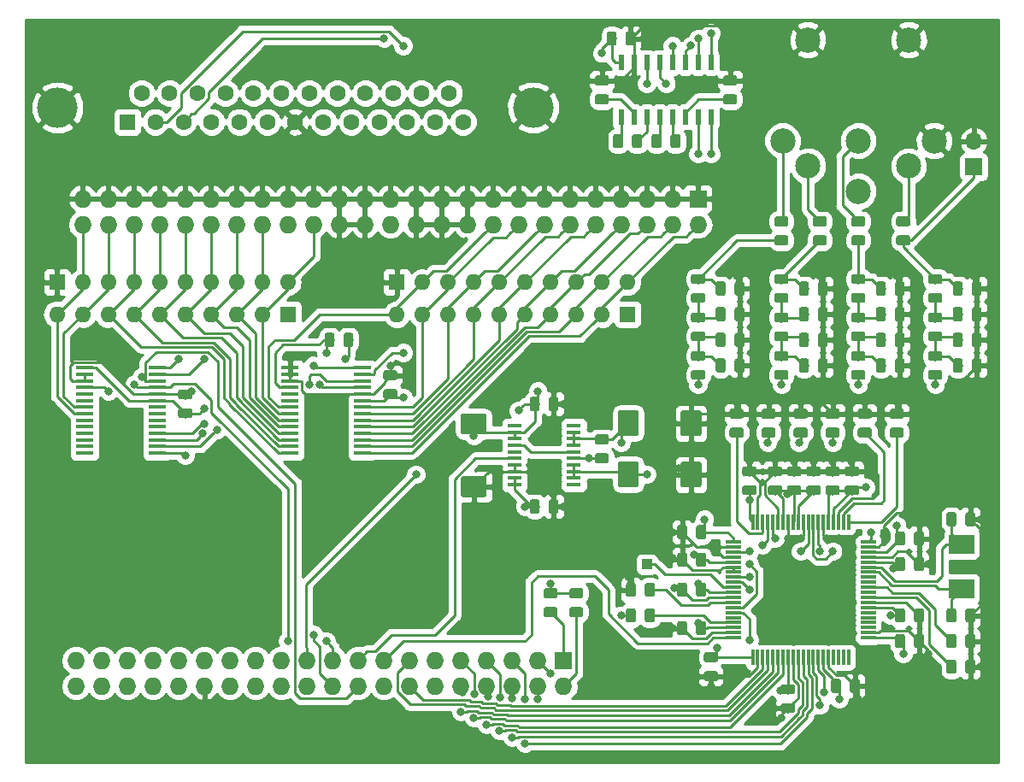
<source format=gbr>
G04 #@! TF.GenerationSoftware,KiCad,Pcbnew,(5.0.0)*
G04 #@! TF.CreationDate,2018-10-09T09:06:12+02:00*
G04 #@! TF.ProjectId,LiberPlayer,4C69626572506C617965722E6B696361,1.0*
G04 #@! TF.SameCoordinates,Original*
G04 #@! TF.FileFunction,Copper,L1,Top,Signal*
G04 #@! TF.FilePolarity,Positive*
%FSLAX46Y46*%
G04 Gerber Fmt 4.6, Leading zero omitted, Abs format (unit mm)*
G04 Created by KiCad (PCBNEW (5.0.0)) date 10/09/18 09:06:12*
%MOMM*%
%LPD*%
G01*
G04 APERTURE LIST*
G04 #@! TA.AperFunction,Conductor*
%ADD10C,0.100000*%
G04 #@! TD*
G04 #@! TA.AperFunction,SMDPad,CuDef*
%ADD11C,0.975000*%
G04 #@! TD*
G04 #@! TA.AperFunction,SMDPad,CuDef*
%ADD12C,2.075000*%
G04 #@! TD*
G04 #@! TA.AperFunction,ComponentPad*
%ADD13C,2.500000*%
G04 #@! TD*
G04 #@! TA.AperFunction,ComponentPad*
%ADD14R,1.700000X1.700000*%
G04 #@! TD*
G04 #@! TA.AperFunction,ComponentPad*
%ADD15O,1.700000X1.700000*%
G04 #@! TD*
G04 #@! TA.AperFunction,ComponentPad*
%ADD16R,1.727200X1.727200*%
G04 #@! TD*
G04 #@! TA.AperFunction,ComponentPad*
%ADD17O,1.727200X1.727200*%
G04 #@! TD*
G04 #@! TA.AperFunction,ComponentPad*
%ADD18R,1.600000X1.600000*%
G04 #@! TD*
G04 #@! TA.AperFunction,ComponentPad*
%ADD19C,1.600000*%
G04 #@! TD*
G04 #@! TA.AperFunction,ComponentPad*
%ADD20C,4.000000*%
G04 #@! TD*
G04 #@! TA.AperFunction,ComponentPad*
%ADD21O,1.600000X1.600000*%
G04 #@! TD*
G04 #@! TA.AperFunction,SMDPad,CuDef*
%ADD22R,1.000000X1.000000*%
G04 #@! TD*
G04 #@! TA.AperFunction,SMDPad,CuDef*
%ADD23R,0.300000X1.500000*%
G04 #@! TD*
G04 #@! TA.AperFunction,SMDPad,CuDef*
%ADD24R,1.500000X0.300000*%
G04 #@! TD*
G04 #@! TA.AperFunction,SMDPad,CuDef*
%ADD25R,1.450000X0.450000*%
G04 #@! TD*
G04 #@! TA.AperFunction,SMDPad,CuDef*
%ADD26R,1.750000X0.450000*%
G04 #@! TD*
G04 #@! TA.AperFunction,SMDPad,CuDef*
%ADD27R,0.600000X1.500000*%
G04 #@! TD*
G04 #@! TA.AperFunction,SMDPad,CuDef*
%ADD28R,2.500000X1.900000*%
G04 #@! TD*
G04 #@! TA.AperFunction,ViaPad*
%ADD29C,0.800000*%
G04 #@! TD*
G04 #@! TA.AperFunction,Conductor*
%ADD30C,0.250000*%
G04 #@! TD*
G04 #@! TA.AperFunction,Conductor*
%ADD31C,0.254000*%
G04 #@! TD*
G04 APERTURE END LIST*
D10*
G04 #@! TO.N,GND*
G04 #@! TO.C,C201*
G36*
X167605142Y-118246175D02*
X167628803Y-118249685D01*
X167652007Y-118255497D01*
X167674529Y-118263555D01*
X167696153Y-118273783D01*
X167716670Y-118286080D01*
X167735883Y-118300330D01*
X167753607Y-118316394D01*
X167769671Y-118334118D01*
X167783921Y-118353331D01*
X167796218Y-118373848D01*
X167806446Y-118395472D01*
X167814504Y-118417994D01*
X167820316Y-118441198D01*
X167823826Y-118464859D01*
X167825000Y-118488751D01*
X167825000Y-119401251D01*
X167823826Y-119425143D01*
X167820316Y-119448804D01*
X167814504Y-119472008D01*
X167806446Y-119494530D01*
X167796218Y-119516154D01*
X167783921Y-119536671D01*
X167769671Y-119555884D01*
X167753607Y-119573608D01*
X167735883Y-119589672D01*
X167716670Y-119603922D01*
X167696153Y-119616219D01*
X167674529Y-119626447D01*
X167652007Y-119634505D01*
X167628803Y-119640317D01*
X167605142Y-119643827D01*
X167581250Y-119645001D01*
X167093750Y-119645001D01*
X167069858Y-119643827D01*
X167046197Y-119640317D01*
X167022993Y-119634505D01*
X167000471Y-119626447D01*
X166978847Y-119616219D01*
X166958330Y-119603922D01*
X166939117Y-119589672D01*
X166921393Y-119573608D01*
X166905329Y-119555884D01*
X166891079Y-119536671D01*
X166878782Y-119516154D01*
X166868554Y-119494530D01*
X166860496Y-119472008D01*
X166854684Y-119448804D01*
X166851174Y-119425143D01*
X166850000Y-119401251D01*
X166850000Y-118488751D01*
X166851174Y-118464859D01*
X166854684Y-118441198D01*
X166860496Y-118417994D01*
X166868554Y-118395472D01*
X166878782Y-118373848D01*
X166891079Y-118353331D01*
X166905329Y-118334118D01*
X166921393Y-118316394D01*
X166939117Y-118300330D01*
X166958330Y-118286080D01*
X166978847Y-118273783D01*
X167000471Y-118263555D01*
X167022993Y-118255497D01*
X167046197Y-118249685D01*
X167069858Y-118246175D01*
X167093750Y-118245001D01*
X167581250Y-118245001D01*
X167605142Y-118246175D01*
X167605142Y-118246175D01*
G37*
D11*
G04 #@! TD*
G04 #@! TO.P,C201,2*
G04 #@! TO.N,GND*
X167337500Y-118945001D03*
D10*
G04 #@! TO.N,+1V8D*
G04 #@! TO.C,C201*
G36*
X169480142Y-118246175D02*
X169503803Y-118249685D01*
X169527007Y-118255497D01*
X169549529Y-118263555D01*
X169571153Y-118273783D01*
X169591670Y-118286080D01*
X169610883Y-118300330D01*
X169628607Y-118316394D01*
X169644671Y-118334118D01*
X169658921Y-118353331D01*
X169671218Y-118373848D01*
X169681446Y-118395472D01*
X169689504Y-118417994D01*
X169695316Y-118441198D01*
X169698826Y-118464859D01*
X169700000Y-118488751D01*
X169700000Y-119401251D01*
X169698826Y-119425143D01*
X169695316Y-119448804D01*
X169689504Y-119472008D01*
X169681446Y-119494530D01*
X169671218Y-119516154D01*
X169658921Y-119536671D01*
X169644671Y-119555884D01*
X169628607Y-119573608D01*
X169610883Y-119589672D01*
X169591670Y-119603922D01*
X169571153Y-119616219D01*
X169549529Y-119626447D01*
X169527007Y-119634505D01*
X169503803Y-119640317D01*
X169480142Y-119643827D01*
X169456250Y-119645001D01*
X168968750Y-119645001D01*
X168944858Y-119643827D01*
X168921197Y-119640317D01*
X168897993Y-119634505D01*
X168875471Y-119626447D01*
X168853847Y-119616219D01*
X168833330Y-119603922D01*
X168814117Y-119589672D01*
X168796393Y-119573608D01*
X168780329Y-119555884D01*
X168766079Y-119536671D01*
X168753782Y-119516154D01*
X168743554Y-119494530D01*
X168735496Y-119472008D01*
X168729684Y-119448804D01*
X168726174Y-119425143D01*
X168725000Y-119401251D01*
X168725000Y-118488751D01*
X168726174Y-118464859D01*
X168729684Y-118441198D01*
X168735496Y-118417994D01*
X168743554Y-118395472D01*
X168753782Y-118373848D01*
X168766079Y-118353331D01*
X168780329Y-118334118D01*
X168796393Y-118316394D01*
X168814117Y-118300330D01*
X168833330Y-118286080D01*
X168853847Y-118273783D01*
X168875471Y-118263555D01*
X168897993Y-118255497D01*
X168921197Y-118249685D01*
X168944858Y-118246175D01*
X168968750Y-118245001D01*
X169456250Y-118245001D01*
X169480142Y-118246175D01*
X169480142Y-118246175D01*
G37*
D11*
G04 #@! TD*
G04 #@! TO.P,C201,1*
G04 #@! TO.N,+1V8D*
X169212500Y-118945001D03*
D10*
G04 #@! TO.N,+1V8D*
G04 #@! TO.C,C202*
G36*
X169480142Y-121221174D02*
X169503803Y-121224684D01*
X169527007Y-121230496D01*
X169549529Y-121238554D01*
X169571153Y-121248782D01*
X169591670Y-121261079D01*
X169610883Y-121275329D01*
X169628607Y-121291393D01*
X169644671Y-121309117D01*
X169658921Y-121328330D01*
X169671218Y-121348847D01*
X169681446Y-121370471D01*
X169689504Y-121392993D01*
X169695316Y-121416197D01*
X169698826Y-121439858D01*
X169700000Y-121463750D01*
X169700000Y-122376250D01*
X169698826Y-122400142D01*
X169695316Y-122423803D01*
X169689504Y-122447007D01*
X169681446Y-122469529D01*
X169671218Y-122491153D01*
X169658921Y-122511670D01*
X169644671Y-122530883D01*
X169628607Y-122548607D01*
X169610883Y-122564671D01*
X169591670Y-122578921D01*
X169571153Y-122591218D01*
X169549529Y-122601446D01*
X169527007Y-122609504D01*
X169503803Y-122615316D01*
X169480142Y-122618826D01*
X169456250Y-122620000D01*
X168968750Y-122620000D01*
X168944858Y-122618826D01*
X168921197Y-122615316D01*
X168897993Y-122609504D01*
X168875471Y-122601446D01*
X168853847Y-122591218D01*
X168833330Y-122578921D01*
X168814117Y-122564671D01*
X168796393Y-122548607D01*
X168780329Y-122530883D01*
X168766079Y-122511670D01*
X168753782Y-122491153D01*
X168743554Y-122469529D01*
X168735496Y-122447007D01*
X168729684Y-122423803D01*
X168726174Y-122400142D01*
X168725000Y-122376250D01*
X168725000Y-121463750D01*
X168726174Y-121439858D01*
X168729684Y-121416197D01*
X168735496Y-121392993D01*
X168743554Y-121370471D01*
X168753782Y-121348847D01*
X168766079Y-121328330D01*
X168780329Y-121309117D01*
X168796393Y-121291393D01*
X168814117Y-121275329D01*
X168833330Y-121261079D01*
X168853847Y-121248782D01*
X168875471Y-121238554D01*
X168897993Y-121230496D01*
X168921197Y-121224684D01*
X168944858Y-121221174D01*
X168968750Y-121220000D01*
X169456250Y-121220000D01*
X169480142Y-121221174D01*
X169480142Y-121221174D01*
G37*
D11*
G04 #@! TD*
G04 #@! TO.P,C202,1*
G04 #@! TO.N,+1V8D*
X169212500Y-121920000D03*
D10*
G04 #@! TO.N,GND*
G04 #@! TO.C,C202*
G36*
X167605142Y-121221174D02*
X167628803Y-121224684D01*
X167652007Y-121230496D01*
X167674529Y-121238554D01*
X167696153Y-121248782D01*
X167716670Y-121261079D01*
X167735883Y-121275329D01*
X167753607Y-121291393D01*
X167769671Y-121309117D01*
X167783921Y-121328330D01*
X167796218Y-121348847D01*
X167806446Y-121370471D01*
X167814504Y-121392993D01*
X167820316Y-121416197D01*
X167823826Y-121439858D01*
X167825000Y-121463750D01*
X167825000Y-122376250D01*
X167823826Y-122400142D01*
X167820316Y-122423803D01*
X167814504Y-122447007D01*
X167806446Y-122469529D01*
X167796218Y-122491153D01*
X167783921Y-122511670D01*
X167769671Y-122530883D01*
X167753607Y-122548607D01*
X167735883Y-122564671D01*
X167716670Y-122578921D01*
X167696153Y-122591218D01*
X167674529Y-122601446D01*
X167652007Y-122609504D01*
X167628803Y-122615316D01*
X167605142Y-122618826D01*
X167581250Y-122620000D01*
X167093750Y-122620000D01*
X167069858Y-122618826D01*
X167046197Y-122615316D01*
X167022993Y-122609504D01*
X167000471Y-122601446D01*
X166978847Y-122591218D01*
X166958330Y-122578921D01*
X166939117Y-122564671D01*
X166921393Y-122548607D01*
X166905329Y-122530883D01*
X166891079Y-122511670D01*
X166878782Y-122491153D01*
X166868554Y-122469529D01*
X166860496Y-122447007D01*
X166854684Y-122423803D01*
X166851174Y-122400142D01*
X166850000Y-122376250D01*
X166850000Y-121463750D01*
X166851174Y-121439858D01*
X166854684Y-121416197D01*
X166860496Y-121392993D01*
X166868554Y-121370471D01*
X166878782Y-121348847D01*
X166891079Y-121328330D01*
X166905329Y-121309117D01*
X166921393Y-121291393D01*
X166939117Y-121275329D01*
X166958330Y-121261079D01*
X166978847Y-121248782D01*
X167000471Y-121238554D01*
X167022993Y-121230496D01*
X167046197Y-121224684D01*
X167069858Y-121221174D01*
X167093750Y-121220000D01*
X167581250Y-121220000D01*
X167605142Y-121221174D01*
X167605142Y-121221174D01*
G37*
D11*
G04 #@! TD*
G04 #@! TO.P,C202,2*
G04 #@! TO.N,GND*
X167337500Y-121920000D03*
D10*
G04 #@! TO.N,GND*
G04 #@! TO.C,C203*
G36*
X177010142Y-109701174D02*
X177033803Y-109704684D01*
X177057007Y-109710496D01*
X177079529Y-109718554D01*
X177101153Y-109728782D01*
X177121670Y-109741079D01*
X177140883Y-109755329D01*
X177158607Y-109771393D01*
X177174671Y-109789117D01*
X177188921Y-109808330D01*
X177201218Y-109828847D01*
X177211446Y-109850471D01*
X177219504Y-109872993D01*
X177225316Y-109896197D01*
X177228826Y-109919858D01*
X177230000Y-109943750D01*
X177230000Y-110431250D01*
X177228826Y-110455142D01*
X177225316Y-110478803D01*
X177219504Y-110502007D01*
X177211446Y-110524529D01*
X177201218Y-110546153D01*
X177188921Y-110566670D01*
X177174671Y-110585883D01*
X177158607Y-110603607D01*
X177140883Y-110619671D01*
X177121670Y-110633921D01*
X177101153Y-110646218D01*
X177079529Y-110656446D01*
X177057007Y-110664504D01*
X177033803Y-110670316D01*
X177010142Y-110673826D01*
X176986250Y-110675000D01*
X176073750Y-110675000D01*
X176049858Y-110673826D01*
X176026197Y-110670316D01*
X176002993Y-110664504D01*
X175980471Y-110656446D01*
X175958847Y-110646218D01*
X175938330Y-110633921D01*
X175919117Y-110619671D01*
X175901393Y-110603607D01*
X175885329Y-110585883D01*
X175871079Y-110566670D01*
X175858782Y-110546153D01*
X175848554Y-110524529D01*
X175840496Y-110502007D01*
X175834684Y-110478803D01*
X175831174Y-110455142D01*
X175830000Y-110431250D01*
X175830000Y-109943750D01*
X175831174Y-109919858D01*
X175834684Y-109896197D01*
X175840496Y-109872993D01*
X175848554Y-109850471D01*
X175858782Y-109828847D01*
X175871079Y-109808330D01*
X175885329Y-109789117D01*
X175901393Y-109771393D01*
X175919117Y-109755329D01*
X175938330Y-109741079D01*
X175958847Y-109728782D01*
X175980471Y-109718554D01*
X176002993Y-109710496D01*
X176026197Y-109704684D01*
X176049858Y-109701174D01*
X176073750Y-109700000D01*
X176986250Y-109700000D01*
X177010142Y-109701174D01*
X177010142Y-109701174D01*
G37*
D11*
G04 #@! TD*
G04 #@! TO.P,C203,2*
G04 #@! TO.N,GND*
X176530000Y-110187500D03*
D10*
G04 #@! TO.N,+1V8D*
G04 #@! TO.C,C203*
G36*
X177010142Y-111576174D02*
X177033803Y-111579684D01*
X177057007Y-111585496D01*
X177079529Y-111593554D01*
X177101153Y-111603782D01*
X177121670Y-111616079D01*
X177140883Y-111630329D01*
X177158607Y-111646393D01*
X177174671Y-111664117D01*
X177188921Y-111683330D01*
X177201218Y-111703847D01*
X177211446Y-111725471D01*
X177219504Y-111747993D01*
X177225316Y-111771197D01*
X177228826Y-111794858D01*
X177230000Y-111818750D01*
X177230000Y-112306250D01*
X177228826Y-112330142D01*
X177225316Y-112353803D01*
X177219504Y-112377007D01*
X177211446Y-112399529D01*
X177201218Y-112421153D01*
X177188921Y-112441670D01*
X177174671Y-112460883D01*
X177158607Y-112478607D01*
X177140883Y-112494671D01*
X177121670Y-112508921D01*
X177101153Y-112521218D01*
X177079529Y-112531446D01*
X177057007Y-112539504D01*
X177033803Y-112545316D01*
X177010142Y-112548826D01*
X176986250Y-112550000D01*
X176073750Y-112550000D01*
X176049858Y-112548826D01*
X176026197Y-112545316D01*
X176002993Y-112539504D01*
X175980471Y-112531446D01*
X175958847Y-112521218D01*
X175938330Y-112508921D01*
X175919117Y-112494671D01*
X175901393Y-112478607D01*
X175885329Y-112460883D01*
X175871079Y-112441670D01*
X175858782Y-112421153D01*
X175848554Y-112399529D01*
X175840496Y-112377007D01*
X175834684Y-112353803D01*
X175831174Y-112330142D01*
X175830000Y-112306250D01*
X175830000Y-111818750D01*
X175831174Y-111794858D01*
X175834684Y-111771197D01*
X175840496Y-111747993D01*
X175848554Y-111725471D01*
X175858782Y-111703847D01*
X175871079Y-111683330D01*
X175885329Y-111664117D01*
X175901393Y-111646393D01*
X175919117Y-111630329D01*
X175938330Y-111616079D01*
X175958847Y-111603782D01*
X175980471Y-111593554D01*
X176002993Y-111585496D01*
X176026197Y-111579684D01*
X176049858Y-111576174D01*
X176073750Y-111575000D01*
X176986250Y-111575000D01*
X177010142Y-111576174D01*
X177010142Y-111576174D01*
G37*
D11*
G04 #@! TD*
G04 #@! TO.P,C203,1*
G04 #@! TO.N,+1V8D*
X176530000Y-112062500D03*
D10*
G04 #@! TO.N,GND*
G04 #@! TO.C,C204*
G36*
X191070142Y-123761174D02*
X191093803Y-123764684D01*
X191117007Y-123770496D01*
X191139529Y-123778554D01*
X191161153Y-123788782D01*
X191181670Y-123801079D01*
X191200883Y-123815329D01*
X191218607Y-123831393D01*
X191234671Y-123849117D01*
X191248921Y-123868330D01*
X191261218Y-123888847D01*
X191271446Y-123910471D01*
X191279504Y-123932993D01*
X191285316Y-123956197D01*
X191288826Y-123979858D01*
X191290000Y-124003750D01*
X191290000Y-124916250D01*
X191288826Y-124940142D01*
X191285316Y-124963803D01*
X191279504Y-124987007D01*
X191271446Y-125009529D01*
X191261218Y-125031153D01*
X191248921Y-125051670D01*
X191234671Y-125070883D01*
X191218607Y-125088607D01*
X191200883Y-125104671D01*
X191181670Y-125118921D01*
X191161153Y-125131218D01*
X191139529Y-125141446D01*
X191117007Y-125149504D01*
X191093803Y-125155316D01*
X191070142Y-125158826D01*
X191046250Y-125160000D01*
X190558750Y-125160000D01*
X190534858Y-125158826D01*
X190511197Y-125155316D01*
X190487993Y-125149504D01*
X190465471Y-125141446D01*
X190443847Y-125131218D01*
X190423330Y-125118921D01*
X190404117Y-125104671D01*
X190386393Y-125088607D01*
X190370329Y-125070883D01*
X190356079Y-125051670D01*
X190343782Y-125031153D01*
X190333554Y-125009529D01*
X190325496Y-124987007D01*
X190319684Y-124963803D01*
X190316174Y-124940142D01*
X190315000Y-124916250D01*
X190315000Y-124003750D01*
X190316174Y-123979858D01*
X190319684Y-123956197D01*
X190325496Y-123932993D01*
X190333554Y-123910471D01*
X190343782Y-123888847D01*
X190356079Y-123868330D01*
X190370329Y-123849117D01*
X190386393Y-123831393D01*
X190404117Y-123815329D01*
X190423330Y-123801079D01*
X190443847Y-123788782D01*
X190465471Y-123778554D01*
X190487993Y-123770496D01*
X190511197Y-123764684D01*
X190534858Y-123761174D01*
X190558750Y-123760000D01*
X191046250Y-123760000D01*
X191070142Y-123761174D01*
X191070142Y-123761174D01*
G37*
D11*
G04 #@! TD*
G04 #@! TO.P,C204,2*
G04 #@! TO.N,GND*
X190802500Y-124460000D03*
D10*
G04 #@! TO.N,+1V8D*
G04 #@! TO.C,C204*
G36*
X189195142Y-123761174D02*
X189218803Y-123764684D01*
X189242007Y-123770496D01*
X189264529Y-123778554D01*
X189286153Y-123788782D01*
X189306670Y-123801079D01*
X189325883Y-123815329D01*
X189343607Y-123831393D01*
X189359671Y-123849117D01*
X189373921Y-123868330D01*
X189386218Y-123888847D01*
X189396446Y-123910471D01*
X189404504Y-123932993D01*
X189410316Y-123956197D01*
X189413826Y-123979858D01*
X189415000Y-124003750D01*
X189415000Y-124916250D01*
X189413826Y-124940142D01*
X189410316Y-124963803D01*
X189404504Y-124987007D01*
X189396446Y-125009529D01*
X189386218Y-125031153D01*
X189373921Y-125051670D01*
X189359671Y-125070883D01*
X189343607Y-125088607D01*
X189325883Y-125104671D01*
X189306670Y-125118921D01*
X189286153Y-125131218D01*
X189264529Y-125141446D01*
X189242007Y-125149504D01*
X189218803Y-125155316D01*
X189195142Y-125158826D01*
X189171250Y-125160000D01*
X188683750Y-125160000D01*
X188659858Y-125158826D01*
X188636197Y-125155316D01*
X188612993Y-125149504D01*
X188590471Y-125141446D01*
X188568847Y-125131218D01*
X188548330Y-125118921D01*
X188529117Y-125104671D01*
X188511393Y-125088607D01*
X188495329Y-125070883D01*
X188481079Y-125051670D01*
X188468782Y-125031153D01*
X188458554Y-125009529D01*
X188450496Y-124987007D01*
X188444684Y-124963803D01*
X188441174Y-124940142D01*
X188440000Y-124916250D01*
X188440000Y-124003750D01*
X188441174Y-123979858D01*
X188444684Y-123956197D01*
X188450496Y-123932993D01*
X188458554Y-123910471D01*
X188468782Y-123888847D01*
X188481079Y-123868330D01*
X188495329Y-123849117D01*
X188511393Y-123831393D01*
X188529117Y-123815329D01*
X188548330Y-123801079D01*
X188568847Y-123788782D01*
X188590471Y-123778554D01*
X188612993Y-123770496D01*
X188636197Y-123764684D01*
X188659858Y-123761174D01*
X188683750Y-123760000D01*
X189171250Y-123760000D01*
X189195142Y-123761174D01*
X189195142Y-123761174D01*
G37*
D11*
G04 #@! TD*
G04 #@! TO.P,C204,1*
G04 #@! TO.N,+1V8D*
X188927500Y-124460000D03*
D10*
G04 #@! TO.N,+1V8D*
G04 #@! TO.C,C205*
G36*
X189195142Y-116141174D02*
X189218803Y-116144684D01*
X189242007Y-116150496D01*
X189264529Y-116158554D01*
X189286153Y-116168782D01*
X189306670Y-116181079D01*
X189325883Y-116195329D01*
X189343607Y-116211393D01*
X189359671Y-116229117D01*
X189373921Y-116248330D01*
X189386218Y-116268847D01*
X189396446Y-116290471D01*
X189404504Y-116312993D01*
X189410316Y-116336197D01*
X189413826Y-116359858D01*
X189415000Y-116383750D01*
X189415000Y-117296250D01*
X189413826Y-117320142D01*
X189410316Y-117343803D01*
X189404504Y-117367007D01*
X189396446Y-117389529D01*
X189386218Y-117411153D01*
X189373921Y-117431670D01*
X189359671Y-117450883D01*
X189343607Y-117468607D01*
X189325883Y-117484671D01*
X189306670Y-117498921D01*
X189286153Y-117511218D01*
X189264529Y-117521446D01*
X189242007Y-117529504D01*
X189218803Y-117535316D01*
X189195142Y-117538826D01*
X189171250Y-117540000D01*
X188683750Y-117540000D01*
X188659858Y-117538826D01*
X188636197Y-117535316D01*
X188612993Y-117529504D01*
X188590471Y-117521446D01*
X188568847Y-117511218D01*
X188548330Y-117498921D01*
X188529117Y-117484671D01*
X188511393Y-117468607D01*
X188495329Y-117450883D01*
X188481079Y-117431670D01*
X188468782Y-117411153D01*
X188458554Y-117389529D01*
X188450496Y-117367007D01*
X188444684Y-117343803D01*
X188441174Y-117320142D01*
X188440000Y-117296250D01*
X188440000Y-116383750D01*
X188441174Y-116359858D01*
X188444684Y-116336197D01*
X188450496Y-116312993D01*
X188458554Y-116290471D01*
X188468782Y-116268847D01*
X188481079Y-116248330D01*
X188495329Y-116229117D01*
X188511393Y-116211393D01*
X188529117Y-116195329D01*
X188548330Y-116181079D01*
X188568847Y-116168782D01*
X188590471Y-116158554D01*
X188612993Y-116150496D01*
X188636197Y-116144684D01*
X188659858Y-116141174D01*
X188683750Y-116140000D01*
X189171250Y-116140000D01*
X189195142Y-116141174D01*
X189195142Y-116141174D01*
G37*
D11*
G04 #@! TD*
G04 #@! TO.P,C205,1*
G04 #@! TO.N,+1V8D*
X188927500Y-116840000D03*
D10*
G04 #@! TO.N,GND*
G04 #@! TO.C,C205*
G36*
X191070142Y-116141174D02*
X191093803Y-116144684D01*
X191117007Y-116150496D01*
X191139529Y-116158554D01*
X191161153Y-116168782D01*
X191181670Y-116181079D01*
X191200883Y-116195329D01*
X191218607Y-116211393D01*
X191234671Y-116229117D01*
X191248921Y-116248330D01*
X191261218Y-116268847D01*
X191271446Y-116290471D01*
X191279504Y-116312993D01*
X191285316Y-116336197D01*
X191288826Y-116359858D01*
X191290000Y-116383750D01*
X191290000Y-117296250D01*
X191288826Y-117320142D01*
X191285316Y-117343803D01*
X191279504Y-117367007D01*
X191271446Y-117389529D01*
X191261218Y-117411153D01*
X191248921Y-117431670D01*
X191234671Y-117450883D01*
X191218607Y-117468607D01*
X191200883Y-117484671D01*
X191181670Y-117498921D01*
X191161153Y-117511218D01*
X191139529Y-117521446D01*
X191117007Y-117529504D01*
X191093803Y-117535316D01*
X191070142Y-117538826D01*
X191046250Y-117540000D01*
X190558750Y-117540000D01*
X190534858Y-117538826D01*
X190511197Y-117535316D01*
X190487993Y-117529504D01*
X190465471Y-117521446D01*
X190443847Y-117511218D01*
X190423330Y-117498921D01*
X190404117Y-117484671D01*
X190386393Y-117468607D01*
X190370329Y-117450883D01*
X190356079Y-117431670D01*
X190343782Y-117411153D01*
X190333554Y-117389529D01*
X190325496Y-117367007D01*
X190319684Y-117343803D01*
X190316174Y-117320142D01*
X190315000Y-117296250D01*
X190315000Y-116383750D01*
X190316174Y-116359858D01*
X190319684Y-116336197D01*
X190325496Y-116312993D01*
X190333554Y-116290471D01*
X190343782Y-116268847D01*
X190356079Y-116248330D01*
X190370329Y-116229117D01*
X190386393Y-116211393D01*
X190404117Y-116195329D01*
X190423330Y-116181079D01*
X190443847Y-116168782D01*
X190465471Y-116158554D01*
X190487993Y-116150496D01*
X190511197Y-116144684D01*
X190534858Y-116141174D01*
X190558750Y-116140000D01*
X191046250Y-116140000D01*
X191070142Y-116141174D01*
X191070142Y-116141174D01*
G37*
D11*
G04 #@! TD*
G04 #@! TO.P,C205,2*
G04 #@! TO.N,GND*
X190802500Y-116840000D03*
D10*
G04 #@! TO.N,Net-(C206-Pad1)*
G04 #@! TO.C,C206*
G36*
X189075142Y-105861174D02*
X189098803Y-105864684D01*
X189122007Y-105870496D01*
X189144529Y-105878554D01*
X189166153Y-105888782D01*
X189186670Y-105901079D01*
X189205883Y-105915329D01*
X189223607Y-105931393D01*
X189239671Y-105949117D01*
X189253921Y-105968330D01*
X189266218Y-105988847D01*
X189276446Y-106010471D01*
X189284504Y-106032993D01*
X189290316Y-106056197D01*
X189293826Y-106079858D01*
X189295000Y-106103750D01*
X189295000Y-106591250D01*
X189293826Y-106615142D01*
X189290316Y-106638803D01*
X189284504Y-106662007D01*
X189276446Y-106684529D01*
X189266218Y-106706153D01*
X189253921Y-106726670D01*
X189239671Y-106745883D01*
X189223607Y-106763607D01*
X189205883Y-106779671D01*
X189186670Y-106793921D01*
X189166153Y-106806218D01*
X189144529Y-106816446D01*
X189122007Y-106824504D01*
X189098803Y-106830316D01*
X189075142Y-106833826D01*
X189051250Y-106835000D01*
X188138750Y-106835000D01*
X188114858Y-106833826D01*
X188091197Y-106830316D01*
X188067993Y-106824504D01*
X188045471Y-106816446D01*
X188023847Y-106806218D01*
X188003330Y-106793921D01*
X187984117Y-106779671D01*
X187966393Y-106763607D01*
X187950329Y-106745883D01*
X187936079Y-106726670D01*
X187923782Y-106706153D01*
X187913554Y-106684529D01*
X187905496Y-106662007D01*
X187899684Y-106638803D01*
X187896174Y-106615142D01*
X187895000Y-106591250D01*
X187895000Y-106103750D01*
X187896174Y-106079858D01*
X187899684Y-106056197D01*
X187905496Y-106032993D01*
X187913554Y-106010471D01*
X187923782Y-105988847D01*
X187936079Y-105968330D01*
X187950329Y-105949117D01*
X187966393Y-105931393D01*
X187984117Y-105915329D01*
X188003330Y-105901079D01*
X188023847Y-105888782D01*
X188045471Y-105878554D01*
X188067993Y-105870496D01*
X188091197Y-105864684D01*
X188114858Y-105861174D01*
X188138750Y-105860000D01*
X189051250Y-105860000D01*
X189075142Y-105861174D01*
X189075142Y-105861174D01*
G37*
D11*
G04 #@! TD*
G04 #@! TO.P,C206,1*
G04 #@! TO.N,Net-(C206-Pad1)*
X188595000Y-106347500D03*
D10*
G04 #@! TO.N,GND*
G04 #@! TO.C,C206*
G36*
X189075142Y-103986174D02*
X189098803Y-103989684D01*
X189122007Y-103995496D01*
X189144529Y-104003554D01*
X189166153Y-104013782D01*
X189186670Y-104026079D01*
X189205883Y-104040329D01*
X189223607Y-104056393D01*
X189239671Y-104074117D01*
X189253921Y-104093330D01*
X189266218Y-104113847D01*
X189276446Y-104135471D01*
X189284504Y-104157993D01*
X189290316Y-104181197D01*
X189293826Y-104204858D01*
X189295000Y-104228750D01*
X189295000Y-104716250D01*
X189293826Y-104740142D01*
X189290316Y-104763803D01*
X189284504Y-104787007D01*
X189276446Y-104809529D01*
X189266218Y-104831153D01*
X189253921Y-104851670D01*
X189239671Y-104870883D01*
X189223607Y-104888607D01*
X189205883Y-104904671D01*
X189186670Y-104918921D01*
X189166153Y-104931218D01*
X189144529Y-104941446D01*
X189122007Y-104949504D01*
X189098803Y-104955316D01*
X189075142Y-104958826D01*
X189051250Y-104960000D01*
X188138750Y-104960000D01*
X188114858Y-104958826D01*
X188091197Y-104955316D01*
X188067993Y-104949504D01*
X188045471Y-104941446D01*
X188023847Y-104931218D01*
X188003330Y-104918921D01*
X187984117Y-104904671D01*
X187966393Y-104888607D01*
X187950329Y-104870883D01*
X187936079Y-104851670D01*
X187923782Y-104831153D01*
X187913554Y-104809529D01*
X187905496Y-104787007D01*
X187899684Y-104763803D01*
X187896174Y-104740142D01*
X187895000Y-104716250D01*
X187895000Y-104228750D01*
X187896174Y-104204858D01*
X187899684Y-104181197D01*
X187905496Y-104157993D01*
X187913554Y-104135471D01*
X187923782Y-104113847D01*
X187936079Y-104093330D01*
X187950329Y-104074117D01*
X187966393Y-104056393D01*
X187984117Y-104040329D01*
X188003330Y-104026079D01*
X188023847Y-104013782D01*
X188045471Y-104003554D01*
X188067993Y-103995496D01*
X188091197Y-103989684D01*
X188114858Y-103986174D01*
X188138750Y-103985000D01*
X189051250Y-103985000D01*
X189075142Y-103986174D01*
X189075142Y-103986174D01*
G37*
D11*
G04 #@! TD*
G04 #@! TO.P,C206,2*
G04 #@! TO.N,GND*
X188595000Y-104472500D03*
D10*
G04 #@! TO.N,+1V8D*
G04 #@! TO.C,C207*
G36*
X189195142Y-118681174D02*
X189218803Y-118684684D01*
X189242007Y-118690496D01*
X189264529Y-118698554D01*
X189286153Y-118708782D01*
X189306670Y-118721079D01*
X189325883Y-118735329D01*
X189343607Y-118751393D01*
X189359671Y-118769117D01*
X189373921Y-118788330D01*
X189386218Y-118808847D01*
X189396446Y-118830471D01*
X189404504Y-118852993D01*
X189410316Y-118876197D01*
X189413826Y-118899858D01*
X189415000Y-118923750D01*
X189415000Y-119836250D01*
X189413826Y-119860142D01*
X189410316Y-119883803D01*
X189404504Y-119907007D01*
X189396446Y-119929529D01*
X189386218Y-119951153D01*
X189373921Y-119971670D01*
X189359671Y-119990883D01*
X189343607Y-120008607D01*
X189325883Y-120024671D01*
X189306670Y-120038921D01*
X189286153Y-120051218D01*
X189264529Y-120061446D01*
X189242007Y-120069504D01*
X189218803Y-120075316D01*
X189195142Y-120078826D01*
X189171250Y-120080000D01*
X188683750Y-120080000D01*
X188659858Y-120078826D01*
X188636197Y-120075316D01*
X188612993Y-120069504D01*
X188590471Y-120061446D01*
X188568847Y-120051218D01*
X188548330Y-120038921D01*
X188529117Y-120024671D01*
X188511393Y-120008607D01*
X188495329Y-119990883D01*
X188481079Y-119971670D01*
X188468782Y-119951153D01*
X188458554Y-119929529D01*
X188450496Y-119907007D01*
X188444684Y-119883803D01*
X188441174Y-119860142D01*
X188440000Y-119836250D01*
X188440000Y-118923750D01*
X188441174Y-118899858D01*
X188444684Y-118876197D01*
X188450496Y-118852993D01*
X188458554Y-118830471D01*
X188468782Y-118808847D01*
X188481079Y-118788330D01*
X188495329Y-118769117D01*
X188511393Y-118751393D01*
X188529117Y-118735329D01*
X188548330Y-118721079D01*
X188568847Y-118708782D01*
X188590471Y-118698554D01*
X188612993Y-118690496D01*
X188636197Y-118684684D01*
X188659858Y-118681174D01*
X188683750Y-118680000D01*
X189171250Y-118680000D01*
X189195142Y-118681174D01*
X189195142Y-118681174D01*
G37*
D11*
G04 #@! TD*
G04 #@! TO.P,C207,1*
G04 #@! TO.N,+1V8D*
X188927500Y-119380000D03*
D10*
G04 #@! TO.N,GND*
G04 #@! TO.C,C207*
G36*
X191070142Y-118681174D02*
X191093803Y-118684684D01*
X191117007Y-118690496D01*
X191139529Y-118698554D01*
X191161153Y-118708782D01*
X191181670Y-118721079D01*
X191200883Y-118735329D01*
X191218607Y-118751393D01*
X191234671Y-118769117D01*
X191248921Y-118788330D01*
X191261218Y-118808847D01*
X191271446Y-118830471D01*
X191279504Y-118852993D01*
X191285316Y-118876197D01*
X191288826Y-118899858D01*
X191290000Y-118923750D01*
X191290000Y-119836250D01*
X191288826Y-119860142D01*
X191285316Y-119883803D01*
X191279504Y-119907007D01*
X191271446Y-119929529D01*
X191261218Y-119951153D01*
X191248921Y-119971670D01*
X191234671Y-119990883D01*
X191218607Y-120008607D01*
X191200883Y-120024671D01*
X191181670Y-120038921D01*
X191161153Y-120051218D01*
X191139529Y-120061446D01*
X191117007Y-120069504D01*
X191093803Y-120075316D01*
X191070142Y-120078826D01*
X191046250Y-120080000D01*
X190558750Y-120080000D01*
X190534858Y-120078826D01*
X190511197Y-120075316D01*
X190487993Y-120069504D01*
X190465471Y-120061446D01*
X190443847Y-120051218D01*
X190423330Y-120038921D01*
X190404117Y-120024671D01*
X190386393Y-120008607D01*
X190370329Y-119990883D01*
X190356079Y-119971670D01*
X190343782Y-119951153D01*
X190333554Y-119929529D01*
X190325496Y-119907007D01*
X190319684Y-119883803D01*
X190316174Y-119860142D01*
X190315000Y-119836250D01*
X190315000Y-118923750D01*
X190316174Y-118899858D01*
X190319684Y-118876197D01*
X190325496Y-118852993D01*
X190333554Y-118830471D01*
X190343782Y-118808847D01*
X190356079Y-118788330D01*
X190370329Y-118769117D01*
X190386393Y-118751393D01*
X190404117Y-118735329D01*
X190423330Y-118721079D01*
X190443847Y-118708782D01*
X190465471Y-118698554D01*
X190487993Y-118690496D01*
X190511197Y-118684684D01*
X190534858Y-118681174D01*
X190558750Y-118680000D01*
X191046250Y-118680000D01*
X191070142Y-118681174D01*
X191070142Y-118681174D01*
G37*
D11*
G04 #@! TD*
G04 #@! TO.P,C207,2*
G04 #@! TO.N,GND*
X190802500Y-119380000D03*
D10*
G04 #@! TO.N,GND*
G04 #@! TO.C,C208*
G36*
X185900142Y-103986174D02*
X185923803Y-103989684D01*
X185947007Y-103995496D01*
X185969529Y-104003554D01*
X185991153Y-104013782D01*
X186011670Y-104026079D01*
X186030883Y-104040329D01*
X186048607Y-104056393D01*
X186064671Y-104074117D01*
X186078921Y-104093330D01*
X186091218Y-104113847D01*
X186101446Y-104135471D01*
X186109504Y-104157993D01*
X186115316Y-104181197D01*
X186118826Y-104204858D01*
X186120000Y-104228750D01*
X186120000Y-104716250D01*
X186118826Y-104740142D01*
X186115316Y-104763803D01*
X186109504Y-104787007D01*
X186101446Y-104809529D01*
X186091218Y-104831153D01*
X186078921Y-104851670D01*
X186064671Y-104870883D01*
X186048607Y-104888607D01*
X186030883Y-104904671D01*
X186011670Y-104918921D01*
X185991153Y-104931218D01*
X185969529Y-104941446D01*
X185947007Y-104949504D01*
X185923803Y-104955316D01*
X185900142Y-104958826D01*
X185876250Y-104960000D01*
X184963750Y-104960000D01*
X184939858Y-104958826D01*
X184916197Y-104955316D01*
X184892993Y-104949504D01*
X184870471Y-104941446D01*
X184848847Y-104931218D01*
X184828330Y-104918921D01*
X184809117Y-104904671D01*
X184791393Y-104888607D01*
X184775329Y-104870883D01*
X184761079Y-104851670D01*
X184748782Y-104831153D01*
X184738554Y-104809529D01*
X184730496Y-104787007D01*
X184724684Y-104763803D01*
X184721174Y-104740142D01*
X184720000Y-104716250D01*
X184720000Y-104228750D01*
X184721174Y-104204858D01*
X184724684Y-104181197D01*
X184730496Y-104157993D01*
X184738554Y-104135471D01*
X184748782Y-104113847D01*
X184761079Y-104093330D01*
X184775329Y-104074117D01*
X184791393Y-104056393D01*
X184809117Y-104040329D01*
X184828330Y-104026079D01*
X184848847Y-104013782D01*
X184870471Y-104003554D01*
X184892993Y-103995496D01*
X184916197Y-103989684D01*
X184939858Y-103986174D01*
X184963750Y-103985000D01*
X185876250Y-103985000D01*
X185900142Y-103986174D01*
X185900142Y-103986174D01*
G37*
D11*
G04 #@! TD*
G04 #@! TO.P,C208,2*
G04 #@! TO.N,GND*
X185420000Y-104472500D03*
D10*
G04 #@! TO.N,Net-(C208-Pad1)*
G04 #@! TO.C,C208*
G36*
X185900142Y-105861174D02*
X185923803Y-105864684D01*
X185947007Y-105870496D01*
X185969529Y-105878554D01*
X185991153Y-105888782D01*
X186011670Y-105901079D01*
X186030883Y-105915329D01*
X186048607Y-105931393D01*
X186064671Y-105949117D01*
X186078921Y-105968330D01*
X186091218Y-105988847D01*
X186101446Y-106010471D01*
X186109504Y-106032993D01*
X186115316Y-106056197D01*
X186118826Y-106079858D01*
X186120000Y-106103750D01*
X186120000Y-106591250D01*
X186118826Y-106615142D01*
X186115316Y-106638803D01*
X186109504Y-106662007D01*
X186101446Y-106684529D01*
X186091218Y-106706153D01*
X186078921Y-106726670D01*
X186064671Y-106745883D01*
X186048607Y-106763607D01*
X186030883Y-106779671D01*
X186011670Y-106793921D01*
X185991153Y-106806218D01*
X185969529Y-106816446D01*
X185947007Y-106824504D01*
X185923803Y-106830316D01*
X185900142Y-106833826D01*
X185876250Y-106835000D01*
X184963750Y-106835000D01*
X184939858Y-106833826D01*
X184916197Y-106830316D01*
X184892993Y-106824504D01*
X184870471Y-106816446D01*
X184848847Y-106806218D01*
X184828330Y-106793921D01*
X184809117Y-106779671D01*
X184791393Y-106763607D01*
X184775329Y-106745883D01*
X184761079Y-106726670D01*
X184748782Y-106706153D01*
X184738554Y-106684529D01*
X184730496Y-106662007D01*
X184724684Y-106638803D01*
X184721174Y-106615142D01*
X184720000Y-106591250D01*
X184720000Y-106103750D01*
X184721174Y-106079858D01*
X184724684Y-106056197D01*
X184730496Y-106032993D01*
X184738554Y-106010471D01*
X184748782Y-105988847D01*
X184761079Y-105968330D01*
X184775329Y-105949117D01*
X184791393Y-105931393D01*
X184809117Y-105915329D01*
X184828330Y-105901079D01*
X184848847Y-105888782D01*
X184870471Y-105878554D01*
X184892993Y-105870496D01*
X184916197Y-105864684D01*
X184939858Y-105861174D01*
X184963750Y-105860000D01*
X185876250Y-105860000D01*
X185900142Y-105861174D01*
X185900142Y-105861174D01*
G37*
D11*
G04 #@! TD*
G04 #@! TO.P,C208,1*
G04 #@! TO.N,Net-(C208-Pad1)*
X185420000Y-106347500D03*
D10*
G04 #@! TO.N,GND*
G04 #@! TO.C,C209*
G36*
X184720142Y-130746174D02*
X184743803Y-130749684D01*
X184767007Y-130755496D01*
X184789529Y-130763554D01*
X184811153Y-130773782D01*
X184831670Y-130786079D01*
X184850883Y-130800329D01*
X184868607Y-130816393D01*
X184884671Y-130834117D01*
X184898921Y-130853330D01*
X184911218Y-130873847D01*
X184921446Y-130895471D01*
X184929504Y-130917993D01*
X184935316Y-130941197D01*
X184938826Y-130964858D01*
X184940000Y-130988750D01*
X184940000Y-131901250D01*
X184938826Y-131925142D01*
X184935316Y-131948803D01*
X184929504Y-131972007D01*
X184921446Y-131994529D01*
X184911218Y-132016153D01*
X184898921Y-132036670D01*
X184884671Y-132055883D01*
X184868607Y-132073607D01*
X184850883Y-132089671D01*
X184831670Y-132103921D01*
X184811153Y-132116218D01*
X184789529Y-132126446D01*
X184767007Y-132134504D01*
X184743803Y-132140316D01*
X184720142Y-132143826D01*
X184696250Y-132145000D01*
X184208750Y-132145000D01*
X184184858Y-132143826D01*
X184161197Y-132140316D01*
X184137993Y-132134504D01*
X184115471Y-132126446D01*
X184093847Y-132116218D01*
X184073330Y-132103921D01*
X184054117Y-132089671D01*
X184036393Y-132073607D01*
X184020329Y-132055883D01*
X184006079Y-132036670D01*
X183993782Y-132016153D01*
X183983554Y-131994529D01*
X183975496Y-131972007D01*
X183969684Y-131948803D01*
X183966174Y-131925142D01*
X183965000Y-131901250D01*
X183965000Y-130988750D01*
X183966174Y-130964858D01*
X183969684Y-130941197D01*
X183975496Y-130917993D01*
X183983554Y-130895471D01*
X183993782Y-130873847D01*
X184006079Y-130853330D01*
X184020329Y-130834117D01*
X184036393Y-130816393D01*
X184054117Y-130800329D01*
X184073330Y-130786079D01*
X184093847Y-130773782D01*
X184115471Y-130763554D01*
X184137993Y-130755496D01*
X184161197Y-130749684D01*
X184184858Y-130746174D01*
X184208750Y-130745000D01*
X184696250Y-130745000D01*
X184720142Y-130746174D01*
X184720142Y-130746174D01*
G37*
D11*
G04 #@! TD*
G04 #@! TO.P,C209,2*
G04 #@! TO.N,GND*
X184452500Y-131445000D03*
D10*
G04 #@! TO.N,+1V8D*
G04 #@! TO.C,C209*
G36*
X182845142Y-130746174D02*
X182868803Y-130749684D01*
X182892007Y-130755496D01*
X182914529Y-130763554D01*
X182936153Y-130773782D01*
X182956670Y-130786079D01*
X182975883Y-130800329D01*
X182993607Y-130816393D01*
X183009671Y-130834117D01*
X183023921Y-130853330D01*
X183036218Y-130873847D01*
X183046446Y-130895471D01*
X183054504Y-130917993D01*
X183060316Y-130941197D01*
X183063826Y-130964858D01*
X183065000Y-130988750D01*
X183065000Y-131901250D01*
X183063826Y-131925142D01*
X183060316Y-131948803D01*
X183054504Y-131972007D01*
X183046446Y-131994529D01*
X183036218Y-132016153D01*
X183023921Y-132036670D01*
X183009671Y-132055883D01*
X182993607Y-132073607D01*
X182975883Y-132089671D01*
X182956670Y-132103921D01*
X182936153Y-132116218D01*
X182914529Y-132126446D01*
X182892007Y-132134504D01*
X182868803Y-132140316D01*
X182845142Y-132143826D01*
X182821250Y-132145000D01*
X182333750Y-132145000D01*
X182309858Y-132143826D01*
X182286197Y-132140316D01*
X182262993Y-132134504D01*
X182240471Y-132126446D01*
X182218847Y-132116218D01*
X182198330Y-132103921D01*
X182179117Y-132089671D01*
X182161393Y-132073607D01*
X182145329Y-132055883D01*
X182131079Y-132036670D01*
X182118782Y-132016153D01*
X182108554Y-131994529D01*
X182100496Y-131972007D01*
X182094684Y-131948803D01*
X182091174Y-131925142D01*
X182090000Y-131901250D01*
X182090000Y-130988750D01*
X182091174Y-130964858D01*
X182094684Y-130941197D01*
X182100496Y-130917993D01*
X182108554Y-130895471D01*
X182118782Y-130873847D01*
X182131079Y-130853330D01*
X182145329Y-130834117D01*
X182161393Y-130816393D01*
X182179117Y-130800329D01*
X182198330Y-130786079D01*
X182218847Y-130773782D01*
X182240471Y-130763554D01*
X182262993Y-130755496D01*
X182286197Y-130749684D01*
X182309858Y-130746174D01*
X182333750Y-130745000D01*
X182821250Y-130745000D01*
X182845142Y-130746174D01*
X182845142Y-130746174D01*
G37*
D11*
G04 #@! TD*
G04 #@! TO.P,C209,1*
G04 #@! TO.N,+1V8D*
X182577500Y-131445000D03*
D10*
G04 #@! TO.N,Net-(C210-Pad1)*
G04 #@! TO.C,C210*
G36*
X182725142Y-105861174D02*
X182748803Y-105864684D01*
X182772007Y-105870496D01*
X182794529Y-105878554D01*
X182816153Y-105888782D01*
X182836670Y-105901079D01*
X182855883Y-105915329D01*
X182873607Y-105931393D01*
X182889671Y-105949117D01*
X182903921Y-105968330D01*
X182916218Y-105988847D01*
X182926446Y-106010471D01*
X182934504Y-106032993D01*
X182940316Y-106056197D01*
X182943826Y-106079858D01*
X182945000Y-106103750D01*
X182945000Y-106591250D01*
X182943826Y-106615142D01*
X182940316Y-106638803D01*
X182934504Y-106662007D01*
X182926446Y-106684529D01*
X182916218Y-106706153D01*
X182903921Y-106726670D01*
X182889671Y-106745883D01*
X182873607Y-106763607D01*
X182855883Y-106779671D01*
X182836670Y-106793921D01*
X182816153Y-106806218D01*
X182794529Y-106816446D01*
X182772007Y-106824504D01*
X182748803Y-106830316D01*
X182725142Y-106833826D01*
X182701250Y-106835000D01*
X181788750Y-106835000D01*
X181764858Y-106833826D01*
X181741197Y-106830316D01*
X181717993Y-106824504D01*
X181695471Y-106816446D01*
X181673847Y-106806218D01*
X181653330Y-106793921D01*
X181634117Y-106779671D01*
X181616393Y-106763607D01*
X181600329Y-106745883D01*
X181586079Y-106726670D01*
X181573782Y-106706153D01*
X181563554Y-106684529D01*
X181555496Y-106662007D01*
X181549684Y-106638803D01*
X181546174Y-106615142D01*
X181545000Y-106591250D01*
X181545000Y-106103750D01*
X181546174Y-106079858D01*
X181549684Y-106056197D01*
X181555496Y-106032993D01*
X181563554Y-106010471D01*
X181573782Y-105988847D01*
X181586079Y-105968330D01*
X181600329Y-105949117D01*
X181616393Y-105931393D01*
X181634117Y-105915329D01*
X181653330Y-105901079D01*
X181673847Y-105888782D01*
X181695471Y-105878554D01*
X181717993Y-105870496D01*
X181741197Y-105864684D01*
X181764858Y-105861174D01*
X181788750Y-105860000D01*
X182701250Y-105860000D01*
X182725142Y-105861174D01*
X182725142Y-105861174D01*
G37*
D11*
G04 #@! TD*
G04 #@! TO.P,C210,1*
G04 #@! TO.N,Net-(C210-Pad1)*
X182245000Y-106347500D03*
D10*
G04 #@! TO.N,GND*
G04 #@! TO.C,C210*
G36*
X182725142Y-103986174D02*
X182748803Y-103989684D01*
X182772007Y-103995496D01*
X182794529Y-104003554D01*
X182816153Y-104013782D01*
X182836670Y-104026079D01*
X182855883Y-104040329D01*
X182873607Y-104056393D01*
X182889671Y-104074117D01*
X182903921Y-104093330D01*
X182916218Y-104113847D01*
X182926446Y-104135471D01*
X182934504Y-104157993D01*
X182940316Y-104181197D01*
X182943826Y-104204858D01*
X182945000Y-104228750D01*
X182945000Y-104716250D01*
X182943826Y-104740142D01*
X182940316Y-104763803D01*
X182934504Y-104787007D01*
X182926446Y-104809529D01*
X182916218Y-104831153D01*
X182903921Y-104851670D01*
X182889671Y-104870883D01*
X182873607Y-104888607D01*
X182855883Y-104904671D01*
X182836670Y-104918921D01*
X182816153Y-104931218D01*
X182794529Y-104941446D01*
X182772007Y-104949504D01*
X182748803Y-104955316D01*
X182725142Y-104958826D01*
X182701250Y-104960000D01*
X181788750Y-104960000D01*
X181764858Y-104958826D01*
X181741197Y-104955316D01*
X181717993Y-104949504D01*
X181695471Y-104941446D01*
X181673847Y-104931218D01*
X181653330Y-104918921D01*
X181634117Y-104904671D01*
X181616393Y-104888607D01*
X181600329Y-104870883D01*
X181586079Y-104851670D01*
X181573782Y-104831153D01*
X181563554Y-104809529D01*
X181555496Y-104787007D01*
X181549684Y-104763803D01*
X181546174Y-104740142D01*
X181545000Y-104716250D01*
X181545000Y-104228750D01*
X181546174Y-104204858D01*
X181549684Y-104181197D01*
X181555496Y-104157993D01*
X181563554Y-104135471D01*
X181573782Y-104113847D01*
X181586079Y-104093330D01*
X181600329Y-104074117D01*
X181616393Y-104056393D01*
X181634117Y-104040329D01*
X181653330Y-104026079D01*
X181673847Y-104013782D01*
X181695471Y-104003554D01*
X181717993Y-103995496D01*
X181741197Y-103989684D01*
X181764858Y-103986174D01*
X181788750Y-103985000D01*
X182701250Y-103985000D01*
X182725142Y-103986174D01*
X182725142Y-103986174D01*
G37*
D11*
G04 #@! TD*
G04 #@! TO.P,C210,2*
G04 #@! TO.N,GND*
X182245000Y-104472500D03*
D10*
G04 #@! TO.N,GND*
G04 #@! TO.C,C211*
G36*
X178915142Y-109701174D02*
X178938803Y-109704684D01*
X178962007Y-109710496D01*
X178984529Y-109718554D01*
X179006153Y-109728782D01*
X179026670Y-109741079D01*
X179045883Y-109755329D01*
X179063607Y-109771393D01*
X179079671Y-109789117D01*
X179093921Y-109808330D01*
X179106218Y-109828847D01*
X179116446Y-109850471D01*
X179124504Y-109872993D01*
X179130316Y-109896197D01*
X179133826Y-109919858D01*
X179135000Y-109943750D01*
X179135000Y-110431250D01*
X179133826Y-110455142D01*
X179130316Y-110478803D01*
X179124504Y-110502007D01*
X179116446Y-110524529D01*
X179106218Y-110546153D01*
X179093921Y-110566670D01*
X179079671Y-110585883D01*
X179063607Y-110603607D01*
X179045883Y-110619671D01*
X179026670Y-110633921D01*
X179006153Y-110646218D01*
X178984529Y-110656446D01*
X178962007Y-110664504D01*
X178938803Y-110670316D01*
X178915142Y-110673826D01*
X178891250Y-110675000D01*
X177978750Y-110675000D01*
X177954858Y-110673826D01*
X177931197Y-110670316D01*
X177907993Y-110664504D01*
X177885471Y-110656446D01*
X177863847Y-110646218D01*
X177843330Y-110633921D01*
X177824117Y-110619671D01*
X177806393Y-110603607D01*
X177790329Y-110585883D01*
X177776079Y-110566670D01*
X177763782Y-110546153D01*
X177753554Y-110524529D01*
X177745496Y-110502007D01*
X177739684Y-110478803D01*
X177736174Y-110455142D01*
X177735000Y-110431250D01*
X177735000Y-109943750D01*
X177736174Y-109919858D01*
X177739684Y-109896197D01*
X177745496Y-109872993D01*
X177753554Y-109850471D01*
X177763782Y-109828847D01*
X177776079Y-109808330D01*
X177790329Y-109789117D01*
X177806393Y-109771393D01*
X177824117Y-109755329D01*
X177843330Y-109741079D01*
X177863847Y-109728782D01*
X177885471Y-109718554D01*
X177907993Y-109710496D01*
X177931197Y-109704684D01*
X177954858Y-109701174D01*
X177978750Y-109700000D01*
X178891250Y-109700000D01*
X178915142Y-109701174D01*
X178915142Y-109701174D01*
G37*
D11*
G04 #@! TD*
G04 #@! TO.P,C211,2*
G04 #@! TO.N,GND*
X178435000Y-110187500D03*
D10*
G04 #@! TO.N,+1V8D*
G04 #@! TO.C,C211*
G36*
X178915142Y-111576174D02*
X178938803Y-111579684D01*
X178962007Y-111585496D01*
X178984529Y-111593554D01*
X179006153Y-111603782D01*
X179026670Y-111616079D01*
X179045883Y-111630329D01*
X179063607Y-111646393D01*
X179079671Y-111664117D01*
X179093921Y-111683330D01*
X179106218Y-111703847D01*
X179116446Y-111725471D01*
X179124504Y-111747993D01*
X179130316Y-111771197D01*
X179133826Y-111794858D01*
X179135000Y-111818750D01*
X179135000Y-112306250D01*
X179133826Y-112330142D01*
X179130316Y-112353803D01*
X179124504Y-112377007D01*
X179116446Y-112399529D01*
X179106218Y-112421153D01*
X179093921Y-112441670D01*
X179079671Y-112460883D01*
X179063607Y-112478607D01*
X179045883Y-112494671D01*
X179026670Y-112508921D01*
X179006153Y-112521218D01*
X178984529Y-112531446D01*
X178962007Y-112539504D01*
X178938803Y-112545316D01*
X178915142Y-112548826D01*
X178891250Y-112550000D01*
X177978750Y-112550000D01*
X177954858Y-112548826D01*
X177931197Y-112545316D01*
X177907993Y-112539504D01*
X177885471Y-112531446D01*
X177863847Y-112521218D01*
X177843330Y-112508921D01*
X177824117Y-112494671D01*
X177806393Y-112478607D01*
X177790329Y-112460883D01*
X177776079Y-112441670D01*
X177763782Y-112421153D01*
X177753554Y-112399529D01*
X177745496Y-112377007D01*
X177739684Y-112353803D01*
X177736174Y-112330142D01*
X177735000Y-112306250D01*
X177735000Y-111818750D01*
X177736174Y-111794858D01*
X177739684Y-111771197D01*
X177745496Y-111747993D01*
X177753554Y-111725471D01*
X177763782Y-111703847D01*
X177776079Y-111683330D01*
X177790329Y-111664117D01*
X177806393Y-111646393D01*
X177824117Y-111630329D01*
X177843330Y-111616079D01*
X177863847Y-111603782D01*
X177885471Y-111593554D01*
X177907993Y-111585496D01*
X177931197Y-111579684D01*
X177954858Y-111576174D01*
X177978750Y-111575000D01*
X178891250Y-111575000D01*
X178915142Y-111576174D01*
X178915142Y-111576174D01*
G37*
D11*
G04 #@! TD*
G04 #@! TO.P,C211,1*
G04 #@! TO.N,+1V8D*
X178435000Y-112062500D03*
D10*
G04 #@! TO.N,XTAL1*
G04 #@! TO.C,C212*
G36*
X194275142Y-123761174D02*
X194298803Y-123764684D01*
X194322007Y-123770496D01*
X194344529Y-123778554D01*
X194366153Y-123788782D01*
X194386670Y-123801079D01*
X194405883Y-123815329D01*
X194423607Y-123831393D01*
X194439671Y-123849117D01*
X194453921Y-123868330D01*
X194466218Y-123888847D01*
X194476446Y-123910471D01*
X194484504Y-123932993D01*
X194490316Y-123956197D01*
X194493826Y-123979858D01*
X194495000Y-124003750D01*
X194495000Y-124916250D01*
X194493826Y-124940142D01*
X194490316Y-124963803D01*
X194484504Y-124987007D01*
X194476446Y-125009529D01*
X194466218Y-125031153D01*
X194453921Y-125051670D01*
X194439671Y-125070883D01*
X194423607Y-125088607D01*
X194405883Y-125104671D01*
X194386670Y-125118921D01*
X194366153Y-125131218D01*
X194344529Y-125141446D01*
X194322007Y-125149504D01*
X194298803Y-125155316D01*
X194275142Y-125158826D01*
X194251250Y-125160000D01*
X193763750Y-125160000D01*
X193739858Y-125158826D01*
X193716197Y-125155316D01*
X193692993Y-125149504D01*
X193670471Y-125141446D01*
X193648847Y-125131218D01*
X193628330Y-125118921D01*
X193609117Y-125104671D01*
X193591393Y-125088607D01*
X193575329Y-125070883D01*
X193561079Y-125051670D01*
X193548782Y-125031153D01*
X193538554Y-125009529D01*
X193530496Y-124987007D01*
X193524684Y-124963803D01*
X193521174Y-124940142D01*
X193520000Y-124916250D01*
X193520000Y-124003750D01*
X193521174Y-123979858D01*
X193524684Y-123956197D01*
X193530496Y-123932993D01*
X193538554Y-123910471D01*
X193548782Y-123888847D01*
X193561079Y-123868330D01*
X193575329Y-123849117D01*
X193591393Y-123831393D01*
X193609117Y-123815329D01*
X193628330Y-123801079D01*
X193648847Y-123788782D01*
X193670471Y-123778554D01*
X193692993Y-123770496D01*
X193716197Y-123764684D01*
X193739858Y-123761174D01*
X193763750Y-123760000D01*
X194251250Y-123760000D01*
X194275142Y-123761174D01*
X194275142Y-123761174D01*
G37*
D11*
G04 #@! TD*
G04 #@! TO.P,C212,1*
G04 #@! TO.N,XTAL1*
X194007500Y-124460000D03*
D10*
G04 #@! TO.N,GND*
G04 #@! TO.C,C212*
G36*
X196150142Y-123761174D02*
X196173803Y-123764684D01*
X196197007Y-123770496D01*
X196219529Y-123778554D01*
X196241153Y-123788782D01*
X196261670Y-123801079D01*
X196280883Y-123815329D01*
X196298607Y-123831393D01*
X196314671Y-123849117D01*
X196328921Y-123868330D01*
X196341218Y-123888847D01*
X196351446Y-123910471D01*
X196359504Y-123932993D01*
X196365316Y-123956197D01*
X196368826Y-123979858D01*
X196370000Y-124003750D01*
X196370000Y-124916250D01*
X196368826Y-124940142D01*
X196365316Y-124963803D01*
X196359504Y-124987007D01*
X196351446Y-125009529D01*
X196341218Y-125031153D01*
X196328921Y-125051670D01*
X196314671Y-125070883D01*
X196298607Y-125088607D01*
X196280883Y-125104671D01*
X196261670Y-125118921D01*
X196241153Y-125131218D01*
X196219529Y-125141446D01*
X196197007Y-125149504D01*
X196173803Y-125155316D01*
X196150142Y-125158826D01*
X196126250Y-125160000D01*
X195638750Y-125160000D01*
X195614858Y-125158826D01*
X195591197Y-125155316D01*
X195567993Y-125149504D01*
X195545471Y-125141446D01*
X195523847Y-125131218D01*
X195503330Y-125118921D01*
X195484117Y-125104671D01*
X195466393Y-125088607D01*
X195450329Y-125070883D01*
X195436079Y-125051670D01*
X195423782Y-125031153D01*
X195413554Y-125009529D01*
X195405496Y-124987007D01*
X195399684Y-124963803D01*
X195396174Y-124940142D01*
X195395000Y-124916250D01*
X195395000Y-124003750D01*
X195396174Y-123979858D01*
X195399684Y-123956197D01*
X195405496Y-123932993D01*
X195413554Y-123910471D01*
X195423782Y-123888847D01*
X195436079Y-123868330D01*
X195450329Y-123849117D01*
X195466393Y-123831393D01*
X195484117Y-123815329D01*
X195503330Y-123801079D01*
X195523847Y-123788782D01*
X195545471Y-123778554D01*
X195567993Y-123770496D01*
X195591197Y-123764684D01*
X195614858Y-123761174D01*
X195638750Y-123760000D01*
X196126250Y-123760000D01*
X196150142Y-123761174D01*
X196150142Y-123761174D01*
G37*
D11*
G04 #@! TD*
G04 #@! TO.P,C212,2*
G04 #@! TO.N,GND*
X195882500Y-124460000D03*
D10*
G04 #@! TO.N,GND*
G04 #@! TO.C,C213*
G36*
X196150142Y-114236174D02*
X196173803Y-114239684D01*
X196197007Y-114245496D01*
X196219529Y-114253554D01*
X196241153Y-114263782D01*
X196261670Y-114276079D01*
X196280883Y-114290329D01*
X196298607Y-114306393D01*
X196314671Y-114324117D01*
X196328921Y-114343330D01*
X196341218Y-114363847D01*
X196351446Y-114385471D01*
X196359504Y-114407993D01*
X196365316Y-114431197D01*
X196368826Y-114454858D01*
X196370000Y-114478750D01*
X196370000Y-115391250D01*
X196368826Y-115415142D01*
X196365316Y-115438803D01*
X196359504Y-115462007D01*
X196351446Y-115484529D01*
X196341218Y-115506153D01*
X196328921Y-115526670D01*
X196314671Y-115545883D01*
X196298607Y-115563607D01*
X196280883Y-115579671D01*
X196261670Y-115593921D01*
X196241153Y-115606218D01*
X196219529Y-115616446D01*
X196197007Y-115624504D01*
X196173803Y-115630316D01*
X196150142Y-115633826D01*
X196126250Y-115635000D01*
X195638750Y-115635000D01*
X195614858Y-115633826D01*
X195591197Y-115630316D01*
X195567993Y-115624504D01*
X195545471Y-115616446D01*
X195523847Y-115606218D01*
X195503330Y-115593921D01*
X195484117Y-115579671D01*
X195466393Y-115563607D01*
X195450329Y-115545883D01*
X195436079Y-115526670D01*
X195423782Y-115506153D01*
X195413554Y-115484529D01*
X195405496Y-115462007D01*
X195399684Y-115438803D01*
X195396174Y-115415142D01*
X195395000Y-115391250D01*
X195395000Y-114478750D01*
X195396174Y-114454858D01*
X195399684Y-114431197D01*
X195405496Y-114407993D01*
X195413554Y-114385471D01*
X195423782Y-114363847D01*
X195436079Y-114343330D01*
X195450329Y-114324117D01*
X195466393Y-114306393D01*
X195484117Y-114290329D01*
X195503330Y-114276079D01*
X195523847Y-114263782D01*
X195545471Y-114253554D01*
X195567993Y-114245496D01*
X195591197Y-114239684D01*
X195614858Y-114236174D01*
X195638750Y-114235000D01*
X196126250Y-114235000D01*
X196150142Y-114236174D01*
X196150142Y-114236174D01*
G37*
D11*
G04 #@! TD*
G04 #@! TO.P,C213,2*
G04 #@! TO.N,GND*
X195882500Y-114935000D03*
D10*
G04 #@! TO.N,XTAL2*
G04 #@! TO.C,C213*
G36*
X194275142Y-114236174D02*
X194298803Y-114239684D01*
X194322007Y-114245496D01*
X194344529Y-114253554D01*
X194366153Y-114263782D01*
X194386670Y-114276079D01*
X194405883Y-114290329D01*
X194423607Y-114306393D01*
X194439671Y-114324117D01*
X194453921Y-114343330D01*
X194466218Y-114363847D01*
X194476446Y-114385471D01*
X194484504Y-114407993D01*
X194490316Y-114431197D01*
X194493826Y-114454858D01*
X194495000Y-114478750D01*
X194495000Y-115391250D01*
X194493826Y-115415142D01*
X194490316Y-115438803D01*
X194484504Y-115462007D01*
X194476446Y-115484529D01*
X194466218Y-115506153D01*
X194453921Y-115526670D01*
X194439671Y-115545883D01*
X194423607Y-115563607D01*
X194405883Y-115579671D01*
X194386670Y-115593921D01*
X194366153Y-115606218D01*
X194344529Y-115616446D01*
X194322007Y-115624504D01*
X194298803Y-115630316D01*
X194275142Y-115633826D01*
X194251250Y-115635000D01*
X193763750Y-115635000D01*
X193739858Y-115633826D01*
X193716197Y-115630316D01*
X193692993Y-115624504D01*
X193670471Y-115616446D01*
X193648847Y-115606218D01*
X193628330Y-115593921D01*
X193609117Y-115579671D01*
X193591393Y-115563607D01*
X193575329Y-115545883D01*
X193561079Y-115526670D01*
X193548782Y-115506153D01*
X193538554Y-115484529D01*
X193530496Y-115462007D01*
X193524684Y-115438803D01*
X193521174Y-115415142D01*
X193520000Y-115391250D01*
X193520000Y-114478750D01*
X193521174Y-114454858D01*
X193524684Y-114431197D01*
X193530496Y-114407993D01*
X193538554Y-114385471D01*
X193548782Y-114363847D01*
X193561079Y-114343330D01*
X193575329Y-114324117D01*
X193591393Y-114306393D01*
X193609117Y-114290329D01*
X193628330Y-114276079D01*
X193648847Y-114263782D01*
X193670471Y-114253554D01*
X193692993Y-114245496D01*
X193716197Y-114239684D01*
X193739858Y-114236174D01*
X193763750Y-114235000D01*
X194251250Y-114235000D01*
X194275142Y-114236174D01*
X194275142Y-114236174D01*
G37*
D11*
G04 #@! TD*
G04 #@! TO.P,C213,1*
G04 #@! TO.N,XTAL2*
X194007500Y-114935000D03*
D10*
G04 #@! TO.N,+1V8D*
G04 #@! TO.C,C214*
G36*
X180820142Y-111576174D02*
X180843803Y-111579684D01*
X180867007Y-111585496D01*
X180889529Y-111593554D01*
X180911153Y-111603782D01*
X180931670Y-111616079D01*
X180950883Y-111630329D01*
X180968607Y-111646393D01*
X180984671Y-111664117D01*
X180998921Y-111683330D01*
X181011218Y-111703847D01*
X181021446Y-111725471D01*
X181029504Y-111747993D01*
X181035316Y-111771197D01*
X181038826Y-111794858D01*
X181040000Y-111818750D01*
X181040000Y-112306250D01*
X181038826Y-112330142D01*
X181035316Y-112353803D01*
X181029504Y-112377007D01*
X181021446Y-112399529D01*
X181011218Y-112421153D01*
X180998921Y-112441670D01*
X180984671Y-112460883D01*
X180968607Y-112478607D01*
X180950883Y-112494671D01*
X180931670Y-112508921D01*
X180911153Y-112521218D01*
X180889529Y-112531446D01*
X180867007Y-112539504D01*
X180843803Y-112545316D01*
X180820142Y-112548826D01*
X180796250Y-112550000D01*
X179883750Y-112550000D01*
X179859858Y-112548826D01*
X179836197Y-112545316D01*
X179812993Y-112539504D01*
X179790471Y-112531446D01*
X179768847Y-112521218D01*
X179748330Y-112508921D01*
X179729117Y-112494671D01*
X179711393Y-112478607D01*
X179695329Y-112460883D01*
X179681079Y-112441670D01*
X179668782Y-112421153D01*
X179658554Y-112399529D01*
X179650496Y-112377007D01*
X179644684Y-112353803D01*
X179641174Y-112330142D01*
X179640000Y-112306250D01*
X179640000Y-111818750D01*
X179641174Y-111794858D01*
X179644684Y-111771197D01*
X179650496Y-111747993D01*
X179658554Y-111725471D01*
X179668782Y-111703847D01*
X179681079Y-111683330D01*
X179695329Y-111664117D01*
X179711393Y-111646393D01*
X179729117Y-111630329D01*
X179748330Y-111616079D01*
X179768847Y-111603782D01*
X179790471Y-111593554D01*
X179812993Y-111585496D01*
X179836197Y-111579684D01*
X179859858Y-111576174D01*
X179883750Y-111575000D01*
X180796250Y-111575000D01*
X180820142Y-111576174D01*
X180820142Y-111576174D01*
G37*
D11*
G04 #@! TD*
G04 #@! TO.P,C214,1*
G04 #@! TO.N,+1V8D*
X180340000Y-112062500D03*
D10*
G04 #@! TO.N,GND*
G04 #@! TO.C,C214*
G36*
X180820142Y-109701174D02*
X180843803Y-109704684D01*
X180867007Y-109710496D01*
X180889529Y-109718554D01*
X180911153Y-109728782D01*
X180931670Y-109741079D01*
X180950883Y-109755329D01*
X180968607Y-109771393D01*
X180984671Y-109789117D01*
X180998921Y-109808330D01*
X181011218Y-109828847D01*
X181021446Y-109850471D01*
X181029504Y-109872993D01*
X181035316Y-109896197D01*
X181038826Y-109919858D01*
X181040000Y-109943750D01*
X181040000Y-110431250D01*
X181038826Y-110455142D01*
X181035316Y-110478803D01*
X181029504Y-110502007D01*
X181021446Y-110524529D01*
X181011218Y-110546153D01*
X180998921Y-110566670D01*
X180984671Y-110585883D01*
X180968607Y-110603607D01*
X180950883Y-110619671D01*
X180931670Y-110633921D01*
X180911153Y-110646218D01*
X180889529Y-110656446D01*
X180867007Y-110664504D01*
X180843803Y-110670316D01*
X180820142Y-110673826D01*
X180796250Y-110675000D01*
X179883750Y-110675000D01*
X179859858Y-110673826D01*
X179836197Y-110670316D01*
X179812993Y-110664504D01*
X179790471Y-110656446D01*
X179768847Y-110646218D01*
X179748330Y-110633921D01*
X179729117Y-110619671D01*
X179711393Y-110603607D01*
X179695329Y-110585883D01*
X179681079Y-110566670D01*
X179668782Y-110546153D01*
X179658554Y-110524529D01*
X179650496Y-110502007D01*
X179644684Y-110478803D01*
X179641174Y-110455142D01*
X179640000Y-110431250D01*
X179640000Y-109943750D01*
X179641174Y-109919858D01*
X179644684Y-109896197D01*
X179650496Y-109872993D01*
X179658554Y-109850471D01*
X179668782Y-109828847D01*
X179681079Y-109808330D01*
X179695329Y-109789117D01*
X179711393Y-109771393D01*
X179729117Y-109755329D01*
X179748330Y-109741079D01*
X179768847Y-109728782D01*
X179790471Y-109718554D01*
X179812993Y-109710496D01*
X179836197Y-109704684D01*
X179859858Y-109701174D01*
X179883750Y-109700000D01*
X180796250Y-109700000D01*
X180820142Y-109701174D01*
X180820142Y-109701174D01*
G37*
D11*
G04 #@! TD*
G04 #@! TO.P,C214,2*
G04 #@! TO.N,GND*
X180340000Y-110187500D03*
D10*
G04 #@! TO.N,GND*
G04 #@! TO.C,C215*
G36*
X179550142Y-103986174D02*
X179573803Y-103989684D01*
X179597007Y-103995496D01*
X179619529Y-104003554D01*
X179641153Y-104013782D01*
X179661670Y-104026079D01*
X179680883Y-104040329D01*
X179698607Y-104056393D01*
X179714671Y-104074117D01*
X179728921Y-104093330D01*
X179741218Y-104113847D01*
X179751446Y-104135471D01*
X179759504Y-104157993D01*
X179765316Y-104181197D01*
X179768826Y-104204858D01*
X179770000Y-104228750D01*
X179770000Y-104716250D01*
X179768826Y-104740142D01*
X179765316Y-104763803D01*
X179759504Y-104787007D01*
X179751446Y-104809529D01*
X179741218Y-104831153D01*
X179728921Y-104851670D01*
X179714671Y-104870883D01*
X179698607Y-104888607D01*
X179680883Y-104904671D01*
X179661670Y-104918921D01*
X179641153Y-104931218D01*
X179619529Y-104941446D01*
X179597007Y-104949504D01*
X179573803Y-104955316D01*
X179550142Y-104958826D01*
X179526250Y-104960000D01*
X178613750Y-104960000D01*
X178589858Y-104958826D01*
X178566197Y-104955316D01*
X178542993Y-104949504D01*
X178520471Y-104941446D01*
X178498847Y-104931218D01*
X178478330Y-104918921D01*
X178459117Y-104904671D01*
X178441393Y-104888607D01*
X178425329Y-104870883D01*
X178411079Y-104851670D01*
X178398782Y-104831153D01*
X178388554Y-104809529D01*
X178380496Y-104787007D01*
X178374684Y-104763803D01*
X178371174Y-104740142D01*
X178370000Y-104716250D01*
X178370000Y-104228750D01*
X178371174Y-104204858D01*
X178374684Y-104181197D01*
X178380496Y-104157993D01*
X178388554Y-104135471D01*
X178398782Y-104113847D01*
X178411079Y-104093330D01*
X178425329Y-104074117D01*
X178441393Y-104056393D01*
X178459117Y-104040329D01*
X178478330Y-104026079D01*
X178498847Y-104013782D01*
X178520471Y-104003554D01*
X178542993Y-103995496D01*
X178566197Y-103989684D01*
X178589858Y-103986174D01*
X178613750Y-103985000D01*
X179526250Y-103985000D01*
X179550142Y-103986174D01*
X179550142Y-103986174D01*
G37*
D11*
G04 #@! TD*
G04 #@! TO.P,C215,2*
G04 #@! TO.N,GND*
X179070000Y-104472500D03*
D10*
G04 #@! TO.N,Net-(C215-Pad1)*
G04 #@! TO.C,C215*
G36*
X179550142Y-105861174D02*
X179573803Y-105864684D01*
X179597007Y-105870496D01*
X179619529Y-105878554D01*
X179641153Y-105888782D01*
X179661670Y-105901079D01*
X179680883Y-105915329D01*
X179698607Y-105931393D01*
X179714671Y-105949117D01*
X179728921Y-105968330D01*
X179741218Y-105988847D01*
X179751446Y-106010471D01*
X179759504Y-106032993D01*
X179765316Y-106056197D01*
X179768826Y-106079858D01*
X179770000Y-106103750D01*
X179770000Y-106591250D01*
X179768826Y-106615142D01*
X179765316Y-106638803D01*
X179759504Y-106662007D01*
X179751446Y-106684529D01*
X179741218Y-106706153D01*
X179728921Y-106726670D01*
X179714671Y-106745883D01*
X179698607Y-106763607D01*
X179680883Y-106779671D01*
X179661670Y-106793921D01*
X179641153Y-106806218D01*
X179619529Y-106816446D01*
X179597007Y-106824504D01*
X179573803Y-106830316D01*
X179550142Y-106833826D01*
X179526250Y-106835000D01*
X178613750Y-106835000D01*
X178589858Y-106833826D01*
X178566197Y-106830316D01*
X178542993Y-106824504D01*
X178520471Y-106816446D01*
X178498847Y-106806218D01*
X178478330Y-106793921D01*
X178459117Y-106779671D01*
X178441393Y-106763607D01*
X178425329Y-106745883D01*
X178411079Y-106726670D01*
X178398782Y-106706153D01*
X178388554Y-106684529D01*
X178380496Y-106662007D01*
X178374684Y-106638803D01*
X178371174Y-106615142D01*
X178370000Y-106591250D01*
X178370000Y-106103750D01*
X178371174Y-106079858D01*
X178374684Y-106056197D01*
X178380496Y-106032993D01*
X178388554Y-106010471D01*
X178398782Y-105988847D01*
X178411079Y-105968330D01*
X178425329Y-105949117D01*
X178441393Y-105931393D01*
X178459117Y-105915329D01*
X178478330Y-105901079D01*
X178498847Y-105888782D01*
X178520471Y-105878554D01*
X178542993Y-105870496D01*
X178566197Y-105864684D01*
X178589858Y-105861174D01*
X178613750Y-105860000D01*
X179526250Y-105860000D01*
X179550142Y-105861174D01*
X179550142Y-105861174D01*
G37*
D11*
G04 #@! TD*
G04 #@! TO.P,C215,1*
G04 #@! TO.N,Net-(C215-Pad1)*
X179070000Y-106347500D03*
D10*
G04 #@! TO.N,GND*
G04 #@! TO.C,C216*
G36*
X170660142Y-129991174D02*
X170683803Y-129994684D01*
X170707007Y-130000496D01*
X170729529Y-130008554D01*
X170751153Y-130018782D01*
X170771670Y-130031079D01*
X170790883Y-130045329D01*
X170808607Y-130061393D01*
X170824671Y-130079117D01*
X170838921Y-130098330D01*
X170851218Y-130118847D01*
X170861446Y-130140471D01*
X170869504Y-130162993D01*
X170875316Y-130186197D01*
X170878826Y-130209858D01*
X170880000Y-130233750D01*
X170880000Y-130721250D01*
X170878826Y-130745142D01*
X170875316Y-130768803D01*
X170869504Y-130792007D01*
X170861446Y-130814529D01*
X170851218Y-130836153D01*
X170838921Y-130856670D01*
X170824671Y-130875883D01*
X170808607Y-130893607D01*
X170790883Y-130909671D01*
X170771670Y-130923921D01*
X170751153Y-130936218D01*
X170729529Y-130946446D01*
X170707007Y-130954504D01*
X170683803Y-130960316D01*
X170660142Y-130963826D01*
X170636250Y-130965000D01*
X169723750Y-130965000D01*
X169699858Y-130963826D01*
X169676197Y-130960316D01*
X169652993Y-130954504D01*
X169630471Y-130946446D01*
X169608847Y-130936218D01*
X169588330Y-130923921D01*
X169569117Y-130909671D01*
X169551393Y-130893607D01*
X169535329Y-130875883D01*
X169521079Y-130856670D01*
X169508782Y-130836153D01*
X169498554Y-130814529D01*
X169490496Y-130792007D01*
X169484684Y-130768803D01*
X169481174Y-130745142D01*
X169480000Y-130721250D01*
X169480000Y-130233750D01*
X169481174Y-130209858D01*
X169484684Y-130186197D01*
X169490496Y-130162993D01*
X169498554Y-130140471D01*
X169508782Y-130118847D01*
X169521079Y-130098330D01*
X169535329Y-130079117D01*
X169551393Y-130061393D01*
X169569117Y-130045329D01*
X169588330Y-130031079D01*
X169608847Y-130018782D01*
X169630471Y-130008554D01*
X169652993Y-130000496D01*
X169676197Y-129994684D01*
X169699858Y-129991174D01*
X169723750Y-129990000D01*
X170636250Y-129990000D01*
X170660142Y-129991174D01*
X170660142Y-129991174D01*
G37*
D11*
G04 #@! TD*
G04 #@! TO.P,C216,2*
G04 #@! TO.N,GND*
X170180000Y-130477500D03*
D10*
G04 #@! TO.N,+1V8D*
G04 #@! TO.C,C216*
G36*
X170660142Y-128116174D02*
X170683803Y-128119684D01*
X170707007Y-128125496D01*
X170729529Y-128133554D01*
X170751153Y-128143782D01*
X170771670Y-128156079D01*
X170790883Y-128170329D01*
X170808607Y-128186393D01*
X170824671Y-128204117D01*
X170838921Y-128223330D01*
X170851218Y-128243847D01*
X170861446Y-128265471D01*
X170869504Y-128287993D01*
X170875316Y-128311197D01*
X170878826Y-128334858D01*
X170880000Y-128358750D01*
X170880000Y-128846250D01*
X170878826Y-128870142D01*
X170875316Y-128893803D01*
X170869504Y-128917007D01*
X170861446Y-128939529D01*
X170851218Y-128961153D01*
X170838921Y-128981670D01*
X170824671Y-129000883D01*
X170808607Y-129018607D01*
X170790883Y-129034671D01*
X170771670Y-129048921D01*
X170751153Y-129061218D01*
X170729529Y-129071446D01*
X170707007Y-129079504D01*
X170683803Y-129085316D01*
X170660142Y-129088826D01*
X170636250Y-129090000D01*
X169723750Y-129090000D01*
X169699858Y-129088826D01*
X169676197Y-129085316D01*
X169652993Y-129079504D01*
X169630471Y-129071446D01*
X169608847Y-129061218D01*
X169588330Y-129048921D01*
X169569117Y-129034671D01*
X169551393Y-129018607D01*
X169535329Y-129000883D01*
X169521079Y-128981670D01*
X169508782Y-128961153D01*
X169498554Y-128939529D01*
X169490496Y-128917007D01*
X169484684Y-128893803D01*
X169481174Y-128870142D01*
X169480000Y-128846250D01*
X169480000Y-128358750D01*
X169481174Y-128334858D01*
X169484684Y-128311197D01*
X169490496Y-128287993D01*
X169498554Y-128265471D01*
X169508782Y-128243847D01*
X169521079Y-128223330D01*
X169535329Y-128204117D01*
X169551393Y-128186393D01*
X169569117Y-128170329D01*
X169588330Y-128156079D01*
X169608847Y-128143782D01*
X169630471Y-128133554D01*
X169652993Y-128125496D01*
X169676197Y-128119684D01*
X169699858Y-128116174D01*
X169723750Y-128115000D01*
X170636250Y-128115000D01*
X170660142Y-128116174D01*
X170660142Y-128116174D01*
G37*
D11*
G04 #@! TD*
G04 #@! TO.P,C216,1*
G04 #@! TO.N,+1V8D*
X170180000Y-128602500D03*
D10*
G04 #@! TO.N,Net-(C217-Pad1)*
G04 #@! TO.C,C217*
G36*
X176375142Y-105861174D02*
X176398803Y-105864684D01*
X176422007Y-105870496D01*
X176444529Y-105878554D01*
X176466153Y-105888782D01*
X176486670Y-105901079D01*
X176505883Y-105915329D01*
X176523607Y-105931393D01*
X176539671Y-105949117D01*
X176553921Y-105968330D01*
X176566218Y-105988847D01*
X176576446Y-106010471D01*
X176584504Y-106032993D01*
X176590316Y-106056197D01*
X176593826Y-106079858D01*
X176595000Y-106103750D01*
X176595000Y-106591250D01*
X176593826Y-106615142D01*
X176590316Y-106638803D01*
X176584504Y-106662007D01*
X176576446Y-106684529D01*
X176566218Y-106706153D01*
X176553921Y-106726670D01*
X176539671Y-106745883D01*
X176523607Y-106763607D01*
X176505883Y-106779671D01*
X176486670Y-106793921D01*
X176466153Y-106806218D01*
X176444529Y-106816446D01*
X176422007Y-106824504D01*
X176398803Y-106830316D01*
X176375142Y-106833826D01*
X176351250Y-106835000D01*
X175438750Y-106835000D01*
X175414858Y-106833826D01*
X175391197Y-106830316D01*
X175367993Y-106824504D01*
X175345471Y-106816446D01*
X175323847Y-106806218D01*
X175303330Y-106793921D01*
X175284117Y-106779671D01*
X175266393Y-106763607D01*
X175250329Y-106745883D01*
X175236079Y-106726670D01*
X175223782Y-106706153D01*
X175213554Y-106684529D01*
X175205496Y-106662007D01*
X175199684Y-106638803D01*
X175196174Y-106615142D01*
X175195000Y-106591250D01*
X175195000Y-106103750D01*
X175196174Y-106079858D01*
X175199684Y-106056197D01*
X175205496Y-106032993D01*
X175213554Y-106010471D01*
X175223782Y-105988847D01*
X175236079Y-105968330D01*
X175250329Y-105949117D01*
X175266393Y-105931393D01*
X175284117Y-105915329D01*
X175303330Y-105901079D01*
X175323847Y-105888782D01*
X175345471Y-105878554D01*
X175367993Y-105870496D01*
X175391197Y-105864684D01*
X175414858Y-105861174D01*
X175438750Y-105860000D01*
X176351250Y-105860000D01*
X176375142Y-105861174D01*
X176375142Y-105861174D01*
G37*
D11*
G04 #@! TD*
G04 #@! TO.P,C217,1*
G04 #@! TO.N,Net-(C217-Pad1)*
X175895000Y-106347500D03*
D10*
G04 #@! TO.N,GND*
G04 #@! TO.C,C217*
G36*
X176375142Y-103986174D02*
X176398803Y-103989684D01*
X176422007Y-103995496D01*
X176444529Y-104003554D01*
X176466153Y-104013782D01*
X176486670Y-104026079D01*
X176505883Y-104040329D01*
X176523607Y-104056393D01*
X176539671Y-104074117D01*
X176553921Y-104093330D01*
X176566218Y-104113847D01*
X176576446Y-104135471D01*
X176584504Y-104157993D01*
X176590316Y-104181197D01*
X176593826Y-104204858D01*
X176595000Y-104228750D01*
X176595000Y-104716250D01*
X176593826Y-104740142D01*
X176590316Y-104763803D01*
X176584504Y-104787007D01*
X176576446Y-104809529D01*
X176566218Y-104831153D01*
X176553921Y-104851670D01*
X176539671Y-104870883D01*
X176523607Y-104888607D01*
X176505883Y-104904671D01*
X176486670Y-104918921D01*
X176466153Y-104931218D01*
X176444529Y-104941446D01*
X176422007Y-104949504D01*
X176398803Y-104955316D01*
X176375142Y-104958826D01*
X176351250Y-104960000D01*
X175438750Y-104960000D01*
X175414858Y-104958826D01*
X175391197Y-104955316D01*
X175367993Y-104949504D01*
X175345471Y-104941446D01*
X175323847Y-104931218D01*
X175303330Y-104918921D01*
X175284117Y-104904671D01*
X175266393Y-104888607D01*
X175250329Y-104870883D01*
X175236079Y-104851670D01*
X175223782Y-104831153D01*
X175213554Y-104809529D01*
X175205496Y-104787007D01*
X175199684Y-104763803D01*
X175196174Y-104740142D01*
X175195000Y-104716250D01*
X175195000Y-104228750D01*
X175196174Y-104204858D01*
X175199684Y-104181197D01*
X175205496Y-104157993D01*
X175213554Y-104135471D01*
X175223782Y-104113847D01*
X175236079Y-104093330D01*
X175250329Y-104074117D01*
X175266393Y-104056393D01*
X175284117Y-104040329D01*
X175303330Y-104026079D01*
X175323847Y-104013782D01*
X175345471Y-104003554D01*
X175367993Y-103995496D01*
X175391197Y-103989684D01*
X175414858Y-103986174D01*
X175438750Y-103985000D01*
X176351250Y-103985000D01*
X176375142Y-103986174D01*
X176375142Y-103986174D01*
G37*
D11*
G04 #@! TD*
G04 #@! TO.P,C217,2*
G04 #@! TO.N,GND*
X175895000Y-104472500D03*
D10*
G04 #@! TO.N,+3V3D*
G04 #@! TO.C,C218*
G36*
X184630142Y-111576174D02*
X184653803Y-111579684D01*
X184677007Y-111585496D01*
X184699529Y-111593554D01*
X184721153Y-111603782D01*
X184741670Y-111616079D01*
X184760883Y-111630329D01*
X184778607Y-111646393D01*
X184794671Y-111664117D01*
X184808921Y-111683330D01*
X184821218Y-111703847D01*
X184831446Y-111725471D01*
X184839504Y-111747993D01*
X184845316Y-111771197D01*
X184848826Y-111794858D01*
X184850000Y-111818750D01*
X184850000Y-112306250D01*
X184848826Y-112330142D01*
X184845316Y-112353803D01*
X184839504Y-112377007D01*
X184831446Y-112399529D01*
X184821218Y-112421153D01*
X184808921Y-112441670D01*
X184794671Y-112460883D01*
X184778607Y-112478607D01*
X184760883Y-112494671D01*
X184741670Y-112508921D01*
X184721153Y-112521218D01*
X184699529Y-112531446D01*
X184677007Y-112539504D01*
X184653803Y-112545316D01*
X184630142Y-112548826D01*
X184606250Y-112550000D01*
X183693750Y-112550000D01*
X183669858Y-112548826D01*
X183646197Y-112545316D01*
X183622993Y-112539504D01*
X183600471Y-112531446D01*
X183578847Y-112521218D01*
X183558330Y-112508921D01*
X183539117Y-112494671D01*
X183521393Y-112478607D01*
X183505329Y-112460883D01*
X183491079Y-112441670D01*
X183478782Y-112421153D01*
X183468554Y-112399529D01*
X183460496Y-112377007D01*
X183454684Y-112353803D01*
X183451174Y-112330142D01*
X183450000Y-112306250D01*
X183450000Y-111818750D01*
X183451174Y-111794858D01*
X183454684Y-111771197D01*
X183460496Y-111747993D01*
X183468554Y-111725471D01*
X183478782Y-111703847D01*
X183491079Y-111683330D01*
X183505329Y-111664117D01*
X183521393Y-111646393D01*
X183539117Y-111630329D01*
X183558330Y-111616079D01*
X183578847Y-111603782D01*
X183600471Y-111593554D01*
X183622993Y-111585496D01*
X183646197Y-111579684D01*
X183669858Y-111576174D01*
X183693750Y-111575000D01*
X184606250Y-111575000D01*
X184630142Y-111576174D01*
X184630142Y-111576174D01*
G37*
D11*
G04 #@! TD*
G04 #@! TO.P,C218,1*
G04 #@! TO.N,+3V3D*
X184150000Y-112062500D03*
D10*
G04 #@! TO.N,GND*
G04 #@! TO.C,C218*
G36*
X184630142Y-109701174D02*
X184653803Y-109704684D01*
X184677007Y-109710496D01*
X184699529Y-109718554D01*
X184721153Y-109728782D01*
X184741670Y-109741079D01*
X184760883Y-109755329D01*
X184778607Y-109771393D01*
X184794671Y-109789117D01*
X184808921Y-109808330D01*
X184821218Y-109828847D01*
X184831446Y-109850471D01*
X184839504Y-109872993D01*
X184845316Y-109896197D01*
X184848826Y-109919858D01*
X184850000Y-109943750D01*
X184850000Y-110431250D01*
X184848826Y-110455142D01*
X184845316Y-110478803D01*
X184839504Y-110502007D01*
X184831446Y-110524529D01*
X184821218Y-110546153D01*
X184808921Y-110566670D01*
X184794671Y-110585883D01*
X184778607Y-110603607D01*
X184760883Y-110619671D01*
X184741670Y-110633921D01*
X184721153Y-110646218D01*
X184699529Y-110656446D01*
X184677007Y-110664504D01*
X184653803Y-110670316D01*
X184630142Y-110673826D01*
X184606250Y-110675000D01*
X183693750Y-110675000D01*
X183669858Y-110673826D01*
X183646197Y-110670316D01*
X183622993Y-110664504D01*
X183600471Y-110656446D01*
X183578847Y-110646218D01*
X183558330Y-110633921D01*
X183539117Y-110619671D01*
X183521393Y-110603607D01*
X183505329Y-110585883D01*
X183491079Y-110566670D01*
X183478782Y-110546153D01*
X183468554Y-110524529D01*
X183460496Y-110502007D01*
X183454684Y-110478803D01*
X183451174Y-110455142D01*
X183450000Y-110431250D01*
X183450000Y-109943750D01*
X183451174Y-109919858D01*
X183454684Y-109896197D01*
X183460496Y-109872993D01*
X183468554Y-109850471D01*
X183478782Y-109828847D01*
X183491079Y-109808330D01*
X183505329Y-109789117D01*
X183521393Y-109771393D01*
X183539117Y-109755329D01*
X183558330Y-109741079D01*
X183578847Y-109728782D01*
X183600471Y-109718554D01*
X183622993Y-109710496D01*
X183646197Y-109704684D01*
X183669858Y-109701174D01*
X183693750Y-109700000D01*
X184606250Y-109700000D01*
X184630142Y-109701174D01*
X184630142Y-109701174D01*
G37*
D11*
G04 #@! TD*
G04 #@! TO.P,C218,2*
G04 #@! TO.N,GND*
X184150000Y-110187500D03*
D10*
G04 #@! TO.N,GND*
G04 #@! TO.C,C219*
G36*
X173200142Y-103986174D02*
X173223803Y-103989684D01*
X173247007Y-103995496D01*
X173269529Y-104003554D01*
X173291153Y-104013782D01*
X173311670Y-104026079D01*
X173330883Y-104040329D01*
X173348607Y-104056393D01*
X173364671Y-104074117D01*
X173378921Y-104093330D01*
X173391218Y-104113847D01*
X173401446Y-104135471D01*
X173409504Y-104157993D01*
X173415316Y-104181197D01*
X173418826Y-104204858D01*
X173420000Y-104228750D01*
X173420000Y-104716250D01*
X173418826Y-104740142D01*
X173415316Y-104763803D01*
X173409504Y-104787007D01*
X173401446Y-104809529D01*
X173391218Y-104831153D01*
X173378921Y-104851670D01*
X173364671Y-104870883D01*
X173348607Y-104888607D01*
X173330883Y-104904671D01*
X173311670Y-104918921D01*
X173291153Y-104931218D01*
X173269529Y-104941446D01*
X173247007Y-104949504D01*
X173223803Y-104955316D01*
X173200142Y-104958826D01*
X173176250Y-104960000D01*
X172263750Y-104960000D01*
X172239858Y-104958826D01*
X172216197Y-104955316D01*
X172192993Y-104949504D01*
X172170471Y-104941446D01*
X172148847Y-104931218D01*
X172128330Y-104918921D01*
X172109117Y-104904671D01*
X172091393Y-104888607D01*
X172075329Y-104870883D01*
X172061079Y-104851670D01*
X172048782Y-104831153D01*
X172038554Y-104809529D01*
X172030496Y-104787007D01*
X172024684Y-104763803D01*
X172021174Y-104740142D01*
X172020000Y-104716250D01*
X172020000Y-104228750D01*
X172021174Y-104204858D01*
X172024684Y-104181197D01*
X172030496Y-104157993D01*
X172038554Y-104135471D01*
X172048782Y-104113847D01*
X172061079Y-104093330D01*
X172075329Y-104074117D01*
X172091393Y-104056393D01*
X172109117Y-104040329D01*
X172128330Y-104026079D01*
X172148847Y-104013782D01*
X172170471Y-104003554D01*
X172192993Y-103995496D01*
X172216197Y-103989684D01*
X172239858Y-103986174D01*
X172263750Y-103985000D01*
X173176250Y-103985000D01*
X173200142Y-103986174D01*
X173200142Y-103986174D01*
G37*
D11*
G04 #@! TD*
G04 #@! TO.P,C219,2*
G04 #@! TO.N,GND*
X172720000Y-104472500D03*
D10*
G04 #@! TO.N,Net-(C219-Pad1)*
G04 #@! TO.C,C219*
G36*
X173200142Y-105861174D02*
X173223803Y-105864684D01*
X173247007Y-105870496D01*
X173269529Y-105878554D01*
X173291153Y-105888782D01*
X173311670Y-105901079D01*
X173330883Y-105915329D01*
X173348607Y-105931393D01*
X173364671Y-105949117D01*
X173378921Y-105968330D01*
X173391218Y-105988847D01*
X173401446Y-106010471D01*
X173409504Y-106032993D01*
X173415316Y-106056197D01*
X173418826Y-106079858D01*
X173420000Y-106103750D01*
X173420000Y-106591250D01*
X173418826Y-106615142D01*
X173415316Y-106638803D01*
X173409504Y-106662007D01*
X173401446Y-106684529D01*
X173391218Y-106706153D01*
X173378921Y-106726670D01*
X173364671Y-106745883D01*
X173348607Y-106763607D01*
X173330883Y-106779671D01*
X173311670Y-106793921D01*
X173291153Y-106806218D01*
X173269529Y-106816446D01*
X173247007Y-106824504D01*
X173223803Y-106830316D01*
X173200142Y-106833826D01*
X173176250Y-106835000D01*
X172263750Y-106835000D01*
X172239858Y-106833826D01*
X172216197Y-106830316D01*
X172192993Y-106824504D01*
X172170471Y-106816446D01*
X172148847Y-106806218D01*
X172128330Y-106793921D01*
X172109117Y-106779671D01*
X172091393Y-106763607D01*
X172075329Y-106745883D01*
X172061079Y-106726670D01*
X172048782Y-106706153D01*
X172038554Y-106684529D01*
X172030496Y-106662007D01*
X172024684Y-106638803D01*
X172021174Y-106615142D01*
X172020000Y-106591250D01*
X172020000Y-106103750D01*
X172021174Y-106079858D01*
X172024684Y-106056197D01*
X172030496Y-106032993D01*
X172038554Y-106010471D01*
X172048782Y-105988847D01*
X172061079Y-105968330D01*
X172075329Y-105949117D01*
X172091393Y-105931393D01*
X172109117Y-105915329D01*
X172128330Y-105901079D01*
X172148847Y-105888782D01*
X172170471Y-105878554D01*
X172192993Y-105870496D01*
X172216197Y-105864684D01*
X172239858Y-105861174D01*
X172263750Y-105860000D01*
X173176250Y-105860000D01*
X173200142Y-105861174D01*
X173200142Y-105861174D01*
G37*
D11*
G04 #@! TD*
G04 #@! TO.P,C219,1*
G04 #@! TO.N,Net-(C219-Pad1)*
X172720000Y-106347500D03*
D10*
G04 #@! TO.N,GND*
G04 #@! TO.C,C220*
G36*
X174470142Y-109701174D02*
X174493803Y-109704684D01*
X174517007Y-109710496D01*
X174539529Y-109718554D01*
X174561153Y-109728782D01*
X174581670Y-109741079D01*
X174600883Y-109755329D01*
X174618607Y-109771393D01*
X174634671Y-109789117D01*
X174648921Y-109808330D01*
X174661218Y-109828847D01*
X174671446Y-109850471D01*
X174679504Y-109872993D01*
X174685316Y-109896197D01*
X174688826Y-109919858D01*
X174690000Y-109943750D01*
X174690000Y-110431250D01*
X174688826Y-110455142D01*
X174685316Y-110478803D01*
X174679504Y-110502007D01*
X174671446Y-110524529D01*
X174661218Y-110546153D01*
X174648921Y-110566670D01*
X174634671Y-110585883D01*
X174618607Y-110603607D01*
X174600883Y-110619671D01*
X174581670Y-110633921D01*
X174561153Y-110646218D01*
X174539529Y-110656446D01*
X174517007Y-110664504D01*
X174493803Y-110670316D01*
X174470142Y-110673826D01*
X174446250Y-110675000D01*
X173533750Y-110675000D01*
X173509858Y-110673826D01*
X173486197Y-110670316D01*
X173462993Y-110664504D01*
X173440471Y-110656446D01*
X173418847Y-110646218D01*
X173398330Y-110633921D01*
X173379117Y-110619671D01*
X173361393Y-110603607D01*
X173345329Y-110585883D01*
X173331079Y-110566670D01*
X173318782Y-110546153D01*
X173308554Y-110524529D01*
X173300496Y-110502007D01*
X173294684Y-110478803D01*
X173291174Y-110455142D01*
X173290000Y-110431250D01*
X173290000Y-109943750D01*
X173291174Y-109919858D01*
X173294684Y-109896197D01*
X173300496Y-109872993D01*
X173308554Y-109850471D01*
X173318782Y-109828847D01*
X173331079Y-109808330D01*
X173345329Y-109789117D01*
X173361393Y-109771393D01*
X173379117Y-109755329D01*
X173398330Y-109741079D01*
X173418847Y-109728782D01*
X173440471Y-109718554D01*
X173462993Y-109710496D01*
X173486197Y-109704684D01*
X173509858Y-109701174D01*
X173533750Y-109700000D01*
X174446250Y-109700000D01*
X174470142Y-109701174D01*
X174470142Y-109701174D01*
G37*
D11*
G04 #@! TD*
G04 #@! TO.P,C220,2*
G04 #@! TO.N,GND*
X173990000Y-110187500D03*
D10*
G04 #@! TO.N,+3V3D*
G04 #@! TO.C,C220*
G36*
X174470142Y-111576174D02*
X174493803Y-111579684D01*
X174517007Y-111585496D01*
X174539529Y-111593554D01*
X174561153Y-111603782D01*
X174581670Y-111616079D01*
X174600883Y-111630329D01*
X174618607Y-111646393D01*
X174634671Y-111664117D01*
X174648921Y-111683330D01*
X174661218Y-111703847D01*
X174671446Y-111725471D01*
X174679504Y-111747993D01*
X174685316Y-111771197D01*
X174688826Y-111794858D01*
X174690000Y-111818750D01*
X174690000Y-112306250D01*
X174688826Y-112330142D01*
X174685316Y-112353803D01*
X174679504Y-112377007D01*
X174671446Y-112399529D01*
X174661218Y-112421153D01*
X174648921Y-112441670D01*
X174634671Y-112460883D01*
X174618607Y-112478607D01*
X174600883Y-112494671D01*
X174581670Y-112508921D01*
X174561153Y-112521218D01*
X174539529Y-112531446D01*
X174517007Y-112539504D01*
X174493803Y-112545316D01*
X174470142Y-112548826D01*
X174446250Y-112550000D01*
X173533750Y-112550000D01*
X173509858Y-112548826D01*
X173486197Y-112545316D01*
X173462993Y-112539504D01*
X173440471Y-112531446D01*
X173418847Y-112521218D01*
X173398330Y-112508921D01*
X173379117Y-112494671D01*
X173361393Y-112478607D01*
X173345329Y-112460883D01*
X173331079Y-112441670D01*
X173318782Y-112421153D01*
X173308554Y-112399529D01*
X173300496Y-112377007D01*
X173294684Y-112353803D01*
X173291174Y-112330142D01*
X173290000Y-112306250D01*
X173290000Y-111818750D01*
X173291174Y-111794858D01*
X173294684Y-111771197D01*
X173300496Y-111747993D01*
X173308554Y-111725471D01*
X173318782Y-111703847D01*
X173331079Y-111683330D01*
X173345329Y-111664117D01*
X173361393Y-111646393D01*
X173379117Y-111630329D01*
X173398330Y-111616079D01*
X173418847Y-111603782D01*
X173440471Y-111593554D01*
X173462993Y-111585496D01*
X173486197Y-111579684D01*
X173509858Y-111576174D01*
X173533750Y-111575000D01*
X174446250Y-111575000D01*
X174470142Y-111576174D01*
X174470142Y-111576174D01*
G37*
D11*
G04 #@! TD*
G04 #@! TO.P,C220,1*
G04 #@! TO.N,+3V3D*
X173990000Y-112062500D03*
D10*
G04 #@! TO.N,+3V3D*
G04 #@! TO.C,C221*
G36*
X178280142Y-131291174D02*
X178303803Y-131294684D01*
X178327007Y-131300496D01*
X178349529Y-131308554D01*
X178371153Y-131318782D01*
X178391670Y-131331079D01*
X178410883Y-131345329D01*
X178428607Y-131361393D01*
X178444671Y-131379117D01*
X178458921Y-131398330D01*
X178471218Y-131418847D01*
X178481446Y-131440471D01*
X178489504Y-131462993D01*
X178495316Y-131486197D01*
X178498826Y-131509858D01*
X178500000Y-131533750D01*
X178500000Y-132021250D01*
X178498826Y-132045142D01*
X178495316Y-132068803D01*
X178489504Y-132092007D01*
X178481446Y-132114529D01*
X178471218Y-132136153D01*
X178458921Y-132156670D01*
X178444671Y-132175883D01*
X178428607Y-132193607D01*
X178410883Y-132209671D01*
X178391670Y-132223921D01*
X178371153Y-132236218D01*
X178349529Y-132246446D01*
X178327007Y-132254504D01*
X178303803Y-132260316D01*
X178280142Y-132263826D01*
X178256250Y-132265000D01*
X177343750Y-132265000D01*
X177319858Y-132263826D01*
X177296197Y-132260316D01*
X177272993Y-132254504D01*
X177250471Y-132246446D01*
X177228847Y-132236218D01*
X177208330Y-132223921D01*
X177189117Y-132209671D01*
X177171393Y-132193607D01*
X177155329Y-132175883D01*
X177141079Y-132156670D01*
X177128782Y-132136153D01*
X177118554Y-132114529D01*
X177110496Y-132092007D01*
X177104684Y-132068803D01*
X177101174Y-132045142D01*
X177100000Y-132021250D01*
X177100000Y-131533750D01*
X177101174Y-131509858D01*
X177104684Y-131486197D01*
X177110496Y-131462993D01*
X177118554Y-131440471D01*
X177128782Y-131418847D01*
X177141079Y-131398330D01*
X177155329Y-131379117D01*
X177171393Y-131361393D01*
X177189117Y-131345329D01*
X177208330Y-131331079D01*
X177228847Y-131318782D01*
X177250471Y-131308554D01*
X177272993Y-131300496D01*
X177296197Y-131294684D01*
X177319858Y-131291174D01*
X177343750Y-131290000D01*
X178256250Y-131290000D01*
X178280142Y-131291174D01*
X178280142Y-131291174D01*
G37*
D11*
G04 #@! TD*
G04 #@! TO.P,C221,1*
G04 #@! TO.N,+3V3D*
X177800000Y-131777500D03*
D10*
G04 #@! TO.N,GND*
G04 #@! TO.C,C221*
G36*
X178280142Y-133166174D02*
X178303803Y-133169684D01*
X178327007Y-133175496D01*
X178349529Y-133183554D01*
X178371153Y-133193782D01*
X178391670Y-133206079D01*
X178410883Y-133220329D01*
X178428607Y-133236393D01*
X178444671Y-133254117D01*
X178458921Y-133273330D01*
X178471218Y-133293847D01*
X178481446Y-133315471D01*
X178489504Y-133337993D01*
X178495316Y-133361197D01*
X178498826Y-133384858D01*
X178500000Y-133408750D01*
X178500000Y-133896250D01*
X178498826Y-133920142D01*
X178495316Y-133943803D01*
X178489504Y-133967007D01*
X178481446Y-133989529D01*
X178471218Y-134011153D01*
X178458921Y-134031670D01*
X178444671Y-134050883D01*
X178428607Y-134068607D01*
X178410883Y-134084671D01*
X178391670Y-134098921D01*
X178371153Y-134111218D01*
X178349529Y-134121446D01*
X178327007Y-134129504D01*
X178303803Y-134135316D01*
X178280142Y-134138826D01*
X178256250Y-134140000D01*
X177343750Y-134140000D01*
X177319858Y-134138826D01*
X177296197Y-134135316D01*
X177272993Y-134129504D01*
X177250471Y-134121446D01*
X177228847Y-134111218D01*
X177208330Y-134098921D01*
X177189117Y-134084671D01*
X177171393Y-134068607D01*
X177155329Y-134050883D01*
X177141079Y-134031670D01*
X177128782Y-134011153D01*
X177118554Y-133989529D01*
X177110496Y-133967007D01*
X177104684Y-133943803D01*
X177101174Y-133920142D01*
X177100000Y-133896250D01*
X177100000Y-133408750D01*
X177101174Y-133384858D01*
X177104684Y-133361197D01*
X177110496Y-133337993D01*
X177118554Y-133315471D01*
X177128782Y-133293847D01*
X177141079Y-133273330D01*
X177155329Y-133254117D01*
X177171393Y-133236393D01*
X177189117Y-133220329D01*
X177208330Y-133206079D01*
X177228847Y-133193782D01*
X177250471Y-133183554D01*
X177272993Y-133175496D01*
X177296197Y-133169684D01*
X177319858Y-133166174D01*
X177343750Y-133165000D01*
X178256250Y-133165000D01*
X178280142Y-133166174D01*
X178280142Y-133166174D01*
G37*
D11*
G04 #@! TD*
G04 #@! TO.P,C221,2*
G04 #@! TO.N,GND*
X177800000Y-133652500D03*
D10*
G04 #@! TO.N,GND*
G04 #@! TO.C,C222*
G36*
X182725142Y-109701174D02*
X182748803Y-109704684D01*
X182772007Y-109710496D01*
X182794529Y-109718554D01*
X182816153Y-109728782D01*
X182836670Y-109741079D01*
X182855883Y-109755329D01*
X182873607Y-109771393D01*
X182889671Y-109789117D01*
X182903921Y-109808330D01*
X182916218Y-109828847D01*
X182926446Y-109850471D01*
X182934504Y-109872993D01*
X182940316Y-109896197D01*
X182943826Y-109919858D01*
X182945000Y-109943750D01*
X182945000Y-110431250D01*
X182943826Y-110455142D01*
X182940316Y-110478803D01*
X182934504Y-110502007D01*
X182926446Y-110524529D01*
X182916218Y-110546153D01*
X182903921Y-110566670D01*
X182889671Y-110585883D01*
X182873607Y-110603607D01*
X182855883Y-110619671D01*
X182836670Y-110633921D01*
X182816153Y-110646218D01*
X182794529Y-110656446D01*
X182772007Y-110664504D01*
X182748803Y-110670316D01*
X182725142Y-110673826D01*
X182701250Y-110675000D01*
X181788750Y-110675000D01*
X181764858Y-110673826D01*
X181741197Y-110670316D01*
X181717993Y-110664504D01*
X181695471Y-110656446D01*
X181673847Y-110646218D01*
X181653330Y-110633921D01*
X181634117Y-110619671D01*
X181616393Y-110603607D01*
X181600329Y-110585883D01*
X181586079Y-110566670D01*
X181573782Y-110546153D01*
X181563554Y-110524529D01*
X181555496Y-110502007D01*
X181549684Y-110478803D01*
X181546174Y-110455142D01*
X181545000Y-110431250D01*
X181545000Y-109943750D01*
X181546174Y-109919858D01*
X181549684Y-109896197D01*
X181555496Y-109872993D01*
X181563554Y-109850471D01*
X181573782Y-109828847D01*
X181586079Y-109808330D01*
X181600329Y-109789117D01*
X181616393Y-109771393D01*
X181634117Y-109755329D01*
X181653330Y-109741079D01*
X181673847Y-109728782D01*
X181695471Y-109718554D01*
X181717993Y-109710496D01*
X181741197Y-109704684D01*
X181764858Y-109701174D01*
X181788750Y-109700000D01*
X182701250Y-109700000D01*
X182725142Y-109701174D01*
X182725142Y-109701174D01*
G37*
D11*
G04 #@! TD*
G04 #@! TO.P,C222,2*
G04 #@! TO.N,GND*
X182245000Y-110187500D03*
D10*
G04 #@! TO.N,+3V3D*
G04 #@! TO.C,C222*
G36*
X182725142Y-111576174D02*
X182748803Y-111579684D01*
X182772007Y-111585496D01*
X182794529Y-111593554D01*
X182816153Y-111603782D01*
X182836670Y-111616079D01*
X182855883Y-111630329D01*
X182873607Y-111646393D01*
X182889671Y-111664117D01*
X182903921Y-111683330D01*
X182916218Y-111703847D01*
X182926446Y-111725471D01*
X182934504Y-111747993D01*
X182940316Y-111771197D01*
X182943826Y-111794858D01*
X182945000Y-111818750D01*
X182945000Y-112306250D01*
X182943826Y-112330142D01*
X182940316Y-112353803D01*
X182934504Y-112377007D01*
X182926446Y-112399529D01*
X182916218Y-112421153D01*
X182903921Y-112441670D01*
X182889671Y-112460883D01*
X182873607Y-112478607D01*
X182855883Y-112494671D01*
X182836670Y-112508921D01*
X182816153Y-112521218D01*
X182794529Y-112531446D01*
X182772007Y-112539504D01*
X182748803Y-112545316D01*
X182725142Y-112548826D01*
X182701250Y-112550000D01*
X181788750Y-112550000D01*
X181764858Y-112548826D01*
X181741197Y-112545316D01*
X181717993Y-112539504D01*
X181695471Y-112531446D01*
X181673847Y-112521218D01*
X181653330Y-112508921D01*
X181634117Y-112494671D01*
X181616393Y-112478607D01*
X181600329Y-112460883D01*
X181586079Y-112441670D01*
X181573782Y-112421153D01*
X181563554Y-112399529D01*
X181555496Y-112377007D01*
X181549684Y-112353803D01*
X181546174Y-112330142D01*
X181545000Y-112306250D01*
X181545000Y-111818750D01*
X181546174Y-111794858D01*
X181549684Y-111771197D01*
X181555496Y-111747993D01*
X181563554Y-111725471D01*
X181573782Y-111703847D01*
X181586079Y-111683330D01*
X181600329Y-111664117D01*
X181616393Y-111646393D01*
X181634117Y-111630329D01*
X181653330Y-111616079D01*
X181673847Y-111603782D01*
X181695471Y-111593554D01*
X181717993Y-111585496D01*
X181741197Y-111579684D01*
X181764858Y-111576174D01*
X181788750Y-111575000D01*
X182701250Y-111575000D01*
X182725142Y-111576174D01*
X182725142Y-111576174D01*
G37*
D11*
G04 #@! TD*
G04 #@! TO.P,C222,1*
G04 #@! TO.N,+3V3D*
X182245000Y-112062500D03*
D10*
G04 #@! TO.N,+3V3D*
G04 #@! TO.C,C223*
G36*
X169480142Y-125031174D02*
X169503803Y-125034684D01*
X169527007Y-125040496D01*
X169549529Y-125048554D01*
X169571153Y-125058782D01*
X169591670Y-125071079D01*
X169610883Y-125085329D01*
X169628607Y-125101393D01*
X169644671Y-125119117D01*
X169658921Y-125138330D01*
X169671218Y-125158847D01*
X169681446Y-125180471D01*
X169689504Y-125202993D01*
X169695316Y-125226197D01*
X169698826Y-125249858D01*
X169700000Y-125273750D01*
X169700000Y-126186250D01*
X169698826Y-126210142D01*
X169695316Y-126233803D01*
X169689504Y-126257007D01*
X169681446Y-126279529D01*
X169671218Y-126301153D01*
X169658921Y-126321670D01*
X169644671Y-126340883D01*
X169628607Y-126358607D01*
X169610883Y-126374671D01*
X169591670Y-126388921D01*
X169571153Y-126401218D01*
X169549529Y-126411446D01*
X169527007Y-126419504D01*
X169503803Y-126425316D01*
X169480142Y-126428826D01*
X169456250Y-126430000D01*
X168968750Y-126430000D01*
X168944858Y-126428826D01*
X168921197Y-126425316D01*
X168897993Y-126419504D01*
X168875471Y-126411446D01*
X168853847Y-126401218D01*
X168833330Y-126388921D01*
X168814117Y-126374671D01*
X168796393Y-126358607D01*
X168780329Y-126340883D01*
X168766079Y-126321670D01*
X168753782Y-126301153D01*
X168743554Y-126279529D01*
X168735496Y-126257007D01*
X168729684Y-126233803D01*
X168726174Y-126210142D01*
X168725000Y-126186250D01*
X168725000Y-125273750D01*
X168726174Y-125249858D01*
X168729684Y-125226197D01*
X168735496Y-125202993D01*
X168743554Y-125180471D01*
X168753782Y-125158847D01*
X168766079Y-125138330D01*
X168780329Y-125119117D01*
X168796393Y-125101393D01*
X168814117Y-125085329D01*
X168833330Y-125071079D01*
X168853847Y-125058782D01*
X168875471Y-125048554D01*
X168897993Y-125040496D01*
X168921197Y-125034684D01*
X168944858Y-125031174D01*
X168968750Y-125030000D01*
X169456250Y-125030000D01*
X169480142Y-125031174D01*
X169480142Y-125031174D01*
G37*
D11*
G04 #@! TD*
G04 #@! TO.P,C223,1*
G04 #@! TO.N,+3V3D*
X169212500Y-125730000D03*
D10*
G04 #@! TO.N,GND*
G04 #@! TO.C,C223*
G36*
X167605142Y-125031174D02*
X167628803Y-125034684D01*
X167652007Y-125040496D01*
X167674529Y-125048554D01*
X167696153Y-125058782D01*
X167716670Y-125071079D01*
X167735883Y-125085329D01*
X167753607Y-125101393D01*
X167769671Y-125119117D01*
X167783921Y-125138330D01*
X167796218Y-125158847D01*
X167806446Y-125180471D01*
X167814504Y-125202993D01*
X167820316Y-125226197D01*
X167823826Y-125249858D01*
X167825000Y-125273750D01*
X167825000Y-126186250D01*
X167823826Y-126210142D01*
X167820316Y-126233803D01*
X167814504Y-126257007D01*
X167806446Y-126279529D01*
X167796218Y-126301153D01*
X167783921Y-126321670D01*
X167769671Y-126340883D01*
X167753607Y-126358607D01*
X167735883Y-126374671D01*
X167716670Y-126388921D01*
X167696153Y-126401218D01*
X167674529Y-126411446D01*
X167652007Y-126419504D01*
X167628803Y-126425316D01*
X167605142Y-126428826D01*
X167581250Y-126430000D01*
X167093750Y-126430000D01*
X167069858Y-126428826D01*
X167046197Y-126425316D01*
X167022993Y-126419504D01*
X167000471Y-126411446D01*
X166978847Y-126401218D01*
X166958330Y-126388921D01*
X166939117Y-126374671D01*
X166921393Y-126358607D01*
X166905329Y-126340883D01*
X166891079Y-126321670D01*
X166878782Y-126301153D01*
X166868554Y-126279529D01*
X166860496Y-126257007D01*
X166854684Y-126233803D01*
X166851174Y-126210142D01*
X166850000Y-126186250D01*
X166850000Y-125273750D01*
X166851174Y-125249858D01*
X166854684Y-125226197D01*
X166860496Y-125202993D01*
X166868554Y-125180471D01*
X166878782Y-125158847D01*
X166891079Y-125138330D01*
X166905329Y-125119117D01*
X166921393Y-125101393D01*
X166939117Y-125085329D01*
X166958330Y-125071079D01*
X166978847Y-125058782D01*
X167000471Y-125048554D01*
X167022993Y-125040496D01*
X167046197Y-125034684D01*
X167069858Y-125031174D01*
X167093750Y-125030000D01*
X167581250Y-125030000D01*
X167605142Y-125031174D01*
X167605142Y-125031174D01*
G37*
D11*
G04 #@! TD*
G04 #@! TO.P,C223,2*
G04 #@! TO.N,GND*
X167337500Y-125730000D03*
D10*
G04 #@! TO.N,GND*
G04 #@! TO.C,C224*
G36*
X191070142Y-126301174D02*
X191093803Y-126304684D01*
X191117007Y-126310496D01*
X191139529Y-126318554D01*
X191161153Y-126328782D01*
X191181670Y-126341079D01*
X191200883Y-126355329D01*
X191218607Y-126371393D01*
X191234671Y-126389117D01*
X191248921Y-126408330D01*
X191261218Y-126428847D01*
X191271446Y-126450471D01*
X191279504Y-126472993D01*
X191285316Y-126496197D01*
X191288826Y-126519858D01*
X191290000Y-126543750D01*
X191290000Y-127456250D01*
X191288826Y-127480142D01*
X191285316Y-127503803D01*
X191279504Y-127527007D01*
X191271446Y-127549529D01*
X191261218Y-127571153D01*
X191248921Y-127591670D01*
X191234671Y-127610883D01*
X191218607Y-127628607D01*
X191200883Y-127644671D01*
X191181670Y-127658921D01*
X191161153Y-127671218D01*
X191139529Y-127681446D01*
X191117007Y-127689504D01*
X191093803Y-127695316D01*
X191070142Y-127698826D01*
X191046250Y-127700000D01*
X190558750Y-127700000D01*
X190534858Y-127698826D01*
X190511197Y-127695316D01*
X190487993Y-127689504D01*
X190465471Y-127681446D01*
X190443847Y-127671218D01*
X190423330Y-127658921D01*
X190404117Y-127644671D01*
X190386393Y-127628607D01*
X190370329Y-127610883D01*
X190356079Y-127591670D01*
X190343782Y-127571153D01*
X190333554Y-127549529D01*
X190325496Y-127527007D01*
X190319684Y-127503803D01*
X190316174Y-127480142D01*
X190315000Y-127456250D01*
X190315000Y-126543750D01*
X190316174Y-126519858D01*
X190319684Y-126496197D01*
X190325496Y-126472993D01*
X190333554Y-126450471D01*
X190343782Y-126428847D01*
X190356079Y-126408330D01*
X190370329Y-126389117D01*
X190386393Y-126371393D01*
X190404117Y-126355329D01*
X190423330Y-126341079D01*
X190443847Y-126328782D01*
X190465471Y-126318554D01*
X190487993Y-126310496D01*
X190511197Y-126304684D01*
X190534858Y-126301174D01*
X190558750Y-126300000D01*
X191046250Y-126300000D01*
X191070142Y-126301174D01*
X191070142Y-126301174D01*
G37*
D11*
G04 #@! TD*
G04 #@! TO.P,C224,2*
G04 #@! TO.N,GND*
X190802500Y-127000000D03*
D10*
G04 #@! TO.N,+3V3D*
G04 #@! TO.C,C224*
G36*
X189195142Y-126301174D02*
X189218803Y-126304684D01*
X189242007Y-126310496D01*
X189264529Y-126318554D01*
X189286153Y-126328782D01*
X189306670Y-126341079D01*
X189325883Y-126355329D01*
X189343607Y-126371393D01*
X189359671Y-126389117D01*
X189373921Y-126408330D01*
X189386218Y-126428847D01*
X189396446Y-126450471D01*
X189404504Y-126472993D01*
X189410316Y-126496197D01*
X189413826Y-126519858D01*
X189415000Y-126543750D01*
X189415000Y-127456250D01*
X189413826Y-127480142D01*
X189410316Y-127503803D01*
X189404504Y-127527007D01*
X189396446Y-127549529D01*
X189386218Y-127571153D01*
X189373921Y-127591670D01*
X189359671Y-127610883D01*
X189343607Y-127628607D01*
X189325883Y-127644671D01*
X189306670Y-127658921D01*
X189286153Y-127671218D01*
X189264529Y-127681446D01*
X189242007Y-127689504D01*
X189218803Y-127695316D01*
X189195142Y-127698826D01*
X189171250Y-127700000D01*
X188683750Y-127700000D01*
X188659858Y-127698826D01*
X188636197Y-127695316D01*
X188612993Y-127689504D01*
X188590471Y-127681446D01*
X188568847Y-127671218D01*
X188548330Y-127658921D01*
X188529117Y-127644671D01*
X188511393Y-127628607D01*
X188495329Y-127610883D01*
X188481079Y-127591670D01*
X188468782Y-127571153D01*
X188458554Y-127549529D01*
X188450496Y-127527007D01*
X188444684Y-127503803D01*
X188441174Y-127480142D01*
X188440000Y-127456250D01*
X188440000Y-126543750D01*
X188441174Y-126519858D01*
X188444684Y-126496197D01*
X188450496Y-126472993D01*
X188458554Y-126450471D01*
X188468782Y-126428847D01*
X188481079Y-126408330D01*
X188495329Y-126389117D01*
X188511393Y-126371393D01*
X188529117Y-126355329D01*
X188548330Y-126341079D01*
X188568847Y-126328782D01*
X188590471Y-126318554D01*
X188612993Y-126310496D01*
X188636197Y-126304684D01*
X188659858Y-126301174D01*
X188683750Y-126300000D01*
X189171250Y-126300000D01*
X189195142Y-126301174D01*
X189195142Y-126301174D01*
G37*
D11*
G04 #@! TD*
G04 #@! TO.P,C224,1*
G04 #@! TO.N,+3V3D*
X188927500Y-127000000D03*
D10*
G04 #@! TO.N,+3V3D*
G04 #@! TO.C,C225*
G36*
X169480142Y-115506174D02*
X169503803Y-115509684D01*
X169527007Y-115515496D01*
X169549529Y-115523554D01*
X169571153Y-115533782D01*
X169591670Y-115546079D01*
X169610883Y-115560329D01*
X169628607Y-115576393D01*
X169644671Y-115594117D01*
X169658921Y-115613330D01*
X169671218Y-115633847D01*
X169681446Y-115655471D01*
X169689504Y-115677993D01*
X169695316Y-115701197D01*
X169698826Y-115724858D01*
X169700000Y-115748750D01*
X169700000Y-116661250D01*
X169698826Y-116685142D01*
X169695316Y-116708803D01*
X169689504Y-116732007D01*
X169681446Y-116754529D01*
X169671218Y-116776153D01*
X169658921Y-116796670D01*
X169644671Y-116815883D01*
X169628607Y-116833607D01*
X169610883Y-116849671D01*
X169591670Y-116863921D01*
X169571153Y-116876218D01*
X169549529Y-116886446D01*
X169527007Y-116894504D01*
X169503803Y-116900316D01*
X169480142Y-116903826D01*
X169456250Y-116905000D01*
X168968750Y-116905000D01*
X168944858Y-116903826D01*
X168921197Y-116900316D01*
X168897993Y-116894504D01*
X168875471Y-116886446D01*
X168853847Y-116876218D01*
X168833330Y-116863921D01*
X168814117Y-116849671D01*
X168796393Y-116833607D01*
X168780329Y-116815883D01*
X168766079Y-116796670D01*
X168753782Y-116776153D01*
X168743554Y-116754529D01*
X168735496Y-116732007D01*
X168729684Y-116708803D01*
X168726174Y-116685142D01*
X168725000Y-116661250D01*
X168725000Y-115748750D01*
X168726174Y-115724858D01*
X168729684Y-115701197D01*
X168735496Y-115677993D01*
X168743554Y-115655471D01*
X168753782Y-115633847D01*
X168766079Y-115613330D01*
X168780329Y-115594117D01*
X168796393Y-115576393D01*
X168814117Y-115560329D01*
X168833330Y-115546079D01*
X168853847Y-115533782D01*
X168875471Y-115523554D01*
X168897993Y-115515496D01*
X168921197Y-115509684D01*
X168944858Y-115506174D01*
X168968750Y-115505000D01*
X169456250Y-115505000D01*
X169480142Y-115506174D01*
X169480142Y-115506174D01*
G37*
D11*
G04 #@! TD*
G04 #@! TO.P,C225,1*
G04 #@! TO.N,+3V3D*
X169212500Y-116205000D03*
D10*
G04 #@! TO.N,GND*
G04 #@! TO.C,C225*
G36*
X167605142Y-115506174D02*
X167628803Y-115509684D01*
X167652007Y-115515496D01*
X167674529Y-115523554D01*
X167696153Y-115533782D01*
X167716670Y-115546079D01*
X167735883Y-115560329D01*
X167753607Y-115576393D01*
X167769671Y-115594117D01*
X167783921Y-115613330D01*
X167796218Y-115633847D01*
X167806446Y-115655471D01*
X167814504Y-115677993D01*
X167820316Y-115701197D01*
X167823826Y-115724858D01*
X167825000Y-115748750D01*
X167825000Y-116661250D01*
X167823826Y-116685142D01*
X167820316Y-116708803D01*
X167814504Y-116732007D01*
X167806446Y-116754529D01*
X167796218Y-116776153D01*
X167783921Y-116796670D01*
X167769671Y-116815883D01*
X167753607Y-116833607D01*
X167735883Y-116849671D01*
X167716670Y-116863921D01*
X167696153Y-116876218D01*
X167674529Y-116886446D01*
X167652007Y-116894504D01*
X167628803Y-116900316D01*
X167605142Y-116903826D01*
X167581250Y-116905000D01*
X167093750Y-116905000D01*
X167069858Y-116903826D01*
X167046197Y-116900316D01*
X167022993Y-116894504D01*
X167000471Y-116886446D01*
X166978847Y-116876218D01*
X166958330Y-116863921D01*
X166939117Y-116849671D01*
X166921393Y-116833607D01*
X166905329Y-116815883D01*
X166891079Y-116796670D01*
X166878782Y-116776153D01*
X166868554Y-116754529D01*
X166860496Y-116732007D01*
X166854684Y-116708803D01*
X166851174Y-116685142D01*
X166850000Y-116661250D01*
X166850000Y-115748750D01*
X166851174Y-115724858D01*
X166854684Y-115701197D01*
X166860496Y-115677993D01*
X166868554Y-115655471D01*
X166878782Y-115633847D01*
X166891079Y-115613330D01*
X166905329Y-115594117D01*
X166921393Y-115576393D01*
X166939117Y-115560329D01*
X166958330Y-115546079D01*
X166978847Y-115533782D01*
X167000471Y-115523554D01*
X167022993Y-115515496D01*
X167046197Y-115509684D01*
X167069858Y-115506174D01*
X167093750Y-115505000D01*
X167581250Y-115505000D01*
X167605142Y-115506174D01*
X167605142Y-115506174D01*
G37*
D11*
G04 #@! TD*
G04 #@! TO.P,C225,2*
G04 #@! TO.N,GND*
X167337500Y-116205000D03*
D10*
G04 #@! TO.N,+5V*
G04 #@! TO.C,C301*
G36*
X147734504Y-104436204D02*
X147758773Y-104439804D01*
X147782571Y-104445765D01*
X147805671Y-104454030D01*
X147827849Y-104464520D01*
X147848893Y-104477133D01*
X147868598Y-104491747D01*
X147886777Y-104508223D01*
X147903253Y-104526402D01*
X147917867Y-104546107D01*
X147930480Y-104567151D01*
X147940970Y-104589329D01*
X147949235Y-104612429D01*
X147955196Y-104636227D01*
X147958796Y-104660496D01*
X147960000Y-104685000D01*
X147960000Y-106260000D01*
X147958796Y-106284504D01*
X147955196Y-106308773D01*
X147949235Y-106332571D01*
X147940970Y-106355671D01*
X147930480Y-106377849D01*
X147917867Y-106398893D01*
X147903253Y-106418598D01*
X147886777Y-106436777D01*
X147868598Y-106453253D01*
X147848893Y-106467867D01*
X147827849Y-106480480D01*
X147805671Y-106490970D01*
X147782571Y-106499235D01*
X147758773Y-106505196D01*
X147734504Y-106508796D01*
X147710000Y-106510000D01*
X145660000Y-106510000D01*
X145635496Y-106508796D01*
X145611227Y-106505196D01*
X145587429Y-106499235D01*
X145564329Y-106490970D01*
X145542151Y-106480480D01*
X145521107Y-106467867D01*
X145501402Y-106453253D01*
X145483223Y-106436777D01*
X145466747Y-106418598D01*
X145452133Y-106398893D01*
X145439520Y-106377849D01*
X145429030Y-106355671D01*
X145420765Y-106332571D01*
X145414804Y-106308773D01*
X145411204Y-106284504D01*
X145410000Y-106260000D01*
X145410000Y-104685000D01*
X145411204Y-104660496D01*
X145414804Y-104636227D01*
X145420765Y-104612429D01*
X145429030Y-104589329D01*
X145439520Y-104567151D01*
X145452133Y-104546107D01*
X145466747Y-104526402D01*
X145483223Y-104508223D01*
X145501402Y-104491747D01*
X145521107Y-104477133D01*
X145542151Y-104464520D01*
X145564329Y-104454030D01*
X145587429Y-104445765D01*
X145611227Y-104439804D01*
X145635496Y-104436204D01*
X145660000Y-104435000D01*
X147710000Y-104435000D01*
X147734504Y-104436204D01*
X147734504Y-104436204D01*
G37*
D12*
G04 #@! TD*
G04 #@! TO.P,C301,1*
G04 #@! TO.N,+5V*
X146685000Y-105472500D03*
D10*
G04 #@! TO.N,GND*
G04 #@! TO.C,C301*
G36*
X147734504Y-110661204D02*
X147758773Y-110664804D01*
X147782571Y-110670765D01*
X147805671Y-110679030D01*
X147827849Y-110689520D01*
X147848893Y-110702133D01*
X147868598Y-110716747D01*
X147886777Y-110733223D01*
X147903253Y-110751402D01*
X147917867Y-110771107D01*
X147930480Y-110792151D01*
X147940970Y-110814329D01*
X147949235Y-110837429D01*
X147955196Y-110861227D01*
X147958796Y-110885496D01*
X147960000Y-110910000D01*
X147960000Y-112485000D01*
X147958796Y-112509504D01*
X147955196Y-112533773D01*
X147949235Y-112557571D01*
X147940970Y-112580671D01*
X147930480Y-112602849D01*
X147917867Y-112623893D01*
X147903253Y-112643598D01*
X147886777Y-112661777D01*
X147868598Y-112678253D01*
X147848893Y-112692867D01*
X147827849Y-112705480D01*
X147805671Y-112715970D01*
X147782571Y-112724235D01*
X147758773Y-112730196D01*
X147734504Y-112733796D01*
X147710000Y-112735000D01*
X145660000Y-112735000D01*
X145635496Y-112733796D01*
X145611227Y-112730196D01*
X145587429Y-112724235D01*
X145564329Y-112715970D01*
X145542151Y-112705480D01*
X145521107Y-112692867D01*
X145501402Y-112678253D01*
X145483223Y-112661777D01*
X145466747Y-112643598D01*
X145452133Y-112623893D01*
X145439520Y-112602849D01*
X145429030Y-112580671D01*
X145420765Y-112557571D01*
X145414804Y-112533773D01*
X145411204Y-112509504D01*
X145410000Y-112485000D01*
X145410000Y-110910000D01*
X145411204Y-110885496D01*
X145414804Y-110861227D01*
X145420765Y-110837429D01*
X145429030Y-110814329D01*
X145439520Y-110792151D01*
X145452133Y-110771107D01*
X145466747Y-110751402D01*
X145483223Y-110733223D01*
X145501402Y-110716747D01*
X145521107Y-110702133D01*
X145542151Y-110689520D01*
X145564329Y-110679030D01*
X145587429Y-110670765D01*
X145611227Y-110664804D01*
X145635496Y-110661204D01*
X145660000Y-110660000D01*
X147710000Y-110660000D01*
X147734504Y-110661204D01*
X147734504Y-110661204D01*
G37*
D12*
G04 #@! TD*
G04 #@! TO.P,C301,2*
G04 #@! TO.N,GND*
X146685000Y-111697500D03*
D10*
G04 #@! TO.N,GND*
G04 #@! TO.C,C302*
G36*
X154875142Y-112966174D02*
X154898803Y-112969684D01*
X154922007Y-112975496D01*
X154944529Y-112983554D01*
X154966153Y-112993782D01*
X154986670Y-113006079D01*
X155005883Y-113020329D01*
X155023607Y-113036393D01*
X155039671Y-113054117D01*
X155053921Y-113073330D01*
X155066218Y-113093847D01*
X155076446Y-113115471D01*
X155084504Y-113137993D01*
X155090316Y-113161197D01*
X155093826Y-113184858D01*
X155095000Y-113208750D01*
X155095000Y-114121250D01*
X155093826Y-114145142D01*
X155090316Y-114168803D01*
X155084504Y-114192007D01*
X155076446Y-114214529D01*
X155066218Y-114236153D01*
X155053921Y-114256670D01*
X155039671Y-114275883D01*
X155023607Y-114293607D01*
X155005883Y-114309671D01*
X154986670Y-114323921D01*
X154966153Y-114336218D01*
X154944529Y-114346446D01*
X154922007Y-114354504D01*
X154898803Y-114360316D01*
X154875142Y-114363826D01*
X154851250Y-114365000D01*
X154363750Y-114365000D01*
X154339858Y-114363826D01*
X154316197Y-114360316D01*
X154292993Y-114354504D01*
X154270471Y-114346446D01*
X154248847Y-114336218D01*
X154228330Y-114323921D01*
X154209117Y-114309671D01*
X154191393Y-114293607D01*
X154175329Y-114275883D01*
X154161079Y-114256670D01*
X154148782Y-114236153D01*
X154138554Y-114214529D01*
X154130496Y-114192007D01*
X154124684Y-114168803D01*
X154121174Y-114145142D01*
X154120000Y-114121250D01*
X154120000Y-113208750D01*
X154121174Y-113184858D01*
X154124684Y-113161197D01*
X154130496Y-113137993D01*
X154138554Y-113115471D01*
X154148782Y-113093847D01*
X154161079Y-113073330D01*
X154175329Y-113054117D01*
X154191393Y-113036393D01*
X154209117Y-113020329D01*
X154228330Y-113006079D01*
X154248847Y-112993782D01*
X154270471Y-112983554D01*
X154292993Y-112975496D01*
X154316197Y-112969684D01*
X154339858Y-112966174D01*
X154363750Y-112965000D01*
X154851250Y-112965000D01*
X154875142Y-112966174D01*
X154875142Y-112966174D01*
G37*
D11*
G04 #@! TD*
G04 #@! TO.P,C302,1*
G04 #@! TO.N,GND*
X154607500Y-113665000D03*
D10*
G04 #@! TO.N,+5V*
G04 #@! TO.C,C302*
G36*
X153000142Y-112966174D02*
X153023803Y-112969684D01*
X153047007Y-112975496D01*
X153069529Y-112983554D01*
X153091153Y-112993782D01*
X153111670Y-113006079D01*
X153130883Y-113020329D01*
X153148607Y-113036393D01*
X153164671Y-113054117D01*
X153178921Y-113073330D01*
X153191218Y-113093847D01*
X153201446Y-113115471D01*
X153209504Y-113137993D01*
X153215316Y-113161197D01*
X153218826Y-113184858D01*
X153220000Y-113208750D01*
X153220000Y-114121250D01*
X153218826Y-114145142D01*
X153215316Y-114168803D01*
X153209504Y-114192007D01*
X153201446Y-114214529D01*
X153191218Y-114236153D01*
X153178921Y-114256670D01*
X153164671Y-114275883D01*
X153148607Y-114293607D01*
X153130883Y-114309671D01*
X153111670Y-114323921D01*
X153091153Y-114336218D01*
X153069529Y-114346446D01*
X153047007Y-114354504D01*
X153023803Y-114360316D01*
X153000142Y-114363826D01*
X152976250Y-114365000D01*
X152488750Y-114365000D01*
X152464858Y-114363826D01*
X152441197Y-114360316D01*
X152417993Y-114354504D01*
X152395471Y-114346446D01*
X152373847Y-114336218D01*
X152353330Y-114323921D01*
X152334117Y-114309671D01*
X152316393Y-114293607D01*
X152300329Y-114275883D01*
X152286079Y-114256670D01*
X152273782Y-114236153D01*
X152263554Y-114214529D01*
X152255496Y-114192007D01*
X152249684Y-114168803D01*
X152246174Y-114145142D01*
X152245000Y-114121250D01*
X152245000Y-113208750D01*
X152246174Y-113184858D01*
X152249684Y-113161197D01*
X152255496Y-113137993D01*
X152263554Y-113115471D01*
X152273782Y-113093847D01*
X152286079Y-113073330D01*
X152300329Y-113054117D01*
X152316393Y-113036393D01*
X152334117Y-113020329D01*
X152353330Y-113006079D01*
X152373847Y-112993782D01*
X152395471Y-112983554D01*
X152417993Y-112975496D01*
X152441197Y-112969684D01*
X152464858Y-112966174D01*
X152488750Y-112965000D01*
X152976250Y-112965000D01*
X153000142Y-112966174D01*
X153000142Y-112966174D01*
G37*
D11*
G04 #@! TD*
G04 #@! TO.P,C302,2*
G04 #@! TO.N,+5V*
X152732500Y-113665000D03*
D10*
G04 #@! TO.N,+5V*
G04 #@! TO.C,C303*
G36*
X153000142Y-102806174D02*
X153023803Y-102809684D01*
X153047007Y-102815496D01*
X153069529Y-102823554D01*
X153091153Y-102833782D01*
X153111670Y-102846079D01*
X153130883Y-102860329D01*
X153148607Y-102876393D01*
X153164671Y-102894117D01*
X153178921Y-102913330D01*
X153191218Y-102933847D01*
X153201446Y-102955471D01*
X153209504Y-102977993D01*
X153215316Y-103001197D01*
X153218826Y-103024858D01*
X153220000Y-103048750D01*
X153220000Y-103961250D01*
X153218826Y-103985142D01*
X153215316Y-104008803D01*
X153209504Y-104032007D01*
X153201446Y-104054529D01*
X153191218Y-104076153D01*
X153178921Y-104096670D01*
X153164671Y-104115883D01*
X153148607Y-104133607D01*
X153130883Y-104149671D01*
X153111670Y-104163921D01*
X153091153Y-104176218D01*
X153069529Y-104186446D01*
X153047007Y-104194504D01*
X153023803Y-104200316D01*
X153000142Y-104203826D01*
X152976250Y-104205000D01*
X152488750Y-104205000D01*
X152464858Y-104203826D01*
X152441197Y-104200316D01*
X152417993Y-104194504D01*
X152395471Y-104186446D01*
X152373847Y-104176218D01*
X152353330Y-104163921D01*
X152334117Y-104149671D01*
X152316393Y-104133607D01*
X152300329Y-104115883D01*
X152286079Y-104096670D01*
X152273782Y-104076153D01*
X152263554Y-104054529D01*
X152255496Y-104032007D01*
X152249684Y-104008803D01*
X152246174Y-103985142D01*
X152245000Y-103961250D01*
X152245000Y-103048750D01*
X152246174Y-103024858D01*
X152249684Y-103001197D01*
X152255496Y-102977993D01*
X152263554Y-102955471D01*
X152273782Y-102933847D01*
X152286079Y-102913330D01*
X152300329Y-102894117D01*
X152316393Y-102876393D01*
X152334117Y-102860329D01*
X152353330Y-102846079D01*
X152373847Y-102833782D01*
X152395471Y-102823554D01*
X152417993Y-102815496D01*
X152441197Y-102809684D01*
X152464858Y-102806174D01*
X152488750Y-102805000D01*
X152976250Y-102805000D01*
X153000142Y-102806174D01*
X153000142Y-102806174D01*
G37*
D11*
G04 #@! TD*
G04 #@! TO.P,C303,2*
G04 #@! TO.N,+5V*
X152732500Y-103505000D03*
D10*
G04 #@! TO.N,GND*
G04 #@! TO.C,C303*
G36*
X154875142Y-102806174D02*
X154898803Y-102809684D01*
X154922007Y-102815496D01*
X154944529Y-102823554D01*
X154966153Y-102833782D01*
X154986670Y-102846079D01*
X155005883Y-102860329D01*
X155023607Y-102876393D01*
X155039671Y-102894117D01*
X155053921Y-102913330D01*
X155066218Y-102933847D01*
X155076446Y-102955471D01*
X155084504Y-102977993D01*
X155090316Y-103001197D01*
X155093826Y-103024858D01*
X155095000Y-103048750D01*
X155095000Y-103961250D01*
X155093826Y-103985142D01*
X155090316Y-104008803D01*
X155084504Y-104032007D01*
X155076446Y-104054529D01*
X155066218Y-104076153D01*
X155053921Y-104096670D01*
X155039671Y-104115883D01*
X155023607Y-104133607D01*
X155005883Y-104149671D01*
X154986670Y-104163921D01*
X154966153Y-104176218D01*
X154944529Y-104186446D01*
X154922007Y-104194504D01*
X154898803Y-104200316D01*
X154875142Y-104203826D01*
X154851250Y-104205000D01*
X154363750Y-104205000D01*
X154339858Y-104203826D01*
X154316197Y-104200316D01*
X154292993Y-104194504D01*
X154270471Y-104186446D01*
X154248847Y-104176218D01*
X154228330Y-104163921D01*
X154209117Y-104149671D01*
X154191393Y-104133607D01*
X154175329Y-104115883D01*
X154161079Y-104096670D01*
X154148782Y-104076153D01*
X154138554Y-104054529D01*
X154130496Y-104032007D01*
X154124684Y-104008803D01*
X154121174Y-103985142D01*
X154120000Y-103961250D01*
X154120000Y-103048750D01*
X154121174Y-103024858D01*
X154124684Y-103001197D01*
X154130496Y-102977993D01*
X154138554Y-102955471D01*
X154148782Y-102933847D01*
X154161079Y-102913330D01*
X154175329Y-102894117D01*
X154191393Y-102876393D01*
X154209117Y-102860329D01*
X154228330Y-102846079D01*
X154248847Y-102833782D01*
X154270471Y-102823554D01*
X154292993Y-102815496D01*
X154316197Y-102809684D01*
X154339858Y-102806174D01*
X154363750Y-102805000D01*
X154851250Y-102805000D01*
X154875142Y-102806174D01*
X154875142Y-102806174D01*
G37*
D11*
G04 #@! TD*
G04 #@! TO.P,C303,1*
G04 #@! TO.N,GND*
X154607500Y-103505000D03*
D10*
G04 #@! TO.N,+3V3D*
G04 #@! TO.C,C304*
G36*
X162799504Y-104136204D02*
X162823773Y-104139804D01*
X162847571Y-104145765D01*
X162870671Y-104154030D01*
X162892849Y-104164520D01*
X162913893Y-104177133D01*
X162933598Y-104191747D01*
X162951777Y-104208223D01*
X162968253Y-104226402D01*
X162982867Y-104246107D01*
X162995480Y-104267151D01*
X163005970Y-104289329D01*
X163014235Y-104312429D01*
X163020196Y-104336227D01*
X163023796Y-104360496D01*
X163025000Y-104385000D01*
X163025000Y-106435000D01*
X163023796Y-106459504D01*
X163020196Y-106483773D01*
X163014235Y-106507571D01*
X163005970Y-106530671D01*
X162995480Y-106552849D01*
X162982867Y-106573893D01*
X162968253Y-106593598D01*
X162951777Y-106611777D01*
X162933598Y-106628253D01*
X162913893Y-106642867D01*
X162892849Y-106655480D01*
X162870671Y-106665970D01*
X162847571Y-106674235D01*
X162823773Y-106680196D01*
X162799504Y-106683796D01*
X162775000Y-106685000D01*
X161200000Y-106685000D01*
X161175496Y-106683796D01*
X161151227Y-106680196D01*
X161127429Y-106674235D01*
X161104329Y-106665970D01*
X161082151Y-106655480D01*
X161061107Y-106642867D01*
X161041402Y-106628253D01*
X161023223Y-106611777D01*
X161006747Y-106593598D01*
X160992133Y-106573893D01*
X160979520Y-106552849D01*
X160969030Y-106530671D01*
X160960765Y-106507571D01*
X160954804Y-106483773D01*
X160951204Y-106459504D01*
X160950000Y-106435000D01*
X160950000Y-104385000D01*
X160951204Y-104360496D01*
X160954804Y-104336227D01*
X160960765Y-104312429D01*
X160969030Y-104289329D01*
X160979520Y-104267151D01*
X160992133Y-104246107D01*
X161006747Y-104226402D01*
X161023223Y-104208223D01*
X161041402Y-104191747D01*
X161061107Y-104177133D01*
X161082151Y-104164520D01*
X161104329Y-104154030D01*
X161127429Y-104145765D01*
X161151227Y-104139804D01*
X161175496Y-104136204D01*
X161200000Y-104135000D01*
X162775000Y-104135000D01*
X162799504Y-104136204D01*
X162799504Y-104136204D01*
G37*
D12*
G04 #@! TD*
G04 #@! TO.P,C304,1*
G04 #@! TO.N,+3V3D*
X161987500Y-105410000D03*
D10*
G04 #@! TO.N,GND*
G04 #@! TO.C,C304*
G36*
X169024504Y-104136204D02*
X169048773Y-104139804D01*
X169072571Y-104145765D01*
X169095671Y-104154030D01*
X169117849Y-104164520D01*
X169138893Y-104177133D01*
X169158598Y-104191747D01*
X169176777Y-104208223D01*
X169193253Y-104226402D01*
X169207867Y-104246107D01*
X169220480Y-104267151D01*
X169230970Y-104289329D01*
X169239235Y-104312429D01*
X169245196Y-104336227D01*
X169248796Y-104360496D01*
X169250000Y-104385000D01*
X169250000Y-106435000D01*
X169248796Y-106459504D01*
X169245196Y-106483773D01*
X169239235Y-106507571D01*
X169230970Y-106530671D01*
X169220480Y-106552849D01*
X169207867Y-106573893D01*
X169193253Y-106593598D01*
X169176777Y-106611777D01*
X169158598Y-106628253D01*
X169138893Y-106642867D01*
X169117849Y-106655480D01*
X169095671Y-106665970D01*
X169072571Y-106674235D01*
X169048773Y-106680196D01*
X169024504Y-106683796D01*
X169000000Y-106685000D01*
X167425000Y-106685000D01*
X167400496Y-106683796D01*
X167376227Y-106680196D01*
X167352429Y-106674235D01*
X167329329Y-106665970D01*
X167307151Y-106655480D01*
X167286107Y-106642867D01*
X167266402Y-106628253D01*
X167248223Y-106611777D01*
X167231747Y-106593598D01*
X167217133Y-106573893D01*
X167204520Y-106552849D01*
X167194030Y-106530671D01*
X167185765Y-106507571D01*
X167179804Y-106483773D01*
X167176204Y-106459504D01*
X167175000Y-106435000D01*
X167175000Y-104385000D01*
X167176204Y-104360496D01*
X167179804Y-104336227D01*
X167185765Y-104312429D01*
X167194030Y-104289329D01*
X167204520Y-104267151D01*
X167217133Y-104246107D01*
X167231747Y-104226402D01*
X167248223Y-104208223D01*
X167266402Y-104191747D01*
X167286107Y-104177133D01*
X167307151Y-104164520D01*
X167329329Y-104154030D01*
X167352429Y-104145765D01*
X167376227Y-104139804D01*
X167400496Y-104136204D01*
X167425000Y-104135000D01*
X169000000Y-104135000D01*
X169024504Y-104136204D01*
X169024504Y-104136204D01*
G37*
D12*
G04 #@! TD*
G04 #@! TO.P,C304,2*
G04 #@! TO.N,GND*
X168212500Y-105410000D03*
D10*
G04 #@! TO.N,GND*
G04 #@! TO.C,C305*
G36*
X169024504Y-109216204D02*
X169048773Y-109219804D01*
X169072571Y-109225765D01*
X169095671Y-109234030D01*
X169117849Y-109244520D01*
X169138893Y-109257133D01*
X169158598Y-109271747D01*
X169176777Y-109288223D01*
X169193253Y-109306402D01*
X169207867Y-109326107D01*
X169220480Y-109347151D01*
X169230970Y-109369329D01*
X169239235Y-109392429D01*
X169245196Y-109416227D01*
X169248796Y-109440496D01*
X169250000Y-109465000D01*
X169250000Y-111515000D01*
X169248796Y-111539504D01*
X169245196Y-111563773D01*
X169239235Y-111587571D01*
X169230970Y-111610671D01*
X169220480Y-111632849D01*
X169207867Y-111653893D01*
X169193253Y-111673598D01*
X169176777Y-111691777D01*
X169158598Y-111708253D01*
X169138893Y-111722867D01*
X169117849Y-111735480D01*
X169095671Y-111745970D01*
X169072571Y-111754235D01*
X169048773Y-111760196D01*
X169024504Y-111763796D01*
X169000000Y-111765000D01*
X167425000Y-111765000D01*
X167400496Y-111763796D01*
X167376227Y-111760196D01*
X167352429Y-111754235D01*
X167329329Y-111745970D01*
X167307151Y-111735480D01*
X167286107Y-111722867D01*
X167266402Y-111708253D01*
X167248223Y-111691777D01*
X167231747Y-111673598D01*
X167217133Y-111653893D01*
X167204520Y-111632849D01*
X167194030Y-111610671D01*
X167185765Y-111587571D01*
X167179804Y-111563773D01*
X167176204Y-111539504D01*
X167175000Y-111515000D01*
X167175000Y-109465000D01*
X167176204Y-109440496D01*
X167179804Y-109416227D01*
X167185765Y-109392429D01*
X167194030Y-109369329D01*
X167204520Y-109347151D01*
X167217133Y-109326107D01*
X167231747Y-109306402D01*
X167248223Y-109288223D01*
X167266402Y-109271747D01*
X167286107Y-109257133D01*
X167307151Y-109244520D01*
X167329329Y-109234030D01*
X167352429Y-109225765D01*
X167376227Y-109219804D01*
X167400496Y-109216204D01*
X167425000Y-109215000D01*
X169000000Y-109215000D01*
X169024504Y-109216204D01*
X169024504Y-109216204D01*
G37*
D12*
G04 #@! TD*
G04 #@! TO.P,C305,2*
G04 #@! TO.N,GND*
X168212500Y-110490000D03*
D10*
G04 #@! TO.N,+1V8D*
G04 #@! TO.C,C305*
G36*
X162799504Y-109216204D02*
X162823773Y-109219804D01*
X162847571Y-109225765D01*
X162870671Y-109234030D01*
X162892849Y-109244520D01*
X162913893Y-109257133D01*
X162933598Y-109271747D01*
X162951777Y-109288223D01*
X162968253Y-109306402D01*
X162982867Y-109326107D01*
X162995480Y-109347151D01*
X163005970Y-109369329D01*
X163014235Y-109392429D01*
X163020196Y-109416227D01*
X163023796Y-109440496D01*
X163025000Y-109465000D01*
X163025000Y-111515000D01*
X163023796Y-111539504D01*
X163020196Y-111563773D01*
X163014235Y-111587571D01*
X163005970Y-111610671D01*
X162995480Y-111632849D01*
X162982867Y-111653893D01*
X162968253Y-111673598D01*
X162951777Y-111691777D01*
X162933598Y-111708253D01*
X162913893Y-111722867D01*
X162892849Y-111735480D01*
X162870671Y-111745970D01*
X162847571Y-111754235D01*
X162823773Y-111760196D01*
X162799504Y-111763796D01*
X162775000Y-111765000D01*
X161200000Y-111765000D01*
X161175496Y-111763796D01*
X161151227Y-111760196D01*
X161127429Y-111754235D01*
X161104329Y-111745970D01*
X161082151Y-111735480D01*
X161061107Y-111722867D01*
X161041402Y-111708253D01*
X161023223Y-111691777D01*
X161006747Y-111673598D01*
X160992133Y-111653893D01*
X160979520Y-111632849D01*
X160969030Y-111610671D01*
X160960765Y-111587571D01*
X160954804Y-111563773D01*
X160951204Y-111539504D01*
X160950000Y-111515000D01*
X160950000Y-109465000D01*
X160951204Y-109440496D01*
X160954804Y-109416227D01*
X160960765Y-109392429D01*
X160969030Y-109369329D01*
X160979520Y-109347151D01*
X160992133Y-109326107D01*
X161006747Y-109306402D01*
X161023223Y-109288223D01*
X161041402Y-109271747D01*
X161061107Y-109257133D01*
X161082151Y-109244520D01*
X161104329Y-109234030D01*
X161127429Y-109225765D01*
X161151227Y-109219804D01*
X161175496Y-109216204D01*
X161200000Y-109215000D01*
X162775000Y-109215000D01*
X162799504Y-109216204D01*
X162799504Y-109216204D01*
G37*
D12*
G04 #@! TD*
G04 #@! TO.P,C305,1*
G04 #@! TO.N,+1V8D*
X161987500Y-110490000D03*
D10*
G04 #@! TO.N,Net-(C401-Pad1)*
G04 #@! TO.C,C401*
G36*
X171415142Y-91376174D02*
X171438803Y-91379684D01*
X171462007Y-91385496D01*
X171484529Y-91393554D01*
X171506153Y-91403782D01*
X171526670Y-91416079D01*
X171545883Y-91430329D01*
X171563607Y-91446393D01*
X171579671Y-91464117D01*
X171593921Y-91483330D01*
X171606218Y-91503847D01*
X171616446Y-91525471D01*
X171624504Y-91547993D01*
X171630316Y-91571197D01*
X171633826Y-91594858D01*
X171635000Y-91618750D01*
X171635000Y-92531250D01*
X171633826Y-92555142D01*
X171630316Y-92578803D01*
X171624504Y-92602007D01*
X171616446Y-92624529D01*
X171606218Y-92646153D01*
X171593921Y-92666670D01*
X171579671Y-92685883D01*
X171563607Y-92703607D01*
X171545883Y-92719671D01*
X171526670Y-92733921D01*
X171506153Y-92746218D01*
X171484529Y-92756446D01*
X171462007Y-92764504D01*
X171438803Y-92770316D01*
X171415142Y-92773826D01*
X171391250Y-92775000D01*
X170903750Y-92775000D01*
X170879858Y-92773826D01*
X170856197Y-92770316D01*
X170832993Y-92764504D01*
X170810471Y-92756446D01*
X170788847Y-92746218D01*
X170768330Y-92733921D01*
X170749117Y-92719671D01*
X170731393Y-92703607D01*
X170715329Y-92685883D01*
X170701079Y-92666670D01*
X170688782Y-92646153D01*
X170678554Y-92624529D01*
X170670496Y-92602007D01*
X170664684Y-92578803D01*
X170661174Y-92555142D01*
X170660000Y-92531250D01*
X170660000Y-91618750D01*
X170661174Y-91594858D01*
X170664684Y-91571197D01*
X170670496Y-91547993D01*
X170678554Y-91525471D01*
X170688782Y-91503847D01*
X170701079Y-91483330D01*
X170715329Y-91464117D01*
X170731393Y-91446393D01*
X170749117Y-91430329D01*
X170768330Y-91416079D01*
X170788847Y-91403782D01*
X170810471Y-91393554D01*
X170832993Y-91385496D01*
X170856197Y-91379684D01*
X170879858Y-91376174D01*
X170903750Y-91375000D01*
X171391250Y-91375000D01*
X171415142Y-91376174D01*
X171415142Y-91376174D01*
G37*
D11*
G04 #@! TD*
G04 #@! TO.P,C401,1*
G04 #@! TO.N,Net-(C401-Pad1)*
X171147500Y-92075000D03*
D10*
G04 #@! TO.N,GND*
G04 #@! TO.C,C401*
G36*
X173290142Y-91376174D02*
X173313803Y-91379684D01*
X173337007Y-91385496D01*
X173359529Y-91393554D01*
X173381153Y-91403782D01*
X173401670Y-91416079D01*
X173420883Y-91430329D01*
X173438607Y-91446393D01*
X173454671Y-91464117D01*
X173468921Y-91483330D01*
X173481218Y-91503847D01*
X173491446Y-91525471D01*
X173499504Y-91547993D01*
X173505316Y-91571197D01*
X173508826Y-91594858D01*
X173510000Y-91618750D01*
X173510000Y-92531250D01*
X173508826Y-92555142D01*
X173505316Y-92578803D01*
X173499504Y-92602007D01*
X173491446Y-92624529D01*
X173481218Y-92646153D01*
X173468921Y-92666670D01*
X173454671Y-92685883D01*
X173438607Y-92703607D01*
X173420883Y-92719671D01*
X173401670Y-92733921D01*
X173381153Y-92746218D01*
X173359529Y-92756446D01*
X173337007Y-92764504D01*
X173313803Y-92770316D01*
X173290142Y-92773826D01*
X173266250Y-92775000D01*
X172778750Y-92775000D01*
X172754858Y-92773826D01*
X172731197Y-92770316D01*
X172707993Y-92764504D01*
X172685471Y-92756446D01*
X172663847Y-92746218D01*
X172643330Y-92733921D01*
X172624117Y-92719671D01*
X172606393Y-92703607D01*
X172590329Y-92685883D01*
X172576079Y-92666670D01*
X172563782Y-92646153D01*
X172553554Y-92624529D01*
X172545496Y-92602007D01*
X172539684Y-92578803D01*
X172536174Y-92555142D01*
X172535000Y-92531250D01*
X172535000Y-91618750D01*
X172536174Y-91594858D01*
X172539684Y-91571197D01*
X172545496Y-91547993D01*
X172553554Y-91525471D01*
X172563782Y-91503847D01*
X172576079Y-91483330D01*
X172590329Y-91464117D01*
X172606393Y-91446393D01*
X172624117Y-91430329D01*
X172643330Y-91416079D01*
X172663847Y-91403782D01*
X172685471Y-91393554D01*
X172707993Y-91385496D01*
X172731197Y-91379684D01*
X172754858Y-91376174D01*
X172778750Y-91375000D01*
X173266250Y-91375000D01*
X173290142Y-91376174D01*
X173290142Y-91376174D01*
G37*
D11*
G04 #@! TD*
G04 #@! TO.P,C401,2*
G04 #@! TO.N,GND*
X173022500Y-92075000D03*
D10*
G04 #@! TO.N,GND*
G04 #@! TO.C,C402*
G36*
X181545142Y-91376174D02*
X181568803Y-91379684D01*
X181592007Y-91385496D01*
X181614529Y-91393554D01*
X181636153Y-91403782D01*
X181656670Y-91416079D01*
X181675883Y-91430329D01*
X181693607Y-91446393D01*
X181709671Y-91464117D01*
X181723921Y-91483330D01*
X181736218Y-91503847D01*
X181746446Y-91525471D01*
X181754504Y-91547993D01*
X181760316Y-91571197D01*
X181763826Y-91594858D01*
X181765000Y-91618750D01*
X181765000Y-92531250D01*
X181763826Y-92555142D01*
X181760316Y-92578803D01*
X181754504Y-92602007D01*
X181746446Y-92624529D01*
X181736218Y-92646153D01*
X181723921Y-92666670D01*
X181709671Y-92685883D01*
X181693607Y-92703607D01*
X181675883Y-92719671D01*
X181656670Y-92733921D01*
X181636153Y-92746218D01*
X181614529Y-92756446D01*
X181592007Y-92764504D01*
X181568803Y-92770316D01*
X181545142Y-92773826D01*
X181521250Y-92775000D01*
X181033750Y-92775000D01*
X181009858Y-92773826D01*
X180986197Y-92770316D01*
X180962993Y-92764504D01*
X180940471Y-92756446D01*
X180918847Y-92746218D01*
X180898330Y-92733921D01*
X180879117Y-92719671D01*
X180861393Y-92703607D01*
X180845329Y-92685883D01*
X180831079Y-92666670D01*
X180818782Y-92646153D01*
X180808554Y-92624529D01*
X180800496Y-92602007D01*
X180794684Y-92578803D01*
X180791174Y-92555142D01*
X180790000Y-92531250D01*
X180790000Y-91618750D01*
X180791174Y-91594858D01*
X180794684Y-91571197D01*
X180800496Y-91547993D01*
X180808554Y-91525471D01*
X180818782Y-91503847D01*
X180831079Y-91483330D01*
X180845329Y-91464117D01*
X180861393Y-91446393D01*
X180879117Y-91430329D01*
X180898330Y-91416079D01*
X180918847Y-91403782D01*
X180940471Y-91393554D01*
X180962993Y-91385496D01*
X180986197Y-91379684D01*
X181009858Y-91376174D01*
X181033750Y-91375000D01*
X181521250Y-91375000D01*
X181545142Y-91376174D01*
X181545142Y-91376174D01*
G37*
D11*
G04 #@! TD*
G04 #@! TO.P,C402,2*
G04 #@! TO.N,GND*
X181277500Y-92075000D03*
D10*
G04 #@! TO.N,Net-(C402-Pad1)*
G04 #@! TO.C,C402*
G36*
X179670142Y-91376174D02*
X179693803Y-91379684D01*
X179717007Y-91385496D01*
X179739529Y-91393554D01*
X179761153Y-91403782D01*
X179781670Y-91416079D01*
X179800883Y-91430329D01*
X179818607Y-91446393D01*
X179834671Y-91464117D01*
X179848921Y-91483330D01*
X179861218Y-91503847D01*
X179871446Y-91525471D01*
X179879504Y-91547993D01*
X179885316Y-91571197D01*
X179888826Y-91594858D01*
X179890000Y-91618750D01*
X179890000Y-92531250D01*
X179888826Y-92555142D01*
X179885316Y-92578803D01*
X179879504Y-92602007D01*
X179871446Y-92624529D01*
X179861218Y-92646153D01*
X179848921Y-92666670D01*
X179834671Y-92685883D01*
X179818607Y-92703607D01*
X179800883Y-92719671D01*
X179781670Y-92733921D01*
X179761153Y-92746218D01*
X179739529Y-92756446D01*
X179717007Y-92764504D01*
X179693803Y-92770316D01*
X179670142Y-92773826D01*
X179646250Y-92775000D01*
X179158750Y-92775000D01*
X179134858Y-92773826D01*
X179111197Y-92770316D01*
X179087993Y-92764504D01*
X179065471Y-92756446D01*
X179043847Y-92746218D01*
X179023330Y-92733921D01*
X179004117Y-92719671D01*
X178986393Y-92703607D01*
X178970329Y-92685883D01*
X178956079Y-92666670D01*
X178943782Y-92646153D01*
X178933554Y-92624529D01*
X178925496Y-92602007D01*
X178919684Y-92578803D01*
X178916174Y-92555142D01*
X178915000Y-92531250D01*
X178915000Y-91618750D01*
X178916174Y-91594858D01*
X178919684Y-91571197D01*
X178925496Y-91547993D01*
X178933554Y-91525471D01*
X178943782Y-91503847D01*
X178956079Y-91483330D01*
X178970329Y-91464117D01*
X178986393Y-91446393D01*
X179004117Y-91430329D01*
X179023330Y-91416079D01*
X179043847Y-91403782D01*
X179065471Y-91393554D01*
X179087993Y-91385496D01*
X179111197Y-91379684D01*
X179134858Y-91376174D01*
X179158750Y-91375000D01*
X179646250Y-91375000D01*
X179670142Y-91376174D01*
X179670142Y-91376174D01*
G37*
D11*
G04 #@! TD*
G04 #@! TO.P,C402,1*
G04 #@! TO.N,Net-(C402-Pad1)*
X179402500Y-92075000D03*
D10*
G04 #@! TO.N,Net-(C403-Pad1)*
G04 #@! TO.C,C403*
G36*
X187290142Y-91376174D02*
X187313803Y-91379684D01*
X187337007Y-91385496D01*
X187359529Y-91393554D01*
X187381153Y-91403782D01*
X187401670Y-91416079D01*
X187420883Y-91430329D01*
X187438607Y-91446393D01*
X187454671Y-91464117D01*
X187468921Y-91483330D01*
X187481218Y-91503847D01*
X187491446Y-91525471D01*
X187499504Y-91547993D01*
X187505316Y-91571197D01*
X187508826Y-91594858D01*
X187510000Y-91618750D01*
X187510000Y-92531250D01*
X187508826Y-92555142D01*
X187505316Y-92578803D01*
X187499504Y-92602007D01*
X187491446Y-92624529D01*
X187481218Y-92646153D01*
X187468921Y-92666670D01*
X187454671Y-92685883D01*
X187438607Y-92703607D01*
X187420883Y-92719671D01*
X187401670Y-92733921D01*
X187381153Y-92746218D01*
X187359529Y-92756446D01*
X187337007Y-92764504D01*
X187313803Y-92770316D01*
X187290142Y-92773826D01*
X187266250Y-92775000D01*
X186778750Y-92775000D01*
X186754858Y-92773826D01*
X186731197Y-92770316D01*
X186707993Y-92764504D01*
X186685471Y-92756446D01*
X186663847Y-92746218D01*
X186643330Y-92733921D01*
X186624117Y-92719671D01*
X186606393Y-92703607D01*
X186590329Y-92685883D01*
X186576079Y-92666670D01*
X186563782Y-92646153D01*
X186553554Y-92624529D01*
X186545496Y-92602007D01*
X186539684Y-92578803D01*
X186536174Y-92555142D01*
X186535000Y-92531250D01*
X186535000Y-91618750D01*
X186536174Y-91594858D01*
X186539684Y-91571197D01*
X186545496Y-91547993D01*
X186553554Y-91525471D01*
X186563782Y-91503847D01*
X186576079Y-91483330D01*
X186590329Y-91464117D01*
X186606393Y-91446393D01*
X186624117Y-91430329D01*
X186643330Y-91416079D01*
X186663847Y-91403782D01*
X186685471Y-91393554D01*
X186707993Y-91385496D01*
X186731197Y-91379684D01*
X186754858Y-91376174D01*
X186778750Y-91375000D01*
X187266250Y-91375000D01*
X187290142Y-91376174D01*
X187290142Y-91376174D01*
G37*
D11*
G04 #@! TD*
G04 #@! TO.P,C403,1*
G04 #@! TO.N,Net-(C403-Pad1)*
X187022500Y-92075000D03*
D10*
G04 #@! TO.N,GND*
G04 #@! TO.C,C403*
G36*
X189165142Y-91376174D02*
X189188803Y-91379684D01*
X189212007Y-91385496D01*
X189234529Y-91393554D01*
X189256153Y-91403782D01*
X189276670Y-91416079D01*
X189295883Y-91430329D01*
X189313607Y-91446393D01*
X189329671Y-91464117D01*
X189343921Y-91483330D01*
X189356218Y-91503847D01*
X189366446Y-91525471D01*
X189374504Y-91547993D01*
X189380316Y-91571197D01*
X189383826Y-91594858D01*
X189385000Y-91618750D01*
X189385000Y-92531250D01*
X189383826Y-92555142D01*
X189380316Y-92578803D01*
X189374504Y-92602007D01*
X189366446Y-92624529D01*
X189356218Y-92646153D01*
X189343921Y-92666670D01*
X189329671Y-92685883D01*
X189313607Y-92703607D01*
X189295883Y-92719671D01*
X189276670Y-92733921D01*
X189256153Y-92746218D01*
X189234529Y-92756446D01*
X189212007Y-92764504D01*
X189188803Y-92770316D01*
X189165142Y-92773826D01*
X189141250Y-92775000D01*
X188653750Y-92775000D01*
X188629858Y-92773826D01*
X188606197Y-92770316D01*
X188582993Y-92764504D01*
X188560471Y-92756446D01*
X188538847Y-92746218D01*
X188518330Y-92733921D01*
X188499117Y-92719671D01*
X188481393Y-92703607D01*
X188465329Y-92685883D01*
X188451079Y-92666670D01*
X188438782Y-92646153D01*
X188428554Y-92624529D01*
X188420496Y-92602007D01*
X188414684Y-92578803D01*
X188411174Y-92555142D01*
X188410000Y-92531250D01*
X188410000Y-91618750D01*
X188411174Y-91594858D01*
X188414684Y-91571197D01*
X188420496Y-91547993D01*
X188428554Y-91525471D01*
X188438782Y-91503847D01*
X188451079Y-91483330D01*
X188465329Y-91464117D01*
X188481393Y-91446393D01*
X188499117Y-91430329D01*
X188518330Y-91416079D01*
X188538847Y-91403782D01*
X188560471Y-91393554D01*
X188582993Y-91385496D01*
X188606197Y-91379684D01*
X188629858Y-91376174D01*
X188653750Y-91375000D01*
X189141250Y-91375000D01*
X189165142Y-91376174D01*
X189165142Y-91376174D01*
G37*
D11*
G04 #@! TD*
G04 #@! TO.P,C403,2*
G04 #@! TO.N,GND*
X188897500Y-92075000D03*
D10*
G04 #@! TO.N,Net-(C404-Pad1)*
G04 #@! TO.C,C404*
G36*
X194910142Y-91376174D02*
X194933803Y-91379684D01*
X194957007Y-91385496D01*
X194979529Y-91393554D01*
X195001153Y-91403782D01*
X195021670Y-91416079D01*
X195040883Y-91430329D01*
X195058607Y-91446393D01*
X195074671Y-91464117D01*
X195088921Y-91483330D01*
X195101218Y-91503847D01*
X195111446Y-91525471D01*
X195119504Y-91547993D01*
X195125316Y-91571197D01*
X195128826Y-91594858D01*
X195130000Y-91618750D01*
X195130000Y-92531250D01*
X195128826Y-92555142D01*
X195125316Y-92578803D01*
X195119504Y-92602007D01*
X195111446Y-92624529D01*
X195101218Y-92646153D01*
X195088921Y-92666670D01*
X195074671Y-92685883D01*
X195058607Y-92703607D01*
X195040883Y-92719671D01*
X195021670Y-92733921D01*
X195001153Y-92746218D01*
X194979529Y-92756446D01*
X194957007Y-92764504D01*
X194933803Y-92770316D01*
X194910142Y-92773826D01*
X194886250Y-92775000D01*
X194398750Y-92775000D01*
X194374858Y-92773826D01*
X194351197Y-92770316D01*
X194327993Y-92764504D01*
X194305471Y-92756446D01*
X194283847Y-92746218D01*
X194263330Y-92733921D01*
X194244117Y-92719671D01*
X194226393Y-92703607D01*
X194210329Y-92685883D01*
X194196079Y-92666670D01*
X194183782Y-92646153D01*
X194173554Y-92624529D01*
X194165496Y-92602007D01*
X194159684Y-92578803D01*
X194156174Y-92555142D01*
X194155000Y-92531250D01*
X194155000Y-91618750D01*
X194156174Y-91594858D01*
X194159684Y-91571197D01*
X194165496Y-91547993D01*
X194173554Y-91525471D01*
X194183782Y-91503847D01*
X194196079Y-91483330D01*
X194210329Y-91464117D01*
X194226393Y-91446393D01*
X194244117Y-91430329D01*
X194263330Y-91416079D01*
X194283847Y-91403782D01*
X194305471Y-91393554D01*
X194327993Y-91385496D01*
X194351197Y-91379684D01*
X194374858Y-91376174D01*
X194398750Y-91375000D01*
X194886250Y-91375000D01*
X194910142Y-91376174D01*
X194910142Y-91376174D01*
G37*
D11*
G04 #@! TD*
G04 #@! TO.P,C404,1*
G04 #@! TO.N,Net-(C404-Pad1)*
X194642500Y-92075000D03*
D10*
G04 #@! TO.N,GND*
G04 #@! TO.C,C404*
G36*
X196785142Y-91376174D02*
X196808803Y-91379684D01*
X196832007Y-91385496D01*
X196854529Y-91393554D01*
X196876153Y-91403782D01*
X196896670Y-91416079D01*
X196915883Y-91430329D01*
X196933607Y-91446393D01*
X196949671Y-91464117D01*
X196963921Y-91483330D01*
X196976218Y-91503847D01*
X196986446Y-91525471D01*
X196994504Y-91547993D01*
X197000316Y-91571197D01*
X197003826Y-91594858D01*
X197005000Y-91618750D01*
X197005000Y-92531250D01*
X197003826Y-92555142D01*
X197000316Y-92578803D01*
X196994504Y-92602007D01*
X196986446Y-92624529D01*
X196976218Y-92646153D01*
X196963921Y-92666670D01*
X196949671Y-92685883D01*
X196933607Y-92703607D01*
X196915883Y-92719671D01*
X196896670Y-92733921D01*
X196876153Y-92746218D01*
X196854529Y-92756446D01*
X196832007Y-92764504D01*
X196808803Y-92770316D01*
X196785142Y-92773826D01*
X196761250Y-92775000D01*
X196273750Y-92775000D01*
X196249858Y-92773826D01*
X196226197Y-92770316D01*
X196202993Y-92764504D01*
X196180471Y-92756446D01*
X196158847Y-92746218D01*
X196138330Y-92733921D01*
X196119117Y-92719671D01*
X196101393Y-92703607D01*
X196085329Y-92685883D01*
X196071079Y-92666670D01*
X196058782Y-92646153D01*
X196048554Y-92624529D01*
X196040496Y-92602007D01*
X196034684Y-92578803D01*
X196031174Y-92555142D01*
X196030000Y-92531250D01*
X196030000Y-91618750D01*
X196031174Y-91594858D01*
X196034684Y-91571197D01*
X196040496Y-91547993D01*
X196048554Y-91525471D01*
X196058782Y-91503847D01*
X196071079Y-91483330D01*
X196085329Y-91464117D01*
X196101393Y-91446393D01*
X196119117Y-91430329D01*
X196138330Y-91416079D01*
X196158847Y-91403782D01*
X196180471Y-91393554D01*
X196202993Y-91385496D01*
X196226197Y-91379684D01*
X196249858Y-91376174D01*
X196273750Y-91375000D01*
X196761250Y-91375000D01*
X196785142Y-91376174D01*
X196785142Y-91376174D01*
G37*
D11*
G04 #@! TD*
G04 #@! TO.P,C404,2*
G04 #@! TO.N,GND*
X196517500Y-92075000D03*
D10*
G04 #@! TO.N,GND*
G04 #@! TO.C,C405*
G36*
X173290142Y-93916174D02*
X173313803Y-93919684D01*
X173337007Y-93925496D01*
X173359529Y-93933554D01*
X173381153Y-93943782D01*
X173401670Y-93956079D01*
X173420883Y-93970329D01*
X173438607Y-93986393D01*
X173454671Y-94004117D01*
X173468921Y-94023330D01*
X173481218Y-94043847D01*
X173491446Y-94065471D01*
X173499504Y-94087993D01*
X173505316Y-94111197D01*
X173508826Y-94134858D01*
X173510000Y-94158750D01*
X173510000Y-95071250D01*
X173508826Y-95095142D01*
X173505316Y-95118803D01*
X173499504Y-95142007D01*
X173491446Y-95164529D01*
X173481218Y-95186153D01*
X173468921Y-95206670D01*
X173454671Y-95225883D01*
X173438607Y-95243607D01*
X173420883Y-95259671D01*
X173401670Y-95273921D01*
X173381153Y-95286218D01*
X173359529Y-95296446D01*
X173337007Y-95304504D01*
X173313803Y-95310316D01*
X173290142Y-95313826D01*
X173266250Y-95315000D01*
X172778750Y-95315000D01*
X172754858Y-95313826D01*
X172731197Y-95310316D01*
X172707993Y-95304504D01*
X172685471Y-95296446D01*
X172663847Y-95286218D01*
X172643330Y-95273921D01*
X172624117Y-95259671D01*
X172606393Y-95243607D01*
X172590329Y-95225883D01*
X172576079Y-95206670D01*
X172563782Y-95186153D01*
X172553554Y-95164529D01*
X172545496Y-95142007D01*
X172539684Y-95118803D01*
X172536174Y-95095142D01*
X172535000Y-95071250D01*
X172535000Y-94158750D01*
X172536174Y-94134858D01*
X172539684Y-94111197D01*
X172545496Y-94087993D01*
X172553554Y-94065471D01*
X172563782Y-94043847D01*
X172576079Y-94023330D01*
X172590329Y-94004117D01*
X172606393Y-93986393D01*
X172624117Y-93970329D01*
X172643330Y-93956079D01*
X172663847Y-93943782D01*
X172685471Y-93933554D01*
X172707993Y-93925496D01*
X172731197Y-93919684D01*
X172754858Y-93916174D01*
X172778750Y-93915000D01*
X173266250Y-93915000D01*
X173290142Y-93916174D01*
X173290142Y-93916174D01*
G37*
D11*
G04 #@! TD*
G04 #@! TO.P,C405,2*
G04 #@! TO.N,GND*
X173022500Y-94615000D03*
D10*
G04 #@! TO.N,Net-(C405-Pad1)*
G04 #@! TO.C,C405*
G36*
X171415142Y-93916174D02*
X171438803Y-93919684D01*
X171462007Y-93925496D01*
X171484529Y-93933554D01*
X171506153Y-93943782D01*
X171526670Y-93956079D01*
X171545883Y-93970329D01*
X171563607Y-93986393D01*
X171579671Y-94004117D01*
X171593921Y-94023330D01*
X171606218Y-94043847D01*
X171616446Y-94065471D01*
X171624504Y-94087993D01*
X171630316Y-94111197D01*
X171633826Y-94134858D01*
X171635000Y-94158750D01*
X171635000Y-95071250D01*
X171633826Y-95095142D01*
X171630316Y-95118803D01*
X171624504Y-95142007D01*
X171616446Y-95164529D01*
X171606218Y-95186153D01*
X171593921Y-95206670D01*
X171579671Y-95225883D01*
X171563607Y-95243607D01*
X171545883Y-95259671D01*
X171526670Y-95273921D01*
X171506153Y-95286218D01*
X171484529Y-95296446D01*
X171462007Y-95304504D01*
X171438803Y-95310316D01*
X171415142Y-95313826D01*
X171391250Y-95315000D01*
X170903750Y-95315000D01*
X170879858Y-95313826D01*
X170856197Y-95310316D01*
X170832993Y-95304504D01*
X170810471Y-95296446D01*
X170788847Y-95286218D01*
X170768330Y-95273921D01*
X170749117Y-95259671D01*
X170731393Y-95243607D01*
X170715329Y-95225883D01*
X170701079Y-95206670D01*
X170688782Y-95186153D01*
X170678554Y-95164529D01*
X170670496Y-95142007D01*
X170664684Y-95118803D01*
X170661174Y-95095142D01*
X170660000Y-95071250D01*
X170660000Y-94158750D01*
X170661174Y-94134858D01*
X170664684Y-94111197D01*
X170670496Y-94087993D01*
X170678554Y-94065471D01*
X170688782Y-94043847D01*
X170701079Y-94023330D01*
X170715329Y-94004117D01*
X170731393Y-93986393D01*
X170749117Y-93970329D01*
X170768330Y-93956079D01*
X170788847Y-93943782D01*
X170810471Y-93933554D01*
X170832993Y-93925496D01*
X170856197Y-93919684D01*
X170879858Y-93916174D01*
X170903750Y-93915000D01*
X171391250Y-93915000D01*
X171415142Y-93916174D01*
X171415142Y-93916174D01*
G37*
D11*
G04 #@! TD*
G04 #@! TO.P,C405,1*
G04 #@! TO.N,Net-(C405-Pad1)*
X171147500Y-94615000D03*
D10*
G04 #@! TO.N,GND*
G04 #@! TO.C,C406*
G36*
X181545142Y-93916174D02*
X181568803Y-93919684D01*
X181592007Y-93925496D01*
X181614529Y-93933554D01*
X181636153Y-93943782D01*
X181656670Y-93956079D01*
X181675883Y-93970329D01*
X181693607Y-93986393D01*
X181709671Y-94004117D01*
X181723921Y-94023330D01*
X181736218Y-94043847D01*
X181746446Y-94065471D01*
X181754504Y-94087993D01*
X181760316Y-94111197D01*
X181763826Y-94134858D01*
X181765000Y-94158750D01*
X181765000Y-95071250D01*
X181763826Y-95095142D01*
X181760316Y-95118803D01*
X181754504Y-95142007D01*
X181746446Y-95164529D01*
X181736218Y-95186153D01*
X181723921Y-95206670D01*
X181709671Y-95225883D01*
X181693607Y-95243607D01*
X181675883Y-95259671D01*
X181656670Y-95273921D01*
X181636153Y-95286218D01*
X181614529Y-95296446D01*
X181592007Y-95304504D01*
X181568803Y-95310316D01*
X181545142Y-95313826D01*
X181521250Y-95315000D01*
X181033750Y-95315000D01*
X181009858Y-95313826D01*
X180986197Y-95310316D01*
X180962993Y-95304504D01*
X180940471Y-95296446D01*
X180918847Y-95286218D01*
X180898330Y-95273921D01*
X180879117Y-95259671D01*
X180861393Y-95243607D01*
X180845329Y-95225883D01*
X180831079Y-95206670D01*
X180818782Y-95186153D01*
X180808554Y-95164529D01*
X180800496Y-95142007D01*
X180794684Y-95118803D01*
X180791174Y-95095142D01*
X180790000Y-95071250D01*
X180790000Y-94158750D01*
X180791174Y-94134858D01*
X180794684Y-94111197D01*
X180800496Y-94087993D01*
X180808554Y-94065471D01*
X180818782Y-94043847D01*
X180831079Y-94023330D01*
X180845329Y-94004117D01*
X180861393Y-93986393D01*
X180879117Y-93970329D01*
X180898330Y-93956079D01*
X180918847Y-93943782D01*
X180940471Y-93933554D01*
X180962993Y-93925496D01*
X180986197Y-93919684D01*
X181009858Y-93916174D01*
X181033750Y-93915000D01*
X181521250Y-93915000D01*
X181545142Y-93916174D01*
X181545142Y-93916174D01*
G37*
D11*
G04 #@! TD*
G04 #@! TO.P,C406,2*
G04 #@! TO.N,GND*
X181277500Y-94615000D03*
D10*
G04 #@! TO.N,Net-(C406-Pad1)*
G04 #@! TO.C,C406*
G36*
X179670142Y-93916174D02*
X179693803Y-93919684D01*
X179717007Y-93925496D01*
X179739529Y-93933554D01*
X179761153Y-93943782D01*
X179781670Y-93956079D01*
X179800883Y-93970329D01*
X179818607Y-93986393D01*
X179834671Y-94004117D01*
X179848921Y-94023330D01*
X179861218Y-94043847D01*
X179871446Y-94065471D01*
X179879504Y-94087993D01*
X179885316Y-94111197D01*
X179888826Y-94134858D01*
X179890000Y-94158750D01*
X179890000Y-95071250D01*
X179888826Y-95095142D01*
X179885316Y-95118803D01*
X179879504Y-95142007D01*
X179871446Y-95164529D01*
X179861218Y-95186153D01*
X179848921Y-95206670D01*
X179834671Y-95225883D01*
X179818607Y-95243607D01*
X179800883Y-95259671D01*
X179781670Y-95273921D01*
X179761153Y-95286218D01*
X179739529Y-95296446D01*
X179717007Y-95304504D01*
X179693803Y-95310316D01*
X179670142Y-95313826D01*
X179646250Y-95315000D01*
X179158750Y-95315000D01*
X179134858Y-95313826D01*
X179111197Y-95310316D01*
X179087993Y-95304504D01*
X179065471Y-95296446D01*
X179043847Y-95286218D01*
X179023330Y-95273921D01*
X179004117Y-95259671D01*
X178986393Y-95243607D01*
X178970329Y-95225883D01*
X178956079Y-95206670D01*
X178943782Y-95186153D01*
X178933554Y-95164529D01*
X178925496Y-95142007D01*
X178919684Y-95118803D01*
X178916174Y-95095142D01*
X178915000Y-95071250D01*
X178915000Y-94158750D01*
X178916174Y-94134858D01*
X178919684Y-94111197D01*
X178925496Y-94087993D01*
X178933554Y-94065471D01*
X178943782Y-94043847D01*
X178956079Y-94023330D01*
X178970329Y-94004117D01*
X178986393Y-93986393D01*
X179004117Y-93970329D01*
X179023330Y-93956079D01*
X179043847Y-93943782D01*
X179065471Y-93933554D01*
X179087993Y-93925496D01*
X179111197Y-93919684D01*
X179134858Y-93916174D01*
X179158750Y-93915000D01*
X179646250Y-93915000D01*
X179670142Y-93916174D01*
X179670142Y-93916174D01*
G37*
D11*
G04 #@! TD*
G04 #@! TO.P,C406,1*
G04 #@! TO.N,Net-(C406-Pad1)*
X179402500Y-94615000D03*
D10*
G04 #@! TO.N,Net-(C407-Pad1)*
G04 #@! TO.C,C407*
G36*
X187290142Y-93916174D02*
X187313803Y-93919684D01*
X187337007Y-93925496D01*
X187359529Y-93933554D01*
X187381153Y-93943782D01*
X187401670Y-93956079D01*
X187420883Y-93970329D01*
X187438607Y-93986393D01*
X187454671Y-94004117D01*
X187468921Y-94023330D01*
X187481218Y-94043847D01*
X187491446Y-94065471D01*
X187499504Y-94087993D01*
X187505316Y-94111197D01*
X187508826Y-94134858D01*
X187510000Y-94158750D01*
X187510000Y-95071250D01*
X187508826Y-95095142D01*
X187505316Y-95118803D01*
X187499504Y-95142007D01*
X187491446Y-95164529D01*
X187481218Y-95186153D01*
X187468921Y-95206670D01*
X187454671Y-95225883D01*
X187438607Y-95243607D01*
X187420883Y-95259671D01*
X187401670Y-95273921D01*
X187381153Y-95286218D01*
X187359529Y-95296446D01*
X187337007Y-95304504D01*
X187313803Y-95310316D01*
X187290142Y-95313826D01*
X187266250Y-95315000D01*
X186778750Y-95315000D01*
X186754858Y-95313826D01*
X186731197Y-95310316D01*
X186707993Y-95304504D01*
X186685471Y-95296446D01*
X186663847Y-95286218D01*
X186643330Y-95273921D01*
X186624117Y-95259671D01*
X186606393Y-95243607D01*
X186590329Y-95225883D01*
X186576079Y-95206670D01*
X186563782Y-95186153D01*
X186553554Y-95164529D01*
X186545496Y-95142007D01*
X186539684Y-95118803D01*
X186536174Y-95095142D01*
X186535000Y-95071250D01*
X186535000Y-94158750D01*
X186536174Y-94134858D01*
X186539684Y-94111197D01*
X186545496Y-94087993D01*
X186553554Y-94065471D01*
X186563782Y-94043847D01*
X186576079Y-94023330D01*
X186590329Y-94004117D01*
X186606393Y-93986393D01*
X186624117Y-93970329D01*
X186643330Y-93956079D01*
X186663847Y-93943782D01*
X186685471Y-93933554D01*
X186707993Y-93925496D01*
X186731197Y-93919684D01*
X186754858Y-93916174D01*
X186778750Y-93915000D01*
X187266250Y-93915000D01*
X187290142Y-93916174D01*
X187290142Y-93916174D01*
G37*
D11*
G04 #@! TD*
G04 #@! TO.P,C407,1*
G04 #@! TO.N,Net-(C407-Pad1)*
X187022500Y-94615000D03*
D10*
G04 #@! TO.N,GND*
G04 #@! TO.C,C407*
G36*
X189165142Y-93916174D02*
X189188803Y-93919684D01*
X189212007Y-93925496D01*
X189234529Y-93933554D01*
X189256153Y-93943782D01*
X189276670Y-93956079D01*
X189295883Y-93970329D01*
X189313607Y-93986393D01*
X189329671Y-94004117D01*
X189343921Y-94023330D01*
X189356218Y-94043847D01*
X189366446Y-94065471D01*
X189374504Y-94087993D01*
X189380316Y-94111197D01*
X189383826Y-94134858D01*
X189385000Y-94158750D01*
X189385000Y-95071250D01*
X189383826Y-95095142D01*
X189380316Y-95118803D01*
X189374504Y-95142007D01*
X189366446Y-95164529D01*
X189356218Y-95186153D01*
X189343921Y-95206670D01*
X189329671Y-95225883D01*
X189313607Y-95243607D01*
X189295883Y-95259671D01*
X189276670Y-95273921D01*
X189256153Y-95286218D01*
X189234529Y-95296446D01*
X189212007Y-95304504D01*
X189188803Y-95310316D01*
X189165142Y-95313826D01*
X189141250Y-95315000D01*
X188653750Y-95315000D01*
X188629858Y-95313826D01*
X188606197Y-95310316D01*
X188582993Y-95304504D01*
X188560471Y-95296446D01*
X188538847Y-95286218D01*
X188518330Y-95273921D01*
X188499117Y-95259671D01*
X188481393Y-95243607D01*
X188465329Y-95225883D01*
X188451079Y-95206670D01*
X188438782Y-95186153D01*
X188428554Y-95164529D01*
X188420496Y-95142007D01*
X188414684Y-95118803D01*
X188411174Y-95095142D01*
X188410000Y-95071250D01*
X188410000Y-94158750D01*
X188411174Y-94134858D01*
X188414684Y-94111197D01*
X188420496Y-94087993D01*
X188428554Y-94065471D01*
X188438782Y-94043847D01*
X188451079Y-94023330D01*
X188465329Y-94004117D01*
X188481393Y-93986393D01*
X188499117Y-93970329D01*
X188518330Y-93956079D01*
X188538847Y-93943782D01*
X188560471Y-93933554D01*
X188582993Y-93925496D01*
X188606197Y-93919684D01*
X188629858Y-93916174D01*
X188653750Y-93915000D01*
X189141250Y-93915000D01*
X189165142Y-93916174D01*
X189165142Y-93916174D01*
G37*
D11*
G04 #@! TD*
G04 #@! TO.P,C407,2*
G04 #@! TO.N,GND*
X188897500Y-94615000D03*
D10*
G04 #@! TO.N,GND*
G04 #@! TO.C,C408*
G36*
X196785142Y-93916174D02*
X196808803Y-93919684D01*
X196832007Y-93925496D01*
X196854529Y-93933554D01*
X196876153Y-93943782D01*
X196896670Y-93956079D01*
X196915883Y-93970329D01*
X196933607Y-93986393D01*
X196949671Y-94004117D01*
X196963921Y-94023330D01*
X196976218Y-94043847D01*
X196986446Y-94065471D01*
X196994504Y-94087993D01*
X197000316Y-94111197D01*
X197003826Y-94134858D01*
X197005000Y-94158750D01*
X197005000Y-95071250D01*
X197003826Y-95095142D01*
X197000316Y-95118803D01*
X196994504Y-95142007D01*
X196986446Y-95164529D01*
X196976218Y-95186153D01*
X196963921Y-95206670D01*
X196949671Y-95225883D01*
X196933607Y-95243607D01*
X196915883Y-95259671D01*
X196896670Y-95273921D01*
X196876153Y-95286218D01*
X196854529Y-95296446D01*
X196832007Y-95304504D01*
X196808803Y-95310316D01*
X196785142Y-95313826D01*
X196761250Y-95315000D01*
X196273750Y-95315000D01*
X196249858Y-95313826D01*
X196226197Y-95310316D01*
X196202993Y-95304504D01*
X196180471Y-95296446D01*
X196158847Y-95286218D01*
X196138330Y-95273921D01*
X196119117Y-95259671D01*
X196101393Y-95243607D01*
X196085329Y-95225883D01*
X196071079Y-95206670D01*
X196058782Y-95186153D01*
X196048554Y-95164529D01*
X196040496Y-95142007D01*
X196034684Y-95118803D01*
X196031174Y-95095142D01*
X196030000Y-95071250D01*
X196030000Y-94158750D01*
X196031174Y-94134858D01*
X196034684Y-94111197D01*
X196040496Y-94087993D01*
X196048554Y-94065471D01*
X196058782Y-94043847D01*
X196071079Y-94023330D01*
X196085329Y-94004117D01*
X196101393Y-93986393D01*
X196119117Y-93970329D01*
X196138330Y-93956079D01*
X196158847Y-93943782D01*
X196180471Y-93933554D01*
X196202993Y-93925496D01*
X196226197Y-93919684D01*
X196249858Y-93916174D01*
X196273750Y-93915000D01*
X196761250Y-93915000D01*
X196785142Y-93916174D01*
X196785142Y-93916174D01*
G37*
D11*
G04 #@! TD*
G04 #@! TO.P,C408,2*
G04 #@! TO.N,GND*
X196517500Y-94615000D03*
D10*
G04 #@! TO.N,Net-(C408-Pad1)*
G04 #@! TO.C,C408*
G36*
X194910142Y-93916174D02*
X194933803Y-93919684D01*
X194957007Y-93925496D01*
X194979529Y-93933554D01*
X195001153Y-93943782D01*
X195021670Y-93956079D01*
X195040883Y-93970329D01*
X195058607Y-93986393D01*
X195074671Y-94004117D01*
X195088921Y-94023330D01*
X195101218Y-94043847D01*
X195111446Y-94065471D01*
X195119504Y-94087993D01*
X195125316Y-94111197D01*
X195128826Y-94134858D01*
X195130000Y-94158750D01*
X195130000Y-95071250D01*
X195128826Y-95095142D01*
X195125316Y-95118803D01*
X195119504Y-95142007D01*
X195111446Y-95164529D01*
X195101218Y-95186153D01*
X195088921Y-95206670D01*
X195074671Y-95225883D01*
X195058607Y-95243607D01*
X195040883Y-95259671D01*
X195021670Y-95273921D01*
X195001153Y-95286218D01*
X194979529Y-95296446D01*
X194957007Y-95304504D01*
X194933803Y-95310316D01*
X194910142Y-95313826D01*
X194886250Y-95315000D01*
X194398750Y-95315000D01*
X194374858Y-95313826D01*
X194351197Y-95310316D01*
X194327993Y-95304504D01*
X194305471Y-95296446D01*
X194283847Y-95286218D01*
X194263330Y-95273921D01*
X194244117Y-95259671D01*
X194226393Y-95243607D01*
X194210329Y-95225883D01*
X194196079Y-95206670D01*
X194183782Y-95186153D01*
X194173554Y-95164529D01*
X194165496Y-95142007D01*
X194159684Y-95118803D01*
X194156174Y-95095142D01*
X194155000Y-95071250D01*
X194155000Y-94158750D01*
X194156174Y-94134858D01*
X194159684Y-94111197D01*
X194165496Y-94087993D01*
X194173554Y-94065471D01*
X194183782Y-94043847D01*
X194196079Y-94023330D01*
X194210329Y-94004117D01*
X194226393Y-93986393D01*
X194244117Y-93970329D01*
X194263330Y-93956079D01*
X194283847Y-93943782D01*
X194305471Y-93933554D01*
X194327993Y-93925496D01*
X194351197Y-93919684D01*
X194374858Y-93916174D01*
X194398750Y-93915000D01*
X194886250Y-93915000D01*
X194910142Y-93916174D01*
X194910142Y-93916174D01*
G37*
D11*
G04 #@! TD*
G04 #@! TO.P,C408,1*
G04 #@! TO.N,Net-(C408-Pad1)*
X194642500Y-94615000D03*
D10*
G04 #@! TO.N,Net-(C409-Pad1)*
G04 #@! TO.C,C409*
G36*
X171415142Y-96456174D02*
X171438803Y-96459684D01*
X171462007Y-96465496D01*
X171484529Y-96473554D01*
X171506153Y-96483782D01*
X171526670Y-96496079D01*
X171545883Y-96510329D01*
X171563607Y-96526393D01*
X171579671Y-96544117D01*
X171593921Y-96563330D01*
X171606218Y-96583847D01*
X171616446Y-96605471D01*
X171624504Y-96627993D01*
X171630316Y-96651197D01*
X171633826Y-96674858D01*
X171635000Y-96698750D01*
X171635000Y-97611250D01*
X171633826Y-97635142D01*
X171630316Y-97658803D01*
X171624504Y-97682007D01*
X171616446Y-97704529D01*
X171606218Y-97726153D01*
X171593921Y-97746670D01*
X171579671Y-97765883D01*
X171563607Y-97783607D01*
X171545883Y-97799671D01*
X171526670Y-97813921D01*
X171506153Y-97826218D01*
X171484529Y-97836446D01*
X171462007Y-97844504D01*
X171438803Y-97850316D01*
X171415142Y-97853826D01*
X171391250Y-97855000D01*
X170903750Y-97855000D01*
X170879858Y-97853826D01*
X170856197Y-97850316D01*
X170832993Y-97844504D01*
X170810471Y-97836446D01*
X170788847Y-97826218D01*
X170768330Y-97813921D01*
X170749117Y-97799671D01*
X170731393Y-97783607D01*
X170715329Y-97765883D01*
X170701079Y-97746670D01*
X170688782Y-97726153D01*
X170678554Y-97704529D01*
X170670496Y-97682007D01*
X170664684Y-97658803D01*
X170661174Y-97635142D01*
X170660000Y-97611250D01*
X170660000Y-96698750D01*
X170661174Y-96674858D01*
X170664684Y-96651197D01*
X170670496Y-96627993D01*
X170678554Y-96605471D01*
X170688782Y-96583847D01*
X170701079Y-96563330D01*
X170715329Y-96544117D01*
X170731393Y-96526393D01*
X170749117Y-96510329D01*
X170768330Y-96496079D01*
X170788847Y-96483782D01*
X170810471Y-96473554D01*
X170832993Y-96465496D01*
X170856197Y-96459684D01*
X170879858Y-96456174D01*
X170903750Y-96455000D01*
X171391250Y-96455000D01*
X171415142Y-96456174D01*
X171415142Y-96456174D01*
G37*
D11*
G04 #@! TD*
G04 #@! TO.P,C409,1*
G04 #@! TO.N,Net-(C409-Pad1)*
X171147500Y-97155000D03*
D10*
G04 #@! TO.N,GND*
G04 #@! TO.C,C409*
G36*
X173290142Y-96456174D02*
X173313803Y-96459684D01*
X173337007Y-96465496D01*
X173359529Y-96473554D01*
X173381153Y-96483782D01*
X173401670Y-96496079D01*
X173420883Y-96510329D01*
X173438607Y-96526393D01*
X173454671Y-96544117D01*
X173468921Y-96563330D01*
X173481218Y-96583847D01*
X173491446Y-96605471D01*
X173499504Y-96627993D01*
X173505316Y-96651197D01*
X173508826Y-96674858D01*
X173510000Y-96698750D01*
X173510000Y-97611250D01*
X173508826Y-97635142D01*
X173505316Y-97658803D01*
X173499504Y-97682007D01*
X173491446Y-97704529D01*
X173481218Y-97726153D01*
X173468921Y-97746670D01*
X173454671Y-97765883D01*
X173438607Y-97783607D01*
X173420883Y-97799671D01*
X173401670Y-97813921D01*
X173381153Y-97826218D01*
X173359529Y-97836446D01*
X173337007Y-97844504D01*
X173313803Y-97850316D01*
X173290142Y-97853826D01*
X173266250Y-97855000D01*
X172778750Y-97855000D01*
X172754858Y-97853826D01*
X172731197Y-97850316D01*
X172707993Y-97844504D01*
X172685471Y-97836446D01*
X172663847Y-97826218D01*
X172643330Y-97813921D01*
X172624117Y-97799671D01*
X172606393Y-97783607D01*
X172590329Y-97765883D01*
X172576079Y-97746670D01*
X172563782Y-97726153D01*
X172553554Y-97704529D01*
X172545496Y-97682007D01*
X172539684Y-97658803D01*
X172536174Y-97635142D01*
X172535000Y-97611250D01*
X172535000Y-96698750D01*
X172536174Y-96674858D01*
X172539684Y-96651197D01*
X172545496Y-96627993D01*
X172553554Y-96605471D01*
X172563782Y-96583847D01*
X172576079Y-96563330D01*
X172590329Y-96544117D01*
X172606393Y-96526393D01*
X172624117Y-96510329D01*
X172643330Y-96496079D01*
X172663847Y-96483782D01*
X172685471Y-96473554D01*
X172707993Y-96465496D01*
X172731197Y-96459684D01*
X172754858Y-96456174D01*
X172778750Y-96455000D01*
X173266250Y-96455000D01*
X173290142Y-96456174D01*
X173290142Y-96456174D01*
G37*
D11*
G04 #@! TD*
G04 #@! TO.P,C409,2*
G04 #@! TO.N,GND*
X173022500Y-97155000D03*
D10*
G04 #@! TO.N,GND*
G04 #@! TO.C,C410*
G36*
X181545142Y-96456174D02*
X181568803Y-96459684D01*
X181592007Y-96465496D01*
X181614529Y-96473554D01*
X181636153Y-96483782D01*
X181656670Y-96496079D01*
X181675883Y-96510329D01*
X181693607Y-96526393D01*
X181709671Y-96544117D01*
X181723921Y-96563330D01*
X181736218Y-96583847D01*
X181746446Y-96605471D01*
X181754504Y-96627993D01*
X181760316Y-96651197D01*
X181763826Y-96674858D01*
X181765000Y-96698750D01*
X181765000Y-97611250D01*
X181763826Y-97635142D01*
X181760316Y-97658803D01*
X181754504Y-97682007D01*
X181746446Y-97704529D01*
X181736218Y-97726153D01*
X181723921Y-97746670D01*
X181709671Y-97765883D01*
X181693607Y-97783607D01*
X181675883Y-97799671D01*
X181656670Y-97813921D01*
X181636153Y-97826218D01*
X181614529Y-97836446D01*
X181592007Y-97844504D01*
X181568803Y-97850316D01*
X181545142Y-97853826D01*
X181521250Y-97855000D01*
X181033750Y-97855000D01*
X181009858Y-97853826D01*
X180986197Y-97850316D01*
X180962993Y-97844504D01*
X180940471Y-97836446D01*
X180918847Y-97826218D01*
X180898330Y-97813921D01*
X180879117Y-97799671D01*
X180861393Y-97783607D01*
X180845329Y-97765883D01*
X180831079Y-97746670D01*
X180818782Y-97726153D01*
X180808554Y-97704529D01*
X180800496Y-97682007D01*
X180794684Y-97658803D01*
X180791174Y-97635142D01*
X180790000Y-97611250D01*
X180790000Y-96698750D01*
X180791174Y-96674858D01*
X180794684Y-96651197D01*
X180800496Y-96627993D01*
X180808554Y-96605471D01*
X180818782Y-96583847D01*
X180831079Y-96563330D01*
X180845329Y-96544117D01*
X180861393Y-96526393D01*
X180879117Y-96510329D01*
X180898330Y-96496079D01*
X180918847Y-96483782D01*
X180940471Y-96473554D01*
X180962993Y-96465496D01*
X180986197Y-96459684D01*
X181009858Y-96456174D01*
X181033750Y-96455000D01*
X181521250Y-96455000D01*
X181545142Y-96456174D01*
X181545142Y-96456174D01*
G37*
D11*
G04 #@! TD*
G04 #@! TO.P,C410,2*
G04 #@! TO.N,GND*
X181277500Y-97155000D03*
D10*
G04 #@! TO.N,Net-(C410-Pad1)*
G04 #@! TO.C,C410*
G36*
X179670142Y-96456174D02*
X179693803Y-96459684D01*
X179717007Y-96465496D01*
X179739529Y-96473554D01*
X179761153Y-96483782D01*
X179781670Y-96496079D01*
X179800883Y-96510329D01*
X179818607Y-96526393D01*
X179834671Y-96544117D01*
X179848921Y-96563330D01*
X179861218Y-96583847D01*
X179871446Y-96605471D01*
X179879504Y-96627993D01*
X179885316Y-96651197D01*
X179888826Y-96674858D01*
X179890000Y-96698750D01*
X179890000Y-97611250D01*
X179888826Y-97635142D01*
X179885316Y-97658803D01*
X179879504Y-97682007D01*
X179871446Y-97704529D01*
X179861218Y-97726153D01*
X179848921Y-97746670D01*
X179834671Y-97765883D01*
X179818607Y-97783607D01*
X179800883Y-97799671D01*
X179781670Y-97813921D01*
X179761153Y-97826218D01*
X179739529Y-97836446D01*
X179717007Y-97844504D01*
X179693803Y-97850316D01*
X179670142Y-97853826D01*
X179646250Y-97855000D01*
X179158750Y-97855000D01*
X179134858Y-97853826D01*
X179111197Y-97850316D01*
X179087993Y-97844504D01*
X179065471Y-97836446D01*
X179043847Y-97826218D01*
X179023330Y-97813921D01*
X179004117Y-97799671D01*
X178986393Y-97783607D01*
X178970329Y-97765883D01*
X178956079Y-97746670D01*
X178943782Y-97726153D01*
X178933554Y-97704529D01*
X178925496Y-97682007D01*
X178919684Y-97658803D01*
X178916174Y-97635142D01*
X178915000Y-97611250D01*
X178915000Y-96698750D01*
X178916174Y-96674858D01*
X178919684Y-96651197D01*
X178925496Y-96627993D01*
X178933554Y-96605471D01*
X178943782Y-96583847D01*
X178956079Y-96563330D01*
X178970329Y-96544117D01*
X178986393Y-96526393D01*
X179004117Y-96510329D01*
X179023330Y-96496079D01*
X179043847Y-96483782D01*
X179065471Y-96473554D01*
X179087993Y-96465496D01*
X179111197Y-96459684D01*
X179134858Y-96456174D01*
X179158750Y-96455000D01*
X179646250Y-96455000D01*
X179670142Y-96456174D01*
X179670142Y-96456174D01*
G37*
D11*
G04 #@! TD*
G04 #@! TO.P,C410,1*
G04 #@! TO.N,Net-(C410-Pad1)*
X179402500Y-97155000D03*
D10*
G04 #@! TO.N,GND*
G04 #@! TO.C,C411*
G36*
X189165142Y-96456174D02*
X189188803Y-96459684D01*
X189212007Y-96465496D01*
X189234529Y-96473554D01*
X189256153Y-96483782D01*
X189276670Y-96496079D01*
X189295883Y-96510329D01*
X189313607Y-96526393D01*
X189329671Y-96544117D01*
X189343921Y-96563330D01*
X189356218Y-96583847D01*
X189366446Y-96605471D01*
X189374504Y-96627993D01*
X189380316Y-96651197D01*
X189383826Y-96674858D01*
X189385000Y-96698750D01*
X189385000Y-97611250D01*
X189383826Y-97635142D01*
X189380316Y-97658803D01*
X189374504Y-97682007D01*
X189366446Y-97704529D01*
X189356218Y-97726153D01*
X189343921Y-97746670D01*
X189329671Y-97765883D01*
X189313607Y-97783607D01*
X189295883Y-97799671D01*
X189276670Y-97813921D01*
X189256153Y-97826218D01*
X189234529Y-97836446D01*
X189212007Y-97844504D01*
X189188803Y-97850316D01*
X189165142Y-97853826D01*
X189141250Y-97855000D01*
X188653750Y-97855000D01*
X188629858Y-97853826D01*
X188606197Y-97850316D01*
X188582993Y-97844504D01*
X188560471Y-97836446D01*
X188538847Y-97826218D01*
X188518330Y-97813921D01*
X188499117Y-97799671D01*
X188481393Y-97783607D01*
X188465329Y-97765883D01*
X188451079Y-97746670D01*
X188438782Y-97726153D01*
X188428554Y-97704529D01*
X188420496Y-97682007D01*
X188414684Y-97658803D01*
X188411174Y-97635142D01*
X188410000Y-97611250D01*
X188410000Y-96698750D01*
X188411174Y-96674858D01*
X188414684Y-96651197D01*
X188420496Y-96627993D01*
X188428554Y-96605471D01*
X188438782Y-96583847D01*
X188451079Y-96563330D01*
X188465329Y-96544117D01*
X188481393Y-96526393D01*
X188499117Y-96510329D01*
X188518330Y-96496079D01*
X188538847Y-96483782D01*
X188560471Y-96473554D01*
X188582993Y-96465496D01*
X188606197Y-96459684D01*
X188629858Y-96456174D01*
X188653750Y-96455000D01*
X189141250Y-96455000D01*
X189165142Y-96456174D01*
X189165142Y-96456174D01*
G37*
D11*
G04 #@! TD*
G04 #@! TO.P,C411,2*
G04 #@! TO.N,GND*
X188897500Y-97155000D03*
D10*
G04 #@! TO.N,Net-(C411-Pad1)*
G04 #@! TO.C,C411*
G36*
X187290142Y-96456174D02*
X187313803Y-96459684D01*
X187337007Y-96465496D01*
X187359529Y-96473554D01*
X187381153Y-96483782D01*
X187401670Y-96496079D01*
X187420883Y-96510329D01*
X187438607Y-96526393D01*
X187454671Y-96544117D01*
X187468921Y-96563330D01*
X187481218Y-96583847D01*
X187491446Y-96605471D01*
X187499504Y-96627993D01*
X187505316Y-96651197D01*
X187508826Y-96674858D01*
X187510000Y-96698750D01*
X187510000Y-97611250D01*
X187508826Y-97635142D01*
X187505316Y-97658803D01*
X187499504Y-97682007D01*
X187491446Y-97704529D01*
X187481218Y-97726153D01*
X187468921Y-97746670D01*
X187454671Y-97765883D01*
X187438607Y-97783607D01*
X187420883Y-97799671D01*
X187401670Y-97813921D01*
X187381153Y-97826218D01*
X187359529Y-97836446D01*
X187337007Y-97844504D01*
X187313803Y-97850316D01*
X187290142Y-97853826D01*
X187266250Y-97855000D01*
X186778750Y-97855000D01*
X186754858Y-97853826D01*
X186731197Y-97850316D01*
X186707993Y-97844504D01*
X186685471Y-97836446D01*
X186663847Y-97826218D01*
X186643330Y-97813921D01*
X186624117Y-97799671D01*
X186606393Y-97783607D01*
X186590329Y-97765883D01*
X186576079Y-97746670D01*
X186563782Y-97726153D01*
X186553554Y-97704529D01*
X186545496Y-97682007D01*
X186539684Y-97658803D01*
X186536174Y-97635142D01*
X186535000Y-97611250D01*
X186535000Y-96698750D01*
X186536174Y-96674858D01*
X186539684Y-96651197D01*
X186545496Y-96627993D01*
X186553554Y-96605471D01*
X186563782Y-96583847D01*
X186576079Y-96563330D01*
X186590329Y-96544117D01*
X186606393Y-96526393D01*
X186624117Y-96510329D01*
X186643330Y-96496079D01*
X186663847Y-96483782D01*
X186685471Y-96473554D01*
X186707993Y-96465496D01*
X186731197Y-96459684D01*
X186754858Y-96456174D01*
X186778750Y-96455000D01*
X187266250Y-96455000D01*
X187290142Y-96456174D01*
X187290142Y-96456174D01*
G37*
D11*
G04 #@! TD*
G04 #@! TO.P,C411,1*
G04 #@! TO.N,Net-(C411-Pad1)*
X187022500Y-97155000D03*
D10*
G04 #@! TO.N,Net-(C412-Pad1)*
G04 #@! TO.C,C412*
G36*
X194910142Y-96456174D02*
X194933803Y-96459684D01*
X194957007Y-96465496D01*
X194979529Y-96473554D01*
X195001153Y-96483782D01*
X195021670Y-96496079D01*
X195040883Y-96510329D01*
X195058607Y-96526393D01*
X195074671Y-96544117D01*
X195088921Y-96563330D01*
X195101218Y-96583847D01*
X195111446Y-96605471D01*
X195119504Y-96627993D01*
X195125316Y-96651197D01*
X195128826Y-96674858D01*
X195130000Y-96698750D01*
X195130000Y-97611250D01*
X195128826Y-97635142D01*
X195125316Y-97658803D01*
X195119504Y-97682007D01*
X195111446Y-97704529D01*
X195101218Y-97726153D01*
X195088921Y-97746670D01*
X195074671Y-97765883D01*
X195058607Y-97783607D01*
X195040883Y-97799671D01*
X195021670Y-97813921D01*
X195001153Y-97826218D01*
X194979529Y-97836446D01*
X194957007Y-97844504D01*
X194933803Y-97850316D01*
X194910142Y-97853826D01*
X194886250Y-97855000D01*
X194398750Y-97855000D01*
X194374858Y-97853826D01*
X194351197Y-97850316D01*
X194327993Y-97844504D01*
X194305471Y-97836446D01*
X194283847Y-97826218D01*
X194263330Y-97813921D01*
X194244117Y-97799671D01*
X194226393Y-97783607D01*
X194210329Y-97765883D01*
X194196079Y-97746670D01*
X194183782Y-97726153D01*
X194173554Y-97704529D01*
X194165496Y-97682007D01*
X194159684Y-97658803D01*
X194156174Y-97635142D01*
X194155000Y-97611250D01*
X194155000Y-96698750D01*
X194156174Y-96674858D01*
X194159684Y-96651197D01*
X194165496Y-96627993D01*
X194173554Y-96605471D01*
X194183782Y-96583847D01*
X194196079Y-96563330D01*
X194210329Y-96544117D01*
X194226393Y-96526393D01*
X194244117Y-96510329D01*
X194263330Y-96496079D01*
X194283847Y-96483782D01*
X194305471Y-96473554D01*
X194327993Y-96465496D01*
X194351197Y-96459684D01*
X194374858Y-96456174D01*
X194398750Y-96455000D01*
X194886250Y-96455000D01*
X194910142Y-96456174D01*
X194910142Y-96456174D01*
G37*
D11*
G04 #@! TD*
G04 #@! TO.P,C412,1*
G04 #@! TO.N,Net-(C412-Pad1)*
X194642500Y-97155000D03*
D10*
G04 #@! TO.N,GND*
G04 #@! TO.C,C412*
G36*
X196785142Y-96456174D02*
X196808803Y-96459684D01*
X196832007Y-96465496D01*
X196854529Y-96473554D01*
X196876153Y-96483782D01*
X196896670Y-96496079D01*
X196915883Y-96510329D01*
X196933607Y-96526393D01*
X196949671Y-96544117D01*
X196963921Y-96563330D01*
X196976218Y-96583847D01*
X196986446Y-96605471D01*
X196994504Y-96627993D01*
X197000316Y-96651197D01*
X197003826Y-96674858D01*
X197005000Y-96698750D01*
X197005000Y-97611250D01*
X197003826Y-97635142D01*
X197000316Y-97658803D01*
X196994504Y-97682007D01*
X196986446Y-97704529D01*
X196976218Y-97726153D01*
X196963921Y-97746670D01*
X196949671Y-97765883D01*
X196933607Y-97783607D01*
X196915883Y-97799671D01*
X196896670Y-97813921D01*
X196876153Y-97826218D01*
X196854529Y-97836446D01*
X196832007Y-97844504D01*
X196808803Y-97850316D01*
X196785142Y-97853826D01*
X196761250Y-97855000D01*
X196273750Y-97855000D01*
X196249858Y-97853826D01*
X196226197Y-97850316D01*
X196202993Y-97844504D01*
X196180471Y-97836446D01*
X196158847Y-97826218D01*
X196138330Y-97813921D01*
X196119117Y-97799671D01*
X196101393Y-97783607D01*
X196085329Y-97765883D01*
X196071079Y-97746670D01*
X196058782Y-97726153D01*
X196048554Y-97704529D01*
X196040496Y-97682007D01*
X196034684Y-97658803D01*
X196031174Y-97635142D01*
X196030000Y-97611250D01*
X196030000Y-96698750D01*
X196031174Y-96674858D01*
X196034684Y-96651197D01*
X196040496Y-96627993D01*
X196048554Y-96605471D01*
X196058782Y-96583847D01*
X196071079Y-96563330D01*
X196085329Y-96544117D01*
X196101393Y-96526393D01*
X196119117Y-96510329D01*
X196138330Y-96496079D01*
X196158847Y-96483782D01*
X196180471Y-96473554D01*
X196202993Y-96465496D01*
X196226197Y-96459684D01*
X196249858Y-96456174D01*
X196273750Y-96455000D01*
X196761250Y-96455000D01*
X196785142Y-96456174D01*
X196785142Y-96456174D01*
G37*
D11*
G04 #@! TD*
G04 #@! TO.P,C412,2*
G04 #@! TO.N,GND*
X196517500Y-97155000D03*
D10*
G04 #@! TO.N,/Video Digitizer/RGB_Red*
G04 #@! TO.C,C413*
G36*
X169390142Y-100146174D02*
X169413803Y-100149684D01*
X169437007Y-100155496D01*
X169459529Y-100163554D01*
X169481153Y-100173782D01*
X169501670Y-100186079D01*
X169520883Y-100200329D01*
X169538607Y-100216393D01*
X169554671Y-100234117D01*
X169568921Y-100253330D01*
X169581218Y-100273847D01*
X169591446Y-100295471D01*
X169599504Y-100317993D01*
X169605316Y-100341197D01*
X169608826Y-100364858D01*
X169610000Y-100388750D01*
X169610000Y-100876250D01*
X169608826Y-100900142D01*
X169605316Y-100923803D01*
X169599504Y-100947007D01*
X169591446Y-100969529D01*
X169581218Y-100991153D01*
X169568921Y-101011670D01*
X169554671Y-101030883D01*
X169538607Y-101048607D01*
X169520883Y-101064671D01*
X169501670Y-101078921D01*
X169481153Y-101091218D01*
X169459529Y-101101446D01*
X169437007Y-101109504D01*
X169413803Y-101115316D01*
X169390142Y-101118826D01*
X169366250Y-101120000D01*
X168453750Y-101120000D01*
X168429858Y-101118826D01*
X168406197Y-101115316D01*
X168382993Y-101109504D01*
X168360471Y-101101446D01*
X168338847Y-101091218D01*
X168318330Y-101078921D01*
X168299117Y-101064671D01*
X168281393Y-101048607D01*
X168265329Y-101030883D01*
X168251079Y-101011670D01*
X168238782Y-100991153D01*
X168228554Y-100969529D01*
X168220496Y-100947007D01*
X168214684Y-100923803D01*
X168211174Y-100900142D01*
X168210000Y-100876250D01*
X168210000Y-100388750D01*
X168211174Y-100364858D01*
X168214684Y-100341197D01*
X168220496Y-100317993D01*
X168228554Y-100295471D01*
X168238782Y-100273847D01*
X168251079Y-100253330D01*
X168265329Y-100234117D01*
X168281393Y-100216393D01*
X168299117Y-100200329D01*
X168318330Y-100186079D01*
X168338847Y-100173782D01*
X168360471Y-100163554D01*
X168382993Y-100155496D01*
X168406197Y-100149684D01*
X168429858Y-100146174D01*
X168453750Y-100145000D01*
X169366250Y-100145000D01*
X169390142Y-100146174D01*
X169390142Y-100146174D01*
G37*
D11*
G04 #@! TD*
G04 #@! TO.P,C413,1*
G04 #@! TO.N,/Video Digitizer/RGB_Red*
X168910000Y-100632500D03*
D10*
G04 #@! TO.N,Net-(C409-Pad1)*
G04 #@! TO.C,C413*
G36*
X169390142Y-98271174D02*
X169413803Y-98274684D01*
X169437007Y-98280496D01*
X169459529Y-98288554D01*
X169481153Y-98298782D01*
X169501670Y-98311079D01*
X169520883Y-98325329D01*
X169538607Y-98341393D01*
X169554671Y-98359117D01*
X169568921Y-98378330D01*
X169581218Y-98398847D01*
X169591446Y-98420471D01*
X169599504Y-98442993D01*
X169605316Y-98466197D01*
X169608826Y-98489858D01*
X169610000Y-98513750D01*
X169610000Y-99001250D01*
X169608826Y-99025142D01*
X169605316Y-99048803D01*
X169599504Y-99072007D01*
X169591446Y-99094529D01*
X169581218Y-99116153D01*
X169568921Y-99136670D01*
X169554671Y-99155883D01*
X169538607Y-99173607D01*
X169520883Y-99189671D01*
X169501670Y-99203921D01*
X169481153Y-99216218D01*
X169459529Y-99226446D01*
X169437007Y-99234504D01*
X169413803Y-99240316D01*
X169390142Y-99243826D01*
X169366250Y-99245000D01*
X168453750Y-99245000D01*
X168429858Y-99243826D01*
X168406197Y-99240316D01*
X168382993Y-99234504D01*
X168360471Y-99226446D01*
X168338847Y-99216218D01*
X168318330Y-99203921D01*
X168299117Y-99189671D01*
X168281393Y-99173607D01*
X168265329Y-99155883D01*
X168251079Y-99136670D01*
X168238782Y-99116153D01*
X168228554Y-99094529D01*
X168220496Y-99072007D01*
X168214684Y-99048803D01*
X168211174Y-99025142D01*
X168210000Y-99001250D01*
X168210000Y-98513750D01*
X168211174Y-98489858D01*
X168214684Y-98466197D01*
X168220496Y-98442993D01*
X168228554Y-98420471D01*
X168238782Y-98398847D01*
X168251079Y-98378330D01*
X168265329Y-98359117D01*
X168281393Y-98341393D01*
X168299117Y-98325329D01*
X168318330Y-98311079D01*
X168338847Y-98298782D01*
X168360471Y-98288554D01*
X168382993Y-98280496D01*
X168406197Y-98274684D01*
X168429858Y-98271174D01*
X168453750Y-98270000D01*
X169366250Y-98270000D01*
X169390142Y-98271174D01*
X169390142Y-98271174D01*
G37*
D11*
G04 #@! TD*
G04 #@! TO.P,C413,2*
G04 #@! TO.N,Net-(C409-Pad1)*
X168910000Y-98757500D03*
D10*
G04 #@! TO.N,Net-(C410-Pad1)*
G04 #@! TO.C,C414*
G36*
X177645142Y-98271174D02*
X177668803Y-98274684D01*
X177692007Y-98280496D01*
X177714529Y-98288554D01*
X177736153Y-98298782D01*
X177756670Y-98311079D01*
X177775883Y-98325329D01*
X177793607Y-98341393D01*
X177809671Y-98359117D01*
X177823921Y-98378330D01*
X177836218Y-98398847D01*
X177846446Y-98420471D01*
X177854504Y-98442993D01*
X177860316Y-98466197D01*
X177863826Y-98489858D01*
X177865000Y-98513750D01*
X177865000Y-99001250D01*
X177863826Y-99025142D01*
X177860316Y-99048803D01*
X177854504Y-99072007D01*
X177846446Y-99094529D01*
X177836218Y-99116153D01*
X177823921Y-99136670D01*
X177809671Y-99155883D01*
X177793607Y-99173607D01*
X177775883Y-99189671D01*
X177756670Y-99203921D01*
X177736153Y-99216218D01*
X177714529Y-99226446D01*
X177692007Y-99234504D01*
X177668803Y-99240316D01*
X177645142Y-99243826D01*
X177621250Y-99245000D01*
X176708750Y-99245000D01*
X176684858Y-99243826D01*
X176661197Y-99240316D01*
X176637993Y-99234504D01*
X176615471Y-99226446D01*
X176593847Y-99216218D01*
X176573330Y-99203921D01*
X176554117Y-99189671D01*
X176536393Y-99173607D01*
X176520329Y-99155883D01*
X176506079Y-99136670D01*
X176493782Y-99116153D01*
X176483554Y-99094529D01*
X176475496Y-99072007D01*
X176469684Y-99048803D01*
X176466174Y-99025142D01*
X176465000Y-99001250D01*
X176465000Y-98513750D01*
X176466174Y-98489858D01*
X176469684Y-98466197D01*
X176475496Y-98442993D01*
X176483554Y-98420471D01*
X176493782Y-98398847D01*
X176506079Y-98378330D01*
X176520329Y-98359117D01*
X176536393Y-98341393D01*
X176554117Y-98325329D01*
X176573330Y-98311079D01*
X176593847Y-98298782D01*
X176615471Y-98288554D01*
X176637993Y-98280496D01*
X176661197Y-98274684D01*
X176684858Y-98271174D01*
X176708750Y-98270000D01*
X177621250Y-98270000D01*
X177645142Y-98271174D01*
X177645142Y-98271174D01*
G37*
D11*
G04 #@! TD*
G04 #@! TO.P,C414,2*
G04 #@! TO.N,Net-(C410-Pad1)*
X177165000Y-98757500D03*
D10*
G04 #@! TO.N,/Video Digitizer/RGB_Green*
G04 #@! TO.C,C414*
G36*
X177645142Y-100146174D02*
X177668803Y-100149684D01*
X177692007Y-100155496D01*
X177714529Y-100163554D01*
X177736153Y-100173782D01*
X177756670Y-100186079D01*
X177775883Y-100200329D01*
X177793607Y-100216393D01*
X177809671Y-100234117D01*
X177823921Y-100253330D01*
X177836218Y-100273847D01*
X177846446Y-100295471D01*
X177854504Y-100317993D01*
X177860316Y-100341197D01*
X177863826Y-100364858D01*
X177865000Y-100388750D01*
X177865000Y-100876250D01*
X177863826Y-100900142D01*
X177860316Y-100923803D01*
X177854504Y-100947007D01*
X177846446Y-100969529D01*
X177836218Y-100991153D01*
X177823921Y-101011670D01*
X177809671Y-101030883D01*
X177793607Y-101048607D01*
X177775883Y-101064671D01*
X177756670Y-101078921D01*
X177736153Y-101091218D01*
X177714529Y-101101446D01*
X177692007Y-101109504D01*
X177668803Y-101115316D01*
X177645142Y-101118826D01*
X177621250Y-101120000D01*
X176708750Y-101120000D01*
X176684858Y-101118826D01*
X176661197Y-101115316D01*
X176637993Y-101109504D01*
X176615471Y-101101446D01*
X176593847Y-101091218D01*
X176573330Y-101078921D01*
X176554117Y-101064671D01*
X176536393Y-101048607D01*
X176520329Y-101030883D01*
X176506079Y-101011670D01*
X176493782Y-100991153D01*
X176483554Y-100969529D01*
X176475496Y-100947007D01*
X176469684Y-100923803D01*
X176466174Y-100900142D01*
X176465000Y-100876250D01*
X176465000Y-100388750D01*
X176466174Y-100364858D01*
X176469684Y-100341197D01*
X176475496Y-100317993D01*
X176483554Y-100295471D01*
X176493782Y-100273847D01*
X176506079Y-100253330D01*
X176520329Y-100234117D01*
X176536393Y-100216393D01*
X176554117Y-100200329D01*
X176573330Y-100186079D01*
X176593847Y-100173782D01*
X176615471Y-100163554D01*
X176637993Y-100155496D01*
X176661197Y-100149684D01*
X176684858Y-100146174D01*
X176708750Y-100145000D01*
X177621250Y-100145000D01*
X177645142Y-100146174D01*
X177645142Y-100146174D01*
G37*
D11*
G04 #@! TD*
G04 #@! TO.P,C414,1*
G04 #@! TO.N,/Video Digitizer/RGB_Green*
X177165000Y-100632500D03*
D10*
G04 #@! TO.N,/Video Digitizer/RGB_Blue*
G04 #@! TO.C,C415*
G36*
X185265142Y-100146174D02*
X185288803Y-100149684D01*
X185312007Y-100155496D01*
X185334529Y-100163554D01*
X185356153Y-100173782D01*
X185376670Y-100186079D01*
X185395883Y-100200329D01*
X185413607Y-100216393D01*
X185429671Y-100234117D01*
X185443921Y-100253330D01*
X185456218Y-100273847D01*
X185466446Y-100295471D01*
X185474504Y-100317993D01*
X185480316Y-100341197D01*
X185483826Y-100364858D01*
X185485000Y-100388750D01*
X185485000Y-100876250D01*
X185483826Y-100900142D01*
X185480316Y-100923803D01*
X185474504Y-100947007D01*
X185466446Y-100969529D01*
X185456218Y-100991153D01*
X185443921Y-101011670D01*
X185429671Y-101030883D01*
X185413607Y-101048607D01*
X185395883Y-101064671D01*
X185376670Y-101078921D01*
X185356153Y-101091218D01*
X185334529Y-101101446D01*
X185312007Y-101109504D01*
X185288803Y-101115316D01*
X185265142Y-101118826D01*
X185241250Y-101120000D01*
X184328750Y-101120000D01*
X184304858Y-101118826D01*
X184281197Y-101115316D01*
X184257993Y-101109504D01*
X184235471Y-101101446D01*
X184213847Y-101091218D01*
X184193330Y-101078921D01*
X184174117Y-101064671D01*
X184156393Y-101048607D01*
X184140329Y-101030883D01*
X184126079Y-101011670D01*
X184113782Y-100991153D01*
X184103554Y-100969529D01*
X184095496Y-100947007D01*
X184089684Y-100923803D01*
X184086174Y-100900142D01*
X184085000Y-100876250D01*
X184085000Y-100388750D01*
X184086174Y-100364858D01*
X184089684Y-100341197D01*
X184095496Y-100317993D01*
X184103554Y-100295471D01*
X184113782Y-100273847D01*
X184126079Y-100253330D01*
X184140329Y-100234117D01*
X184156393Y-100216393D01*
X184174117Y-100200329D01*
X184193330Y-100186079D01*
X184213847Y-100173782D01*
X184235471Y-100163554D01*
X184257993Y-100155496D01*
X184281197Y-100149684D01*
X184304858Y-100146174D01*
X184328750Y-100145000D01*
X185241250Y-100145000D01*
X185265142Y-100146174D01*
X185265142Y-100146174D01*
G37*
D11*
G04 #@! TD*
G04 #@! TO.P,C415,1*
G04 #@! TO.N,/Video Digitizer/RGB_Blue*
X184785000Y-100632500D03*
D10*
G04 #@! TO.N,Net-(C411-Pad1)*
G04 #@! TO.C,C415*
G36*
X185265142Y-98271174D02*
X185288803Y-98274684D01*
X185312007Y-98280496D01*
X185334529Y-98288554D01*
X185356153Y-98298782D01*
X185376670Y-98311079D01*
X185395883Y-98325329D01*
X185413607Y-98341393D01*
X185429671Y-98359117D01*
X185443921Y-98378330D01*
X185456218Y-98398847D01*
X185466446Y-98420471D01*
X185474504Y-98442993D01*
X185480316Y-98466197D01*
X185483826Y-98489858D01*
X185485000Y-98513750D01*
X185485000Y-99001250D01*
X185483826Y-99025142D01*
X185480316Y-99048803D01*
X185474504Y-99072007D01*
X185466446Y-99094529D01*
X185456218Y-99116153D01*
X185443921Y-99136670D01*
X185429671Y-99155883D01*
X185413607Y-99173607D01*
X185395883Y-99189671D01*
X185376670Y-99203921D01*
X185356153Y-99216218D01*
X185334529Y-99226446D01*
X185312007Y-99234504D01*
X185288803Y-99240316D01*
X185265142Y-99243826D01*
X185241250Y-99245000D01*
X184328750Y-99245000D01*
X184304858Y-99243826D01*
X184281197Y-99240316D01*
X184257993Y-99234504D01*
X184235471Y-99226446D01*
X184213847Y-99216218D01*
X184193330Y-99203921D01*
X184174117Y-99189671D01*
X184156393Y-99173607D01*
X184140329Y-99155883D01*
X184126079Y-99136670D01*
X184113782Y-99116153D01*
X184103554Y-99094529D01*
X184095496Y-99072007D01*
X184089684Y-99048803D01*
X184086174Y-99025142D01*
X184085000Y-99001250D01*
X184085000Y-98513750D01*
X184086174Y-98489858D01*
X184089684Y-98466197D01*
X184095496Y-98442993D01*
X184103554Y-98420471D01*
X184113782Y-98398847D01*
X184126079Y-98378330D01*
X184140329Y-98359117D01*
X184156393Y-98341393D01*
X184174117Y-98325329D01*
X184193330Y-98311079D01*
X184213847Y-98298782D01*
X184235471Y-98288554D01*
X184257993Y-98280496D01*
X184281197Y-98274684D01*
X184304858Y-98271174D01*
X184328750Y-98270000D01*
X185241250Y-98270000D01*
X185265142Y-98271174D01*
X185265142Y-98271174D01*
G37*
D11*
G04 #@! TD*
G04 #@! TO.P,C415,2*
G04 #@! TO.N,Net-(C411-Pad1)*
X184785000Y-98757500D03*
D10*
G04 #@! TO.N,Net-(C412-Pad1)*
G04 #@! TO.C,C416*
G36*
X192885142Y-98271174D02*
X192908803Y-98274684D01*
X192932007Y-98280496D01*
X192954529Y-98288554D01*
X192976153Y-98298782D01*
X192996670Y-98311079D01*
X193015883Y-98325329D01*
X193033607Y-98341393D01*
X193049671Y-98359117D01*
X193063921Y-98378330D01*
X193076218Y-98398847D01*
X193086446Y-98420471D01*
X193094504Y-98442993D01*
X193100316Y-98466197D01*
X193103826Y-98489858D01*
X193105000Y-98513750D01*
X193105000Y-99001250D01*
X193103826Y-99025142D01*
X193100316Y-99048803D01*
X193094504Y-99072007D01*
X193086446Y-99094529D01*
X193076218Y-99116153D01*
X193063921Y-99136670D01*
X193049671Y-99155883D01*
X193033607Y-99173607D01*
X193015883Y-99189671D01*
X192996670Y-99203921D01*
X192976153Y-99216218D01*
X192954529Y-99226446D01*
X192932007Y-99234504D01*
X192908803Y-99240316D01*
X192885142Y-99243826D01*
X192861250Y-99245000D01*
X191948750Y-99245000D01*
X191924858Y-99243826D01*
X191901197Y-99240316D01*
X191877993Y-99234504D01*
X191855471Y-99226446D01*
X191833847Y-99216218D01*
X191813330Y-99203921D01*
X191794117Y-99189671D01*
X191776393Y-99173607D01*
X191760329Y-99155883D01*
X191746079Y-99136670D01*
X191733782Y-99116153D01*
X191723554Y-99094529D01*
X191715496Y-99072007D01*
X191709684Y-99048803D01*
X191706174Y-99025142D01*
X191705000Y-99001250D01*
X191705000Y-98513750D01*
X191706174Y-98489858D01*
X191709684Y-98466197D01*
X191715496Y-98442993D01*
X191723554Y-98420471D01*
X191733782Y-98398847D01*
X191746079Y-98378330D01*
X191760329Y-98359117D01*
X191776393Y-98341393D01*
X191794117Y-98325329D01*
X191813330Y-98311079D01*
X191833847Y-98298782D01*
X191855471Y-98288554D01*
X191877993Y-98280496D01*
X191901197Y-98274684D01*
X191924858Y-98271174D01*
X191948750Y-98270000D01*
X192861250Y-98270000D01*
X192885142Y-98271174D01*
X192885142Y-98271174D01*
G37*
D11*
G04 #@! TD*
G04 #@! TO.P,C416,2*
G04 #@! TO.N,Net-(C412-Pad1)*
X192405000Y-98757500D03*
D10*
G04 #@! TO.N,/Video Front-End/CVBS_Sync*
G04 #@! TO.C,C416*
G36*
X192885142Y-100146174D02*
X192908803Y-100149684D01*
X192932007Y-100155496D01*
X192954529Y-100163554D01*
X192976153Y-100173782D01*
X192996670Y-100186079D01*
X193015883Y-100200329D01*
X193033607Y-100216393D01*
X193049671Y-100234117D01*
X193063921Y-100253330D01*
X193076218Y-100273847D01*
X193086446Y-100295471D01*
X193094504Y-100317993D01*
X193100316Y-100341197D01*
X193103826Y-100364858D01*
X193105000Y-100388750D01*
X193105000Y-100876250D01*
X193103826Y-100900142D01*
X193100316Y-100923803D01*
X193094504Y-100947007D01*
X193086446Y-100969529D01*
X193076218Y-100991153D01*
X193063921Y-101011670D01*
X193049671Y-101030883D01*
X193033607Y-101048607D01*
X193015883Y-101064671D01*
X192996670Y-101078921D01*
X192976153Y-101091218D01*
X192954529Y-101101446D01*
X192932007Y-101109504D01*
X192908803Y-101115316D01*
X192885142Y-101118826D01*
X192861250Y-101120000D01*
X191948750Y-101120000D01*
X191924858Y-101118826D01*
X191901197Y-101115316D01*
X191877993Y-101109504D01*
X191855471Y-101101446D01*
X191833847Y-101091218D01*
X191813330Y-101078921D01*
X191794117Y-101064671D01*
X191776393Y-101048607D01*
X191760329Y-101030883D01*
X191746079Y-101011670D01*
X191733782Y-100991153D01*
X191723554Y-100969529D01*
X191715496Y-100947007D01*
X191709684Y-100923803D01*
X191706174Y-100900142D01*
X191705000Y-100876250D01*
X191705000Y-100388750D01*
X191706174Y-100364858D01*
X191709684Y-100341197D01*
X191715496Y-100317993D01*
X191723554Y-100295471D01*
X191733782Y-100273847D01*
X191746079Y-100253330D01*
X191760329Y-100234117D01*
X191776393Y-100216393D01*
X191794117Y-100200329D01*
X191813330Y-100186079D01*
X191833847Y-100173782D01*
X191855471Y-100163554D01*
X191877993Y-100155496D01*
X191901197Y-100149684D01*
X191924858Y-100146174D01*
X191948750Y-100145000D01*
X192861250Y-100145000D01*
X192885142Y-100146174D01*
X192885142Y-100146174D01*
G37*
D11*
G04 #@! TD*
G04 #@! TO.P,C416,1*
G04 #@! TO.N,/Video Front-End/CVBS_Sync*
X192405000Y-100632500D03*
D10*
G04 #@! TO.N,+3V3*
G04 #@! TO.C,C501*
G36*
X118590142Y-103956174D02*
X118613803Y-103959684D01*
X118637007Y-103965496D01*
X118659529Y-103973554D01*
X118681153Y-103983782D01*
X118701670Y-103996079D01*
X118720883Y-104010329D01*
X118738607Y-104026393D01*
X118754671Y-104044117D01*
X118768921Y-104063330D01*
X118781218Y-104083847D01*
X118791446Y-104105471D01*
X118799504Y-104127993D01*
X118805316Y-104151197D01*
X118808826Y-104174858D01*
X118810000Y-104198750D01*
X118810000Y-104686250D01*
X118808826Y-104710142D01*
X118805316Y-104733803D01*
X118799504Y-104757007D01*
X118791446Y-104779529D01*
X118781218Y-104801153D01*
X118768921Y-104821670D01*
X118754671Y-104840883D01*
X118738607Y-104858607D01*
X118720883Y-104874671D01*
X118701670Y-104888921D01*
X118681153Y-104901218D01*
X118659529Y-104911446D01*
X118637007Y-104919504D01*
X118613803Y-104925316D01*
X118590142Y-104928826D01*
X118566250Y-104930000D01*
X117653750Y-104930000D01*
X117629858Y-104928826D01*
X117606197Y-104925316D01*
X117582993Y-104919504D01*
X117560471Y-104911446D01*
X117538847Y-104901218D01*
X117518330Y-104888921D01*
X117499117Y-104874671D01*
X117481393Y-104858607D01*
X117465329Y-104840883D01*
X117451079Y-104821670D01*
X117438782Y-104801153D01*
X117428554Y-104779529D01*
X117420496Y-104757007D01*
X117414684Y-104733803D01*
X117411174Y-104710142D01*
X117410000Y-104686250D01*
X117410000Y-104198750D01*
X117411174Y-104174858D01*
X117414684Y-104151197D01*
X117420496Y-104127993D01*
X117428554Y-104105471D01*
X117438782Y-104083847D01*
X117451079Y-104063330D01*
X117465329Y-104044117D01*
X117481393Y-104026393D01*
X117499117Y-104010329D01*
X117518330Y-103996079D01*
X117538847Y-103983782D01*
X117560471Y-103973554D01*
X117582993Y-103965496D01*
X117606197Y-103959684D01*
X117629858Y-103956174D01*
X117653750Y-103955000D01*
X118566250Y-103955000D01*
X118590142Y-103956174D01*
X118590142Y-103956174D01*
G37*
D11*
G04 #@! TD*
G04 #@! TO.P,C501,1*
G04 #@! TO.N,+3V3*
X118110000Y-104442500D03*
D10*
G04 #@! TO.N,GND*
G04 #@! TO.C,C501*
G36*
X118590142Y-102081174D02*
X118613803Y-102084684D01*
X118637007Y-102090496D01*
X118659529Y-102098554D01*
X118681153Y-102108782D01*
X118701670Y-102121079D01*
X118720883Y-102135329D01*
X118738607Y-102151393D01*
X118754671Y-102169117D01*
X118768921Y-102188330D01*
X118781218Y-102208847D01*
X118791446Y-102230471D01*
X118799504Y-102252993D01*
X118805316Y-102276197D01*
X118808826Y-102299858D01*
X118810000Y-102323750D01*
X118810000Y-102811250D01*
X118808826Y-102835142D01*
X118805316Y-102858803D01*
X118799504Y-102882007D01*
X118791446Y-102904529D01*
X118781218Y-102926153D01*
X118768921Y-102946670D01*
X118754671Y-102965883D01*
X118738607Y-102983607D01*
X118720883Y-102999671D01*
X118701670Y-103013921D01*
X118681153Y-103026218D01*
X118659529Y-103036446D01*
X118637007Y-103044504D01*
X118613803Y-103050316D01*
X118590142Y-103053826D01*
X118566250Y-103055000D01*
X117653750Y-103055000D01*
X117629858Y-103053826D01*
X117606197Y-103050316D01*
X117582993Y-103044504D01*
X117560471Y-103036446D01*
X117538847Y-103026218D01*
X117518330Y-103013921D01*
X117499117Y-102999671D01*
X117481393Y-102983607D01*
X117465329Y-102965883D01*
X117451079Y-102946670D01*
X117438782Y-102926153D01*
X117428554Y-102904529D01*
X117420496Y-102882007D01*
X117414684Y-102858803D01*
X117411174Y-102835142D01*
X117410000Y-102811250D01*
X117410000Y-102323750D01*
X117411174Y-102299858D01*
X117414684Y-102276197D01*
X117420496Y-102252993D01*
X117428554Y-102230471D01*
X117438782Y-102208847D01*
X117451079Y-102188330D01*
X117465329Y-102169117D01*
X117481393Y-102151393D01*
X117499117Y-102135329D01*
X117518330Y-102121079D01*
X117538847Y-102108782D01*
X117560471Y-102098554D01*
X117582993Y-102090496D01*
X117606197Y-102084684D01*
X117629858Y-102081174D01*
X117653750Y-102080000D01*
X118566250Y-102080000D01*
X118590142Y-102081174D01*
X118590142Y-102081174D01*
G37*
D11*
G04 #@! TD*
G04 #@! TO.P,C501,2*
G04 #@! TO.N,GND*
X118110000Y-102567500D03*
D10*
G04 #@! TO.N,GND*
G04 #@! TO.C,C502*
G36*
X138910142Y-100176174D02*
X138933803Y-100179684D01*
X138957007Y-100185496D01*
X138979529Y-100193554D01*
X139001153Y-100203782D01*
X139021670Y-100216079D01*
X139040883Y-100230329D01*
X139058607Y-100246393D01*
X139074671Y-100264117D01*
X139088921Y-100283330D01*
X139101218Y-100303847D01*
X139111446Y-100325471D01*
X139119504Y-100347993D01*
X139125316Y-100371197D01*
X139128826Y-100394858D01*
X139130000Y-100418750D01*
X139130000Y-100906250D01*
X139128826Y-100930142D01*
X139125316Y-100953803D01*
X139119504Y-100977007D01*
X139111446Y-100999529D01*
X139101218Y-101021153D01*
X139088921Y-101041670D01*
X139074671Y-101060883D01*
X139058607Y-101078607D01*
X139040883Y-101094671D01*
X139021670Y-101108921D01*
X139001153Y-101121218D01*
X138979529Y-101131446D01*
X138957007Y-101139504D01*
X138933803Y-101145316D01*
X138910142Y-101148826D01*
X138886250Y-101150000D01*
X137973750Y-101150000D01*
X137949858Y-101148826D01*
X137926197Y-101145316D01*
X137902993Y-101139504D01*
X137880471Y-101131446D01*
X137858847Y-101121218D01*
X137838330Y-101108921D01*
X137819117Y-101094671D01*
X137801393Y-101078607D01*
X137785329Y-101060883D01*
X137771079Y-101041670D01*
X137758782Y-101021153D01*
X137748554Y-100999529D01*
X137740496Y-100977007D01*
X137734684Y-100953803D01*
X137731174Y-100930142D01*
X137730000Y-100906250D01*
X137730000Y-100418750D01*
X137731174Y-100394858D01*
X137734684Y-100371197D01*
X137740496Y-100347993D01*
X137748554Y-100325471D01*
X137758782Y-100303847D01*
X137771079Y-100283330D01*
X137785329Y-100264117D01*
X137801393Y-100246393D01*
X137819117Y-100230329D01*
X137838330Y-100216079D01*
X137858847Y-100203782D01*
X137880471Y-100193554D01*
X137902993Y-100185496D01*
X137926197Y-100179684D01*
X137949858Y-100176174D01*
X137973750Y-100175000D01*
X138886250Y-100175000D01*
X138910142Y-100176174D01*
X138910142Y-100176174D01*
G37*
D11*
G04 #@! TD*
G04 #@! TO.P,C502,2*
G04 #@! TO.N,GND*
X138430000Y-100662500D03*
D10*
G04 #@! TO.N,+3V3*
G04 #@! TO.C,C502*
G36*
X138910142Y-102051174D02*
X138933803Y-102054684D01*
X138957007Y-102060496D01*
X138979529Y-102068554D01*
X139001153Y-102078782D01*
X139021670Y-102091079D01*
X139040883Y-102105329D01*
X139058607Y-102121393D01*
X139074671Y-102139117D01*
X139088921Y-102158330D01*
X139101218Y-102178847D01*
X139111446Y-102200471D01*
X139119504Y-102222993D01*
X139125316Y-102246197D01*
X139128826Y-102269858D01*
X139130000Y-102293750D01*
X139130000Y-102781250D01*
X139128826Y-102805142D01*
X139125316Y-102828803D01*
X139119504Y-102852007D01*
X139111446Y-102874529D01*
X139101218Y-102896153D01*
X139088921Y-102916670D01*
X139074671Y-102935883D01*
X139058607Y-102953607D01*
X139040883Y-102969671D01*
X139021670Y-102983921D01*
X139001153Y-102996218D01*
X138979529Y-103006446D01*
X138957007Y-103014504D01*
X138933803Y-103020316D01*
X138910142Y-103023826D01*
X138886250Y-103025000D01*
X137973750Y-103025000D01*
X137949858Y-103023826D01*
X137926197Y-103020316D01*
X137902993Y-103014504D01*
X137880471Y-103006446D01*
X137858847Y-102996218D01*
X137838330Y-102983921D01*
X137819117Y-102969671D01*
X137801393Y-102953607D01*
X137785329Y-102935883D01*
X137771079Y-102916670D01*
X137758782Y-102896153D01*
X137748554Y-102874529D01*
X137740496Y-102852007D01*
X137734684Y-102828803D01*
X137731174Y-102805142D01*
X137730000Y-102781250D01*
X137730000Y-102293750D01*
X137731174Y-102269858D01*
X137734684Y-102246197D01*
X137740496Y-102222993D01*
X137748554Y-102200471D01*
X137758782Y-102178847D01*
X137771079Y-102158330D01*
X137785329Y-102139117D01*
X137801393Y-102121393D01*
X137819117Y-102105329D01*
X137838330Y-102091079D01*
X137858847Y-102078782D01*
X137880471Y-102068554D01*
X137902993Y-102060496D01*
X137926197Y-102054684D01*
X137949858Y-102051174D01*
X137973750Y-102050000D01*
X138886250Y-102050000D01*
X138910142Y-102051174D01*
X138910142Y-102051174D01*
G37*
D11*
G04 #@! TD*
G04 #@! TO.P,C502,1*
G04 #@! TO.N,+3V3*
X138430000Y-102537500D03*
D10*
G04 #@! TO.N,Net-(C701-Pad1)*
G04 #@! TO.C,C701*
G36*
X161255142Y-76771174D02*
X161278803Y-76774684D01*
X161302007Y-76780496D01*
X161324529Y-76788554D01*
X161346153Y-76798782D01*
X161366670Y-76811079D01*
X161385883Y-76825329D01*
X161403607Y-76841393D01*
X161419671Y-76859117D01*
X161433921Y-76878330D01*
X161446218Y-76898847D01*
X161456446Y-76920471D01*
X161464504Y-76942993D01*
X161470316Y-76966197D01*
X161473826Y-76989858D01*
X161475000Y-77013750D01*
X161475000Y-77926250D01*
X161473826Y-77950142D01*
X161470316Y-77973803D01*
X161464504Y-77997007D01*
X161456446Y-78019529D01*
X161446218Y-78041153D01*
X161433921Y-78061670D01*
X161419671Y-78080883D01*
X161403607Y-78098607D01*
X161385883Y-78114671D01*
X161366670Y-78128921D01*
X161346153Y-78141218D01*
X161324529Y-78151446D01*
X161302007Y-78159504D01*
X161278803Y-78165316D01*
X161255142Y-78168826D01*
X161231250Y-78170000D01*
X160743750Y-78170000D01*
X160719858Y-78168826D01*
X160696197Y-78165316D01*
X160672993Y-78159504D01*
X160650471Y-78151446D01*
X160628847Y-78141218D01*
X160608330Y-78128921D01*
X160589117Y-78114671D01*
X160571393Y-78098607D01*
X160555329Y-78080883D01*
X160541079Y-78061670D01*
X160528782Y-78041153D01*
X160518554Y-78019529D01*
X160510496Y-77997007D01*
X160504684Y-77973803D01*
X160501174Y-77950142D01*
X160500000Y-77926250D01*
X160500000Y-77013750D01*
X160501174Y-76989858D01*
X160504684Y-76966197D01*
X160510496Y-76942993D01*
X160518554Y-76920471D01*
X160528782Y-76898847D01*
X160541079Y-76878330D01*
X160555329Y-76859117D01*
X160571393Y-76841393D01*
X160589117Y-76825329D01*
X160608330Y-76811079D01*
X160628847Y-76798782D01*
X160650471Y-76788554D01*
X160672993Y-76780496D01*
X160696197Y-76774684D01*
X160719858Y-76771174D01*
X160743750Y-76770000D01*
X161231250Y-76770000D01*
X161255142Y-76771174D01*
X161255142Y-76771174D01*
G37*
D11*
G04 #@! TD*
G04 #@! TO.P,C701,1*
G04 #@! TO.N,Net-(C701-Pad1)*
X160987500Y-77470000D03*
D10*
G04 #@! TO.N,Net-(C701-Pad2)*
G04 #@! TO.C,C701*
G36*
X163130142Y-76771174D02*
X163153803Y-76774684D01*
X163177007Y-76780496D01*
X163199529Y-76788554D01*
X163221153Y-76798782D01*
X163241670Y-76811079D01*
X163260883Y-76825329D01*
X163278607Y-76841393D01*
X163294671Y-76859117D01*
X163308921Y-76878330D01*
X163321218Y-76898847D01*
X163331446Y-76920471D01*
X163339504Y-76942993D01*
X163345316Y-76966197D01*
X163348826Y-76989858D01*
X163350000Y-77013750D01*
X163350000Y-77926250D01*
X163348826Y-77950142D01*
X163345316Y-77973803D01*
X163339504Y-77997007D01*
X163331446Y-78019529D01*
X163321218Y-78041153D01*
X163308921Y-78061670D01*
X163294671Y-78080883D01*
X163278607Y-78098607D01*
X163260883Y-78114671D01*
X163241670Y-78128921D01*
X163221153Y-78141218D01*
X163199529Y-78151446D01*
X163177007Y-78159504D01*
X163153803Y-78165316D01*
X163130142Y-78168826D01*
X163106250Y-78170000D01*
X162618750Y-78170000D01*
X162594858Y-78168826D01*
X162571197Y-78165316D01*
X162547993Y-78159504D01*
X162525471Y-78151446D01*
X162503847Y-78141218D01*
X162483330Y-78128921D01*
X162464117Y-78114671D01*
X162446393Y-78098607D01*
X162430329Y-78080883D01*
X162416079Y-78061670D01*
X162403782Y-78041153D01*
X162393554Y-78019529D01*
X162385496Y-77997007D01*
X162379684Y-77973803D01*
X162376174Y-77950142D01*
X162375000Y-77926250D01*
X162375000Y-77013750D01*
X162376174Y-76989858D01*
X162379684Y-76966197D01*
X162385496Y-76942993D01*
X162393554Y-76920471D01*
X162403782Y-76898847D01*
X162416079Y-76878330D01*
X162430329Y-76859117D01*
X162446393Y-76841393D01*
X162464117Y-76825329D01*
X162483330Y-76811079D01*
X162503847Y-76798782D01*
X162525471Y-76788554D01*
X162547993Y-76780496D01*
X162571197Y-76774684D01*
X162594858Y-76771174D01*
X162618750Y-76770000D01*
X163106250Y-76770000D01*
X163130142Y-76771174D01*
X163130142Y-76771174D01*
G37*
D11*
G04 #@! TD*
G04 #@! TO.P,C701,2*
G04 #@! TO.N,Net-(C701-Pad2)*
X162862500Y-77470000D03*
D10*
G04 #@! TO.N,Net-(C702-Pad2)*
G04 #@! TO.C,C702*
G36*
X166940142Y-76771174D02*
X166963803Y-76774684D01*
X166987007Y-76780496D01*
X167009529Y-76788554D01*
X167031153Y-76798782D01*
X167051670Y-76811079D01*
X167070883Y-76825329D01*
X167088607Y-76841393D01*
X167104671Y-76859117D01*
X167118921Y-76878330D01*
X167131218Y-76898847D01*
X167141446Y-76920471D01*
X167149504Y-76942993D01*
X167155316Y-76966197D01*
X167158826Y-76989858D01*
X167160000Y-77013750D01*
X167160000Y-77926250D01*
X167158826Y-77950142D01*
X167155316Y-77973803D01*
X167149504Y-77997007D01*
X167141446Y-78019529D01*
X167131218Y-78041153D01*
X167118921Y-78061670D01*
X167104671Y-78080883D01*
X167088607Y-78098607D01*
X167070883Y-78114671D01*
X167051670Y-78128921D01*
X167031153Y-78141218D01*
X167009529Y-78151446D01*
X166987007Y-78159504D01*
X166963803Y-78165316D01*
X166940142Y-78168826D01*
X166916250Y-78170000D01*
X166428750Y-78170000D01*
X166404858Y-78168826D01*
X166381197Y-78165316D01*
X166357993Y-78159504D01*
X166335471Y-78151446D01*
X166313847Y-78141218D01*
X166293330Y-78128921D01*
X166274117Y-78114671D01*
X166256393Y-78098607D01*
X166240329Y-78080883D01*
X166226079Y-78061670D01*
X166213782Y-78041153D01*
X166203554Y-78019529D01*
X166195496Y-77997007D01*
X166189684Y-77973803D01*
X166186174Y-77950142D01*
X166185000Y-77926250D01*
X166185000Y-77013750D01*
X166186174Y-76989858D01*
X166189684Y-76966197D01*
X166195496Y-76942993D01*
X166203554Y-76920471D01*
X166213782Y-76898847D01*
X166226079Y-76878330D01*
X166240329Y-76859117D01*
X166256393Y-76841393D01*
X166274117Y-76825329D01*
X166293330Y-76811079D01*
X166313847Y-76798782D01*
X166335471Y-76788554D01*
X166357993Y-76780496D01*
X166381197Y-76774684D01*
X166404858Y-76771174D01*
X166428750Y-76770000D01*
X166916250Y-76770000D01*
X166940142Y-76771174D01*
X166940142Y-76771174D01*
G37*
D11*
G04 #@! TD*
G04 #@! TO.P,C702,2*
G04 #@! TO.N,Net-(C702-Pad2)*
X166672500Y-77470000D03*
D10*
G04 #@! TO.N,Net-(C702-Pad1)*
G04 #@! TO.C,C702*
G36*
X165065142Y-76771174D02*
X165088803Y-76774684D01*
X165112007Y-76780496D01*
X165134529Y-76788554D01*
X165156153Y-76798782D01*
X165176670Y-76811079D01*
X165195883Y-76825329D01*
X165213607Y-76841393D01*
X165229671Y-76859117D01*
X165243921Y-76878330D01*
X165256218Y-76898847D01*
X165266446Y-76920471D01*
X165274504Y-76942993D01*
X165280316Y-76966197D01*
X165283826Y-76989858D01*
X165285000Y-77013750D01*
X165285000Y-77926250D01*
X165283826Y-77950142D01*
X165280316Y-77973803D01*
X165274504Y-77997007D01*
X165266446Y-78019529D01*
X165256218Y-78041153D01*
X165243921Y-78061670D01*
X165229671Y-78080883D01*
X165213607Y-78098607D01*
X165195883Y-78114671D01*
X165176670Y-78128921D01*
X165156153Y-78141218D01*
X165134529Y-78151446D01*
X165112007Y-78159504D01*
X165088803Y-78165316D01*
X165065142Y-78168826D01*
X165041250Y-78170000D01*
X164553750Y-78170000D01*
X164529858Y-78168826D01*
X164506197Y-78165316D01*
X164482993Y-78159504D01*
X164460471Y-78151446D01*
X164438847Y-78141218D01*
X164418330Y-78128921D01*
X164399117Y-78114671D01*
X164381393Y-78098607D01*
X164365329Y-78080883D01*
X164351079Y-78061670D01*
X164338782Y-78041153D01*
X164328554Y-78019529D01*
X164320496Y-77997007D01*
X164314684Y-77973803D01*
X164311174Y-77950142D01*
X164310000Y-77926250D01*
X164310000Y-77013750D01*
X164311174Y-76989858D01*
X164314684Y-76966197D01*
X164320496Y-76942993D01*
X164328554Y-76920471D01*
X164338782Y-76898847D01*
X164351079Y-76878330D01*
X164365329Y-76859117D01*
X164381393Y-76841393D01*
X164399117Y-76825329D01*
X164418330Y-76811079D01*
X164438847Y-76798782D01*
X164460471Y-76788554D01*
X164482993Y-76780496D01*
X164506197Y-76774684D01*
X164529858Y-76771174D01*
X164553750Y-76770000D01*
X165041250Y-76770000D01*
X165065142Y-76771174D01*
X165065142Y-76771174D01*
G37*
D11*
G04 #@! TD*
G04 #@! TO.P,C702,1*
G04 #@! TO.N,Net-(C702-Pad1)*
X164797500Y-77470000D03*
D10*
G04 #@! TO.N,GND*
G04 #@! TO.C,C703*
G36*
X172565142Y-70966174D02*
X172588803Y-70969684D01*
X172612007Y-70975496D01*
X172634529Y-70983554D01*
X172656153Y-70993782D01*
X172676670Y-71006079D01*
X172695883Y-71020329D01*
X172713607Y-71036393D01*
X172729671Y-71054117D01*
X172743921Y-71073330D01*
X172756218Y-71093847D01*
X172766446Y-71115471D01*
X172774504Y-71137993D01*
X172780316Y-71161197D01*
X172783826Y-71184858D01*
X172785000Y-71208750D01*
X172785000Y-71696250D01*
X172783826Y-71720142D01*
X172780316Y-71743803D01*
X172774504Y-71767007D01*
X172766446Y-71789529D01*
X172756218Y-71811153D01*
X172743921Y-71831670D01*
X172729671Y-71850883D01*
X172713607Y-71868607D01*
X172695883Y-71884671D01*
X172676670Y-71898921D01*
X172656153Y-71911218D01*
X172634529Y-71921446D01*
X172612007Y-71929504D01*
X172588803Y-71935316D01*
X172565142Y-71938826D01*
X172541250Y-71940000D01*
X171628750Y-71940000D01*
X171604858Y-71938826D01*
X171581197Y-71935316D01*
X171557993Y-71929504D01*
X171535471Y-71921446D01*
X171513847Y-71911218D01*
X171493330Y-71898921D01*
X171474117Y-71884671D01*
X171456393Y-71868607D01*
X171440329Y-71850883D01*
X171426079Y-71831670D01*
X171413782Y-71811153D01*
X171403554Y-71789529D01*
X171395496Y-71767007D01*
X171389684Y-71743803D01*
X171386174Y-71720142D01*
X171385000Y-71696250D01*
X171385000Y-71208750D01*
X171386174Y-71184858D01*
X171389684Y-71161197D01*
X171395496Y-71137993D01*
X171403554Y-71115471D01*
X171413782Y-71093847D01*
X171426079Y-71073330D01*
X171440329Y-71054117D01*
X171456393Y-71036393D01*
X171474117Y-71020329D01*
X171493330Y-71006079D01*
X171513847Y-70993782D01*
X171535471Y-70983554D01*
X171557993Y-70975496D01*
X171581197Y-70969684D01*
X171604858Y-70966174D01*
X171628750Y-70965000D01*
X172541250Y-70965000D01*
X172565142Y-70966174D01*
X172565142Y-70966174D01*
G37*
D11*
G04 #@! TD*
G04 #@! TO.P,C703,2*
G04 #@! TO.N,GND*
X172085000Y-71452500D03*
D10*
G04 #@! TO.N,Net-(C703-Pad1)*
G04 #@! TO.C,C703*
G36*
X172565142Y-72841174D02*
X172588803Y-72844684D01*
X172612007Y-72850496D01*
X172634529Y-72858554D01*
X172656153Y-72868782D01*
X172676670Y-72881079D01*
X172695883Y-72895329D01*
X172713607Y-72911393D01*
X172729671Y-72929117D01*
X172743921Y-72948330D01*
X172756218Y-72968847D01*
X172766446Y-72990471D01*
X172774504Y-73012993D01*
X172780316Y-73036197D01*
X172783826Y-73059858D01*
X172785000Y-73083750D01*
X172785000Y-73571250D01*
X172783826Y-73595142D01*
X172780316Y-73618803D01*
X172774504Y-73642007D01*
X172766446Y-73664529D01*
X172756218Y-73686153D01*
X172743921Y-73706670D01*
X172729671Y-73725883D01*
X172713607Y-73743607D01*
X172695883Y-73759671D01*
X172676670Y-73773921D01*
X172656153Y-73786218D01*
X172634529Y-73796446D01*
X172612007Y-73804504D01*
X172588803Y-73810316D01*
X172565142Y-73813826D01*
X172541250Y-73815000D01*
X171628750Y-73815000D01*
X171604858Y-73813826D01*
X171581197Y-73810316D01*
X171557993Y-73804504D01*
X171535471Y-73796446D01*
X171513847Y-73786218D01*
X171493330Y-73773921D01*
X171474117Y-73759671D01*
X171456393Y-73743607D01*
X171440329Y-73725883D01*
X171426079Y-73706670D01*
X171413782Y-73686153D01*
X171403554Y-73664529D01*
X171395496Y-73642007D01*
X171389684Y-73618803D01*
X171386174Y-73595142D01*
X171385000Y-73571250D01*
X171385000Y-73083750D01*
X171386174Y-73059858D01*
X171389684Y-73036197D01*
X171395496Y-73012993D01*
X171403554Y-72990471D01*
X171413782Y-72968847D01*
X171426079Y-72948330D01*
X171440329Y-72929117D01*
X171456393Y-72911393D01*
X171474117Y-72895329D01*
X171493330Y-72881079D01*
X171513847Y-72868782D01*
X171535471Y-72858554D01*
X171557993Y-72850496D01*
X171581197Y-72844684D01*
X171604858Y-72841174D01*
X171628750Y-72840000D01*
X172541250Y-72840000D01*
X172565142Y-72841174D01*
X172565142Y-72841174D01*
G37*
D11*
G04 #@! TD*
G04 #@! TO.P,C703,1*
G04 #@! TO.N,Net-(C703-Pad1)*
X172085000Y-73327500D03*
D10*
G04 #@! TO.N,GND*
G04 #@! TO.C,C704*
G36*
X159865142Y-70966174D02*
X159888
... [457626 chars truncated]
</source>
